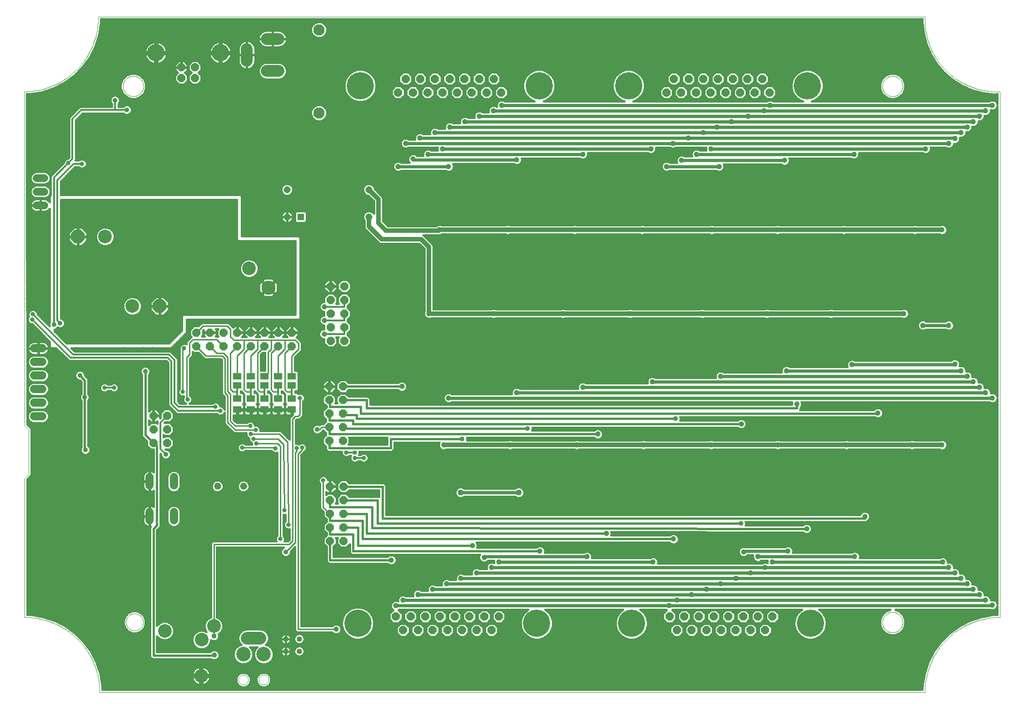
<source format=gbl>
G75*
%MOIN*%
%OFA0B0*%
%FSLAX24Y24*%
%IPPOS*%
%LPD*%
%AMOC8*
5,1,8,0,0,1.08239X$1,22.5*
%
%ADD10C,0.0000*%
%ADD11OC8,0.0600*%
%ADD12C,0.0600*%
%ADD13C,0.0520*%
%ADD14OC8,0.0574*%
%ADD15C,0.1266*%
%ADD16C,0.2000*%
%ADD17C,0.0860*%
%ADD18C,0.1063*%
%ADD19C,0.0945*%
%ADD20C,0.1000*%
%ADD21C,0.0200*%
%ADD22C,0.0400*%
%ADD23C,0.0827*%
%ADD24C,0.0560*%
%ADD25OC8,0.1000*%
%ADD26R,0.0515X0.0515*%
%ADD27C,0.0515*%
%ADD28R,0.0591X0.0512*%
%ADD29R,0.0630X0.0512*%
%ADD30C,0.0160*%
%ADD31C,0.0380*%
%ADD32C,0.0320*%
%ADD33C,0.0140*%
%ADD34C,0.0360*%
%ADD35C,0.0100*%
%ADD36C,0.0120*%
%ADD37C,0.0390*%
%ADD38C,0.0436*%
%ADD39C,0.0320*%
%ADD40C,0.0240*%
D10*
X007949Y012893D02*
X007947Y013039D01*
X007941Y013186D01*
X007931Y013332D01*
X007918Y013478D01*
X007900Y013623D01*
X007879Y013768D01*
X007854Y013912D01*
X007825Y014056D01*
X007792Y014198D01*
X007755Y014340D01*
X007715Y014481D01*
X007671Y014620D01*
X007623Y014759D01*
X007571Y014896D01*
X007516Y015032D01*
X007457Y015166D01*
X007395Y015298D01*
X007329Y015429D01*
X007260Y015558D01*
X007188Y015685D01*
X007112Y015810D01*
X007032Y015933D01*
X006950Y016054D01*
X006864Y016173D01*
X006775Y016289D01*
X006683Y016403D01*
X006588Y016515D01*
X006490Y016624D01*
X006390Y016730D01*
X006286Y016834D01*
X006180Y016934D01*
X006071Y017032D01*
X005959Y017127D01*
X005845Y017219D01*
X005729Y017308D01*
X005610Y017394D01*
X005489Y017476D01*
X005366Y017556D01*
X005241Y017632D01*
X005114Y017704D01*
X004985Y017773D01*
X004854Y017839D01*
X004722Y017901D01*
X004588Y017960D01*
X004452Y018015D01*
X004315Y018067D01*
X004176Y018115D01*
X004037Y018159D01*
X003896Y018199D01*
X003754Y018236D01*
X003612Y018269D01*
X003468Y018298D01*
X003324Y018323D01*
X003179Y018344D01*
X003034Y018362D01*
X002888Y018375D01*
X002742Y018385D01*
X002595Y018391D01*
X002449Y018393D01*
X002449Y028593D01*
X002749Y028893D01*
X002749Y032193D01*
X002449Y032493D01*
X002428Y056993D01*
X002428Y056994D02*
X002573Y056997D01*
X002718Y057004D01*
X002863Y057015D01*
X003008Y057029D01*
X003152Y057048D01*
X003296Y057070D01*
X003439Y057096D01*
X003581Y057126D01*
X003722Y057160D01*
X003863Y057197D01*
X004002Y057238D01*
X004141Y057283D01*
X004278Y057331D01*
X004413Y057384D01*
X004548Y057439D01*
X004680Y057498D01*
X004811Y057561D01*
X004941Y057628D01*
X005068Y057697D01*
X005194Y057770D01*
X005318Y057847D01*
X005439Y057926D01*
X005559Y058009D01*
X005676Y058095D01*
X005791Y058184D01*
X005903Y058276D01*
X006013Y058371D01*
X006121Y058469D01*
X006225Y058570D01*
X006327Y058674D01*
X006427Y058780D01*
X006523Y058889D01*
X006617Y059000D01*
X006707Y059114D01*
X006794Y059230D01*
X006879Y059348D01*
X006960Y059469D01*
X007038Y059592D01*
X007112Y059716D01*
X007183Y059843D01*
X007251Y059972D01*
X007316Y060102D01*
X007376Y060234D01*
X007434Y060368D01*
X007487Y060503D01*
X007538Y060639D01*
X007584Y060777D01*
X007627Y060916D01*
X007666Y061056D01*
X007701Y061197D01*
X007733Y061339D01*
X007761Y061481D01*
X007785Y061625D01*
X007805Y061769D01*
X007821Y061913D01*
X007834Y062058D01*
X007842Y062203D01*
X007847Y062348D01*
X007848Y062494D01*
X007849Y062493D02*
X068499Y062493D01*
X068499Y062494D02*
X068495Y062350D01*
X068494Y062207D01*
X068498Y062064D01*
X068506Y061921D01*
X068517Y061778D01*
X068533Y061635D01*
X068552Y061493D01*
X068575Y061352D01*
X068602Y061211D01*
X068633Y061071D01*
X068667Y060932D01*
X068705Y060794D01*
X068747Y060657D01*
X068793Y060521D01*
X068842Y060387D01*
X068895Y060254D01*
X068952Y060122D01*
X069012Y059992D01*
X069076Y059864D01*
X069143Y059737D01*
X069213Y059612D01*
X069287Y059489D01*
X069364Y059369D01*
X069445Y059250D01*
X069528Y059134D01*
X069615Y059020D01*
X069705Y058908D01*
X069797Y058799D01*
X069893Y058692D01*
X069992Y058588D01*
X070093Y058487D01*
X070197Y058388D01*
X070304Y058292D01*
X070413Y058200D01*
X070525Y058110D01*
X070639Y058023D01*
X070755Y057940D01*
X070874Y057859D01*
X070994Y057782D01*
X071117Y057708D01*
X071242Y057638D01*
X071369Y057571D01*
X071497Y057507D01*
X071627Y057447D01*
X071759Y057390D01*
X071892Y057337D01*
X072026Y057288D01*
X072162Y057242D01*
X072299Y057200D01*
X072437Y057162D01*
X072576Y057128D01*
X072716Y057097D01*
X072857Y057070D01*
X072998Y057047D01*
X073140Y057028D01*
X073283Y057012D01*
X073426Y057001D01*
X073569Y056993D01*
X073712Y056989D01*
X073855Y056990D01*
X073999Y056994D01*
X073999Y056993D02*
X073999Y018393D01*
X073853Y018391D01*
X073706Y018385D01*
X073560Y018375D01*
X073414Y018362D01*
X073269Y018344D01*
X073124Y018323D01*
X072980Y018298D01*
X072836Y018269D01*
X072694Y018236D01*
X072552Y018199D01*
X072411Y018159D01*
X072272Y018115D01*
X072133Y018067D01*
X071996Y018015D01*
X071860Y017960D01*
X071726Y017901D01*
X071594Y017839D01*
X071463Y017773D01*
X071334Y017704D01*
X071207Y017632D01*
X071082Y017556D01*
X070959Y017476D01*
X070838Y017394D01*
X070719Y017308D01*
X070603Y017219D01*
X070489Y017127D01*
X070377Y017032D01*
X070268Y016934D01*
X070162Y016834D01*
X070058Y016730D01*
X069958Y016624D01*
X069860Y016515D01*
X069765Y016403D01*
X069673Y016289D01*
X069584Y016173D01*
X069498Y016054D01*
X069416Y015933D01*
X069336Y015810D01*
X069260Y015685D01*
X069188Y015558D01*
X069119Y015429D01*
X069053Y015298D01*
X068991Y015166D01*
X068932Y015032D01*
X068877Y014896D01*
X068825Y014759D01*
X068777Y014620D01*
X068733Y014481D01*
X068693Y014340D01*
X068656Y014198D01*
X068623Y014056D01*
X068594Y013912D01*
X068569Y013768D01*
X068548Y013623D01*
X068530Y013478D01*
X068517Y013332D01*
X068507Y013186D01*
X068501Y013039D01*
X068499Y012893D01*
X007949Y012893D01*
X009881Y018037D02*
X009883Y018087D01*
X009889Y018137D01*
X009899Y018186D01*
X009913Y018234D01*
X009930Y018281D01*
X009951Y018326D01*
X009976Y018370D01*
X010004Y018411D01*
X010036Y018450D01*
X010070Y018487D01*
X010107Y018521D01*
X010147Y018551D01*
X010189Y018578D01*
X010233Y018602D01*
X010279Y018623D01*
X010326Y018639D01*
X010374Y018652D01*
X010424Y018661D01*
X010473Y018666D01*
X010524Y018667D01*
X010574Y018664D01*
X010623Y018657D01*
X010672Y018646D01*
X010720Y018631D01*
X010766Y018613D01*
X010811Y018591D01*
X010854Y018565D01*
X010895Y018536D01*
X010934Y018504D01*
X010970Y018469D01*
X011002Y018431D01*
X011032Y018391D01*
X011059Y018348D01*
X011082Y018304D01*
X011101Y018258D01*
X011117Y018210D01*
X011129Y018161D01*
X011137Y018112D01*
X011141Y018062D01*
X011141Y018012D01*
X011137Y017962D01*
X011129Y017913D01*
X011117Y017864D01*
X011101Y017816D01*
X011082Y017770D01*
X011059Y017726D01*
X011032Y017683D01*
X011002Y017643D01*
X010970Y017605D01*
X010934Y017570D01*
X010895Y017538D01*
X010854Y017509D01*
X010811Y017483D01*
X010766Y017461D01*
X010720Y017443D01*
X010672Y017428D01*
X010623Y017417D01*
X010574Y017410D01*
X010524Y017407D01*
X010473Y017408D01*
X010424Y017413D01*
X010374Y017422D01*
X010326Y017435D01*
X010279Y017451D01*
X010233Y017472D01*
X010189Y017496D01*
X010147Y017523D01*
X010107Y017553D01*
X010070Y017587D01*
X010036Y017624D01*
X010004Y017663D01*
X009976Y017704D01*
X009951Y017748D01*
X009930Y017793D01*
X009913Y017840D01*
X009899Y017888D01*
X009889Y017937D01*
X009883Y017987D01*
X009881Y018037D01*
X018137Y013802D02*
X018139Y013839D01*
X018145Y013876D01*
X018154Y013911D01*
X018168Y013946D01*
X018184Y013979D01*
X018205Y014010D01*
X018228Y014039D01*
X018254Y014065D01*
X018283Y014088D01*
X018314Y014109D01*
X018347Y014125D01*
X018382Y014139D01*
X018417Y014148D01*
X018454Y014154D01*
X018491Y014156D01*
X018528Y014154D01*
X018565Y014148D01*
X018600Y014139D01*
X018635Y014125D01*
X018668Y014109D01*
X018699Y014088D01*
X018728Y014065D01*
X018754Y014039D01*
X018777Y014010D01*
X018798Y013979D01*
X018814Y013946D01*
X018828Y013911D01*
X018837Y013876D01*
X018843Y013839D01*
X018845Y013802D01*
X018843Y013765D01*
X018837Y013728D01*
X018828Y013693D01*
X018814Y013658D01*
X018798Y013625D01*
X018777Y013594D01*
X018754Y013565D01*
X018728Y013539D01*
X018699Y013516D01*
X018668Y013495D01*
X018635Y013479D01*
X018600Y013465D01*
X018565Y013456D01*
X018528Y013450D01*
X018491Y013448D01*
X018454Y013450D01*
X018417Y013456D01*
X018382Y013465D01*
X018347Y013479D01*
X018314Y013495D01*
X018283Y013516D01*
X018254Y013539D01*
X018228Y013565D01*
X018205Y013594D01*
X018184Y013625D01*
X018168Y013658D01*
X018154Y013693D01*
X018145Y013728D01*
X018139Y013765D01*
X018137Y013802D01*
X019633Y013802D02*
X019635Y013839D01*
X019641Y013876D01*
X019650Y013911D01*
X019664Y013946D01*
X019680Y013979D01*
X019701Y014010D01*
X019724Y014039D01*
X019750Y014065D01*
X019779Y014088D01*
X019810Y014109D01*
X019843Y014125D01*
X019878Y014139D01*
X019913Y014148D01*
X019950Y014154D01*
X019987Y014156D01*
X020024Y014154D01*
X020061Y014148D01*
X020096Y014139D01*
X020131Y014125D01*
X020164Y014109D01*
X020195Y014088D01*
X020224Y014065D01*
X020250Y014039D01*
X020273Y014010D01*
X020294Y013979D01*
X020310Y013946D01*
X020324Y013911D01*
X020333Y013876D01*
X020339Y013839D01*
X020341Y013802D01*
X020339Y013765D01*
X020333Y013728D01*
X020324Y013693D01*
X020310Y013658D01*
X020294Y013625D01*
X020273Y013594D01*
X020250Y013565D01*
X020224Y013539D01*
X020195Y013516D01*
X020164Y013495D01*
X020131Y013479D01*
X020096Y013465D01*
X020061Y013456D01*
X020024Y013450D01*
X019987Y013448D01*
X019950Y013450D01*
X019913Y013456D01*
X019878Y013465D01*
X019843Y013479D01*
X019810Y013495D01*
X019779Y013516D01*
X019750Y013539D01*
X019724Y013565D01*
X019701Y013594D01*
X019680Y013625D01*
X019664Y013658D01*
X019650Y013693D01*
X019641Y013728D01*
X019635Y013765D01*
X019633Y013802D01*
X065377Y018021D02*
X065379Y018076D01*
X065385Y018130D01*
X065395Y018184D01*
X065409Y018236D01*
X065426Y018288D01*
X065448Y018338D01*
X065473Y018387D01*
X065501Y018434D01*
X065533Y018478D01*
X065568Y018520D01*
X065606Y018559D01*
X065647Y018596D01*
X065690Y018629D01*
X065735Y018659D01*
X065783Y018686D01*
X065832Y018709D01*
X065883Y018729D01*
X065936Y018745D01*
X065989Y018757D01*
X066043Y018765D01*
X066098Y018769D01*
X066152Y018769D01*
X066207Y018765D01*
X066261Y018757D01*
X066314Y018745D01*
X066367Y018729D01*
X066418Y018709D01*
X066467Y018686D01*
X066515Y018659D01*
X066560Y018629D01*
X066603Y018596D01*
X066644Y018559D01*
X066682Y018520D01*
X066717Y018478D01*
X066749Y018434D01*
X066777Y018387D01*
X066802Y018338D01*
X066824Y018288D01*
X066841Y018236D01*
X066855Y018184D01*
X066865Y018130D01*
X066871Y018076D01*
X066873Y018021D01*
X066871Y017966D01*
X066865Y017912D01*
X066855Y017858D01*
X066841Y017806D01*
X066824Y017754D01*
X066802Y017704D01*
X066777Y017655D01*
X066749Y017608D01*
X066717Y017564D01*
X066682Y017522D01*
X066644Y017483D01*
X066603Y017446D01*
X066560Y017413D01*
X066515Y017383D01*
X066467Y017356D01*
X066418Y017333D01*
X066367Y017313D01*
X066314Y017297D01*
X066261Y017285D01*
X066207Y017277D01*
X066152Y017273D01*
X066098Y017273D01*
X066043Y017277D01*
X065989Y017285D01*
X065936Y017297D01*
X065883Y017313D01*
X065832Y017333D01*
X065783Y017356D01*
X065735Y017383D01*
X065690Y017413D01*
X065647Y017446D01*
X065606Y017483D01*
X065568Y017522D01*
X065533Y017564D01*
X065501Y017608D01*
X065473Y017655D01*
X065448Y017704D01*
X065426Y017754D01*
X065409Y017806D01*
X065395Y017858D01*
X065385Y017912D01*
X065379Y017966D01*
X065377Y018021D01*
X065377Y057391D02*
X065379Y057446D01*
X065385Y057500D01*
X065395Y057554D01*
X065409Y057606D01*
X065426Y057658D01*
X065448Y057708D01*
X065473Y057757D01*
X065501Y057804D01*
X065533Y057848D01*
X065568Y057890D01*
X065606Y057929D01*
X065647Y057966D01*
X065690Y057999D01*
X065735Y058029D01*
X065783Y058056D01*
X065832Y058079D01*
X065883Y058099D01*
X065936Y058115D01*
X065989Y058127D01*
X066043Y058135D01*
X066098Y058139D01*
X066152Y058139D01*
X066207Y058135D01*
X066261Y058127D01*
X066314Y058115D01*
X066367Y058099D01*
X066418Y058079D01*
X066467Y058056D01*
X066515Y058029D01*
X066560Y057999D01*
X066603Y057966D01*
X066644Y057929D01*
X066682Y057890D01*
X066717Y057848D01*
X066749Y057804D01*
X066777Y057757D01*
X066802Y057708D01*
X066824Y057658D01*
X066841Y057606D01*
X066855Y057554D01*
X066865Y057500D01*
X066871Y057446D01*
X066873Y057391D01*
X066871Y057336D01*
X066865Y057282D01*
X066855Y057228D01*
X066841Y057176D01*
X066824Y057124D01*
X066802Y057074D01*
X066777Y057025D01*
X066749Y056978D01*
X066717Y056934D01*
X066682Y056892D01*
X066644Y056853D01*
X066603Y056816D01*
X066560Y056783D01*
X066515Y056753D01*
X066467Y056726D01*
X066418Y056703D01*
X066367Y056683D01*
X066314Y056667D01*
X066261Y056655D01*
X066207Y056647D01*
X066152Y056643D01*
X066098Y056643D01*
X066043Y056647D01*
X065989Y056655D01*
X065936Y056667D01*
X065883Y056683D01*
X065832Y056703D01*
X065783Y056726D01*
X065735Y056753D01*
X065690Y056783D01*
X065647Y056816D01*
X065606Y056853D01*
X065568Y056892D01*
X065533Y056934D01*
X065501Y056978D01*
X065473Y057025D01*
X065448Y057074D01*
X065426Y057124D01*
X065409Y057176D01*
X065395Y057228D01*
X065385Y057282D01*
X065379Y057336D01*
X065377Y057391D01*
X009668Y057391D02*
X009670Y057446D01*
X009676Y057500D01*
X009686Y057554D01*
X009700Y057606D01*
X009717Y057658D01*
X009739Y057708D01*
X009764Y057757D01*
X009792Y057804D01*
X009824Y057848D01*
X009859Y057890D01*
X009897Y057929D01*
X009938Y057966D01*
X009981Y057999D01*
X010026Y058029D01*
X010074Y058056D01*
X010123Y058079D01*
X010174Y058099D01*
X010227Y058115D01*
X010280Y058127D01*
X010334Y058135D01*
X010389Y058139D01*
X010443Y058139D01*
X010498Y058135D01*
X010552Y058127D01*
X010605Y058115D01*
X010658Y058099D01*
X010709Y058079D01*
X010758Y058056D01*
X010806Y058029D01*
X010851Y057999D01*
X010894Y057966D01*
X010935Y057929D01*
X010973Y057890D01*
X011008Y057848D01*
X011040Y057804D01*
X011068Y057757D01*
X011093Y057708D01*
X011115Y057658D01*
X011132Y057606D01*
X011146Y057554D01*
X011156Y057500D01*
X011162Y057446D01*
X011164Y057391D01*
X011162Y057336D01*
X011156Y057282D01*
X011146Y057228D01*
X011132Y057176D01*
X011115Y057124D01*
X011093Y057074D01*
X011068Y057025D01*
X011040Y056978D01*
X011008Y056934D01*
X010973Y056892D01*
X010935Y056853D01*
X010894Y056816D01*
X010851Y056783D01*
X010806Y056753D01*
X010758Y056726D01*
X010709Y056703D01*
X010658Y056683D01*
X010605Y056667D01*
X010552Y056655D01*
X010498Y056647D01*
X010443Y056643D01*
X010389Y056643D01*
X010334Y056647D01*
X010280Y056655D01*
X010227Y056667D01*
X010174Y056683D01*
X010123Y056703D01*
X010074Y056726D01*
X010026Y056753D01*
X009981Y056783D01*
X009938Y056816D01*
X009897Y056853D01*
X009859Y056892D01*
X009824Y056934D01*
X009792Y056978D01*
X009764Y057025D01*
X009739Y057074D01*
X009717Y057124D01*
X009700Y057176D01*
X009686Y057228D01*
X009676Y057282D01*
X009670Y057336D01*
X009668Y057391D01*
D11*
X029853Y056924D03*
X030933Y056924D03*
X032013Y056924D03*
X033093Y056924D03*
X034173Y056924D03*
X035253Y056924D03*
X036333Y056924D03*
X037413Y056924D03*
X036873Y057924D03*
X035793Y057924D03*
X034713Y057924D03*
X033633Y057924D03*
X032553Y057924D03*
X031473Y057924D03*
X030393Y057924D03*
X049540Y056924D03*
X050620Y056924D03*
X051700Y056924D03*
X052780Y056924D03*
X053860Y056924D03*
X054940Y056924D03*
X056020Y056924D03*
X057100Y056924D03*
X056560Y057924D03*
X055480Y057924D03*
X054400Y057924D03*
X053320Y057924D03*
X052240Y057924D03*
X051160Y057924D03*
X050080Y057924D03*
X025899Y042693D03*
X025899Y041693D03*
X024899Y041693D03*
X024899Y042693D03*
X024899Y040693D03*
X025899Y040693D03*
X025899Y039693D03*
X024899Y039693D03*
X024899Y038693D03*
X025899Y038693D03*
X022049Y038293D03*
X022049Y039293D03*
X021049Y039293D03*
X020049Y039293D03*
X019049Y039293D03*
X018049Y039293D03*
X017049Y039293D03*
X016049Y039293D03*
X015049Y039293D03*
X015049Y038293D03*
X016049Y038293D03*
X017049Y038293D03*
X018049Y038293D03*
X019049Y038293D03*
X020049Y038293D03*
X021049Y038293D03*
X024799Y035343D03*
X025799Y035343D03*
X025799Y034343D03*
X024799Y034343D03*
X024799Y033343D03*
X025799Y033343D03*
X025799Y032343D03*
X024799Y032343D03*
X024799Y031343D03*
X025799Y031343D03*
X025849Y027993D03*
X025849Y026993D03*
X024849Y026993D03*
X024849Y027993D03*
X024849Y025993D03*
X025849Y025993D03*
X025849Y024993D03*
X024849Y024993D03*
X024849Y023993D03*
X025849Y023993D03*
X029678Y018448D03*
X030758Y018448D03*
X031838Y018448D03*
X032918Y018448D03*
X033998Y018448D03*
X035078Y018448D03*
X036158Y018448D03*
X037238Y018448D03*
X036698Y017448D03*
X035618Y017448D03*
X034538Y017448D03*
X033458Y017448D03*
X032378Y017448D03*
X031298Y017448D03*
X030218Y017448D03*
X012899Y031193D03*
X012899Y032193D03*
X011899Y032193D03*
X011899Y031193D03*
X011899Y033193D03*
X012899Y033193D03*
X049758Y018448D03*
X050838Y018448D03*
X051918Y018448D03*
X052998Y018448D03*
X054078Y018448D03*
X055158Y018448D03*
X056238Y018448D03*
X057318Y018448D03*
X056778Y017448D03*
X055698Y017448D03*
X054618Y017448D03*
X053538Y017448D03*
X052458Y017448D03*
X051378Y017448D03*
X050298Y017448D03*
D12*
X013389Y025513D02*
X013389Y026113D01*
X011609Y026113D02*
X011609Y025513D01*
X011609Y028073D02*
X011609Y028673D01*
X013389Y028673D02*
X013389Y028073D01*
X003749Y033143D02*
X003149Y033143D01*
X003149Y034143D02*
X003749Y034143D01*
X003749Y035143D02*
X003149Y035143D01*
X003149Y036143D02*
X003749Y036143D01*
X003749Y037143D02*
X003149Y037143D01*
X003149Y038143D02*
X003749Y038143D01*
D13*
X016602Y028007D03*
X018502Y028007D03*
D14*
X014937Y057986D03*
X014937Y058774D03*
X013953Y058774D03*
X013953Y057986D03*
D15*
X012083Y059841D03*
X016807Y059841D03*
D16*
X027073Y057424D03*
X040193Y057424D03*
X046760Y057424D03*
X059880Y057424D03*
X060098Y017948D03*
X046978Y017948D03*
X040018Y017948D03*
X026898Y017948D03*
D17*
X021068Y058505D02*
X020208Y058505D01*
X018748Y059256D02*
X018748Y060116D01*
X020208Y060867D02*
X021068Y060867D01*
D18*
X019987Y015672D03*
X018491Y015672D03*
D19*
X018767Y016853D02*
X019711Y016853D01*
D20*
X016322Y017740D03*
X015422Y016740D03*
X012722Y017390D03*
X015397Y014090D03*
X010349Y041243D03*
X008349Y046343D03*
X018915Y044013D03*
D21*
X020395Y042299D02*
X020495Y042199D01*
X020163Y042199D01*
X019930Y042432D01*
X019930Y042764D01*
X020163Y042997D01*
X020495Y042997D01*
X020728Y042764D01*
X020728Y042432D01*
X020495Y042199D01*
X020432Y042349D01*
X020226Y042349D01*
X020080Y042495D01*
X020080Y042701D01*
X020226Y042847D01*
X020432Y042847D01*
X020578Y042701D01*
X020578Y042495D01*
X020432Y042349D01*
X020370Y042499D01*
X020288Y042499D01*
X020230Y042557D01*
X020230Y042639D01*
X020288Y042697D01*
X020370Y042697D01*
X020428Y042639D01*
X020428Y042557D01*
X020370Y042499D01*
D22*
X021599Y016793D03*
X021599Y015893D03*
X022599Y015893D03*
X022599Y016793D03*
D23*
X024043Y055429D03*
X024043Y061531D03*
D24*
X003879Y050643D02*
X003319Y050643D01*
X003319Y049643D02*
X003879Y049643D01*
X003879Y048643D02*
X003319Y048643D01*
D25*
X006349Y046343D03*
X012349Y041243D03*
D26*
X022699Y047793D03*
D27*
X021699Y047793D03*
X021699Y049793D03*
X027699Y049793D03*
X027699Y047793D03*
D28*
X022049Y036078D03*
X022049Y035409D03*
X021049Y035409D03*
X021049Y036078D03*
X020049Y036078D03*
X020049Y035409D03*
X019049Y035409D03*
X019049Y036078D03*
X018049Y036078D03*
X018049Y035409D03*
D29*
X018049Y034437D03*
X018049Y033650D03*
X019049Y033650D03*
X019049Y034437D03*
X020049Y034437D03*
X020049Y033650D03*
X021049Y033650D03*
X021049Y034437D03*
X022049Y034437D03*
X022049Y033650D03*
D30*
X022001Y033657D02*
X021096Y033657D01*
X021096Y033698D02*
X021543Y033698D01*
X021543Y033929D01*
X021531Y033975D01*
X021508Y034016D01*
X021480Y034043D01*
X021543Y034107D01*
X021543Y034767D01*
X021438Y034873D01*
X021289Y034873D01*
X021289Y034973D01*
X021344Y034973D01*
X021453Y034863D01*
X021554Y034763D01*
X021554Y034107D01*
X021617Y034043D01*
X021590Y034016D01*
X021566Y033975D01*
X021554Y033929D01*
X021554Y033698D01*
X022001Y033698D01*
X022001Y033602D01*
X022096Y033602D01*
X022096Y033267D01*
X021869Y033039D01*
X021869Y031449D01*
X021244Y032073D01*
X019738Y032073D01*
X019739Y032076D01*
X019739Y032211D01*
X019687Y032336D01*
X019591Y032432D01*
X019466Y032483D01*
X019339Y032483D01*
X019339Y032511D01*
X019287Y032636D01*
X019191Y032732D01*
X019066Y032783D01*
X018931Y032783D01*
X018806Y032732D01*
X018748Y032673D01*
X017994Y032673D01*
X017779Y032889D01*
X017779Y033214D01*
X018001Y033214D01*
X018001Y033602D01*
X018096Y033602D01*
X018096Y033214D01*
X018387Y033214D01*
X018433Y033226D01*
X018474Y033250D01*
X018508Y033283D01*
X018531Y033324D01*
X018543Y033370D01*
X018543Y033602D01*
X018096Y033602D01*
X018096Y033698D01*
X018543Y033698D01*
X018543Y033929D01*
X018531Y033975D01*
X018508Y034016D01*
X018480Y034043D01*
X018543Y034107D01*
X018543Y034767D01*
X018438Y034873D01*
X018289Y034873D01*
X018289Y034973D01*
X018344Y034973D01*
X018453Y034863D01*
X018554Y034763D01*
X018554Y034107D01*
X018617Y034043D01*
X018590Y034016D01*
X018566Y033975D01*
X018554Y033929D01*
X018554Y033698D01*
X019001Y033698D01*
X019001Y033602D01*
X019096Y033602D01*
X019096Y033214D01*
X019387Y033214D01*
X019433Y033226D01*
X019474Y033250D01*
X019508Y033283D01*
X019531Y033324D01*
X019543Y033370D01*
X019543Y033602D01*
X019096Y033602D01*
X019096Y033698D01*
X019543Y033698D01*
X019543Y033929D01*
X019531Y033975D01*
X019508Y034016D01*
X019480Y034043D01*
X019543Y034107D01*
X019543Y034767D01*
X019438Y034873D01*
X019289Y034873D01*
X019289Y034973D01*
X019344Y034973D01*
X019453Y034863D01*
X019554Y034763D01*
X019554Y034107D01*
X019617Y034043D01*
X019590Y034016D01*
X019566Y033975D01*
X019554Y033929D01*
X019554Y033698D01*
X020001Y033698D01*
X020001Y033602D01*
X020096Y033602D01*
X020096Y033214D01*
X020387Y033214D01*
X020433Y033226D01*
X020474Y033250D01*
X020508Y033283D01*
X020531Y033324D01*
X020543Y033370D01*
X020543Y033602D01*
X020096Y033602D01*
X020096Y033698D01*
X020543Y033698D01*
X020543Y033929D01*
X020531Y033975D01*
X020508Y034016D01*
X020480Y034043D01*
X020543Y034107D01*
X020543Y034767D01*
X020438Y034873D01*
X020289Y034873D01*
X020289Y034973D01*
X020344Y034973D01*
X020453Y034863D01*
X020554Y034763D01*
X020554Y034107D01*
X020617Y034043D01*
X020590Y034016D01*
X020566Y033975D01*
X020554Y033929D01*
X020554Y033698D01*
X021001Y033698D01*
X021001Y033602D01*
X021096Y033602D01*
X021096Y033214D01*
X021387Y033214D01*
X021433Y033226D01*
X021474Y033250D01*
X021508Y033283D01*
X021531Y033324D01*
X021543Y033370D01*
X021543Y033602D01*
X021096Y033602D01*
X021096Y033698D01*
X021001Y033657D02*
X020096Y033657D01*
X020001Y033657D02*
X019096Y033657D01*
X019001Y033657D02*
X018096Y033657D01*
X018096Y033498D02*
X018001Y033498D01*
X018001Y033340D02*
X018096Y033340D01*
X017779Y033181D02*
X022011Y033181D01*
X022001Y033214D02*
X022001Y033602D01*
X021554Y033602D01*
X021554Y033370D01*
X021566Y033324D01*
X021590Y033283D01*
X021623Y033250D01*
X021664Y033226D01*
X021710Y033214D01*
X022001Y033214D01*
X022001Y033340D02*
X022096Y033340D01*
X022096Y033498D02*
X022001Y033498D01*
X021554Y033498D02*
X021543Y033498D01*
X021535Y033340D02*
X021562Y033340D01*
X021869Y033023D02*
X017779Y033023D01*
X017803Y032864D02*
X021869Y032864D01*
X021869Y032706D02*
X019217Y032706D01*
X019323Y032547D02*
X021869Y032547D01*
X021869Y032389D02*
X019634Y032389D01*
X019730Y032230D02*
X021869Y032230D01*
X021869Y032072D02*
X021245Y032072D01*
X021404Y031913D02*
X021869Y031913D01*
X021869Y031755D02*
X021562Y031755D01*
X021721Y031596D02*
X021869Y031596D01*
X022329Y031596D02*
X024373Y031596D01*
X024319Y031542D02*
X024547Y031771D01*
X024539Y031792D01*
X024539Y031924D01*
X024350Y032113D01*
X024344Y032113D01*
X024194Y031963D01*
X024178Y031963D01*
X024102Y031888D01*
X023970Y031833D01*
X023827Y031833D01*
X023695Y031888D01*
X023593Y031989D01*
X023539Y032122D01*
X023539Y032265D01*
X023593Y032397D01*
X023695Y032498D01*
X023827Y032553D01*
X023970Y032553D01*
X024085Y032506D01*
X024153Y032573D01*
X024350Y032573D01*
X024547Y032771D01*
X024539Y032792D01*
X024539Y032924D01*
X024319Y033144D01*
X024319Y033542D01*
X024589Y033812D01*
X024589Y033874D01*
X024319Y034144D01*
X024319Y034542D01*
X024600Y034823D01*
X024997Y034823D01*
X025279Y034542D01*
X025279Y034144D01*
X025237Y034103D01*
X025360Y034103D01*
X025319Y034144D01*
X025319Y034542D01*
X025600Y034823D01*
X025997Y034823D01*
X026217Y034603D01*
X027600Y034603D01*
X027696Y034564D01*
X027769Y034491D01*
X027809Y034395D01*
X027809Y034003D01*
X058724Y034003D01*
X058724Y034118D01*
X058755Y034193D01*
X033779Y034193D01*
X033761Y034175D01*
X033623Y034118D01*
X033474Y034118D01*
X033336Y034175D01*
X033231Y034281D01*
X033174Y034419D01*
X033174Y034568D01*
X033231Y034706D01*
X033336Y034811D01*
X033474Y034868D01*
X033623Y034868D01*
X033761Y034811D01*
X033779Y034793D01*
X038184Y034793D01*
X038174Y034819D01*
X038174Y034968D01*
X038231Y035106D01*
X038336Y035211D01*
X038474Y035268D01*
X038623Y035268D01*
X038761Y035211D01*
X038779Y035193D01*
X043034Y035193D01*
X043024Y035219D01*
X043024Y035368D01*
X043081Y035506D01*
X043186Y035611D01*
X043324Y035668D01*
X043473Y035668D01*
X043611Y035611D01*
X043629Y035593D01*
X048134Y035593D01*
X048124Y035619D01*
X048124Y035768D01*
X048181Y035906D01*
X048286Y036011D01*
X048424Y036068D01*
X048573Y036068D01*
X048711Y036011D01*
X048729Y035993D01*
X053134Y035993D01*
X053124Y036019D01*
X053124Y036168D01*
X053181Y036306D01*
X053286Y036411D01*
X053424Y036468D01*
X053573Y036468D01*
X053711Y036411D01*
X053729Y036393D01*
X057984Y036393D01*
X057974Y036419D01*
X057974Y036568D01*
X058031Y036706D01*
X058136Y036811D01*
X058274Y036868D01*
X058423Y036868D01*
X058561Y036811D01*
X058579Y036793D01*
X062805Y036793D01*
X062774Y036869D01*
X062774Y037018D01*
X062831Y037156D01*
X062936Y037261D01*
X063074Y037318D01*
X063223Y037318D01*
X063361Y037261D01*
X063379Y037243D01*
X070418Y037243D01*
X070486Y037311D01*
X070624Y037368D01*
X070773Y037368D01*
X070911Y037311D01*
X071016Y037206D01*
X071074Y037068D01*
X071074Y036919D01*
X071048Y036858D01*
X071074Y036868D01*
X071223Y036868D01*
X071361Y036811D01*
X071466Y036706D01*
X071524Y036568D01*
X071524Y036468D01*
X071524Y036468D01*
X071673Y036468D01*
X071811Y036411D01*
X071916Y036306D01*
X071974Y036168D01*
X071974Y036068D01*
X071974Y036068D01*
X072123Y036068D01*
X072261Y036011D01*
X072366Y035906D01*
X072424Y035768D01*
X072424Y035668D01*
X072424Y035668D01*
X072573Y035668D01*
X072711Y035611D01*
X072816Y035506D01*
X072874Y035368D01*
X072874Y035268D01*
X072874Y035268D01*
X073023Y035268D01*
X073161Y035211D01*
X073266Y035106D01*
X073324Y034968D01*
X073324Y034847D01*
X073374Y034868D01*
X073523Y034868D01*
X073661Y034811D01*
X073766Y034706D01*
X073819Y034580D01*
X073819Y055907D01*
X073766Y055781D01*
X073661Y055675D01*
X073523Y055618D01*
X073374Y055618D01*
X073324Y055639D01*
X073324Y055519D01*
X073266Y055381D01*
X073161Y055275D01*
X073023Y055218D01*
X072874Y055218D01*
X072874Y055218D01*
X072874Y055119D01*
X072816Y054981D01*
X072711Y054875D01*
X072573Y054818D01*
X072424Y054818D01*
X072424Y054818D01*
X072424Y054719D01*
X072366Y054581D01*
X072261Y054475D01*
X072123Y054418D01*
X071974Y054418D01*
X071974Y054418D01*
X071974Y054319D01*
X071916Y054181D01*
X071811Y054075D01*
X071673Y054018D01*
X071524Y054018D01*
X071524Y054018D01*
X071524Y053919D01*
X071466Y053781D01*
X071361Y053675D01*
X071223Y053618D01*
X071074Y053618D01*
X071073Y053619D01*
X071074Y053618D01*
X071074Y053469D01*
X071016Y053331D01*
X070911Y053225D01*
X070773Y053168D01*
X070624Y053168D01*
X070624Y053168D01*
X070624Y053119D01*
X070566Y052981D01*
X070461Y052875D01*
X070323Y052818D01*
X070174Y052818D01*
X070036Y052875D01*
X070018Y052893D01*
X068913Y052893D01*
X068924Y052868D01*
X068924Y052719D01*
X068866Y052581D01*
X068761Y052475D01*
X068623Y052418D01*
X068474Y052418D01*
X068336Y052475D01*
X068318Y052493D01*
X063663Y052493D01*
X063674Y052468D01*
X063674Y052319D01*
X063616Y052181D01*
X063511Y052075D01*
X063373Y052018D01*
X063224Y052018D01*
X063086Y052075D01*
X063068Y052093D01*
X058542Y052093D01*
X058574Y052018D01*
X058574Y051869D01*
X058516Y051731D01*
X058411Y051625D01*
X058273Y051568D01*
X058124Y051568D01*
X057986Y051625D01*
X057968Y051643D01*
X053742Y051643D01*
X053774Y051568D01*
X053774Y051419D01*
X053716Y051281D01*
X053611Y051175D01*
X053473Y051118D01*
X053324Y051118D01*
X053186Y051175D01*
X053168Y051193D01*
X049779Y051193D01*
X049761Y051175D01*
X049623Y051118D01*
X049474Y051118D01*
X049336Y051175D01*
X049231Y051281D01*
X049174Y051419D01*
X049174Y051568D01*
X049231Y051706D01*
X049336Y051811D01*
X049474Y051868D01*
X049623Y051868D01*
X049761Y051811D01*
X049779Y051793D01*
X050305Y051793D01*
X050274Y051869D01*
X050274Y052018D01*
X050331Y052156D01*
X050436Y052261D01*
X050574Y052318D01*
X050723Y052318D01*
X050861Y052261D01*
X050879Y052243D01*
X051405Y052243D01*
X051374Y052319D01*
X051374Y052468D01*
X051431Y052606D01*
X051536Y052711D01*
X051674Y052768D01*
X051823Y052768D01*
X051961Y052711D01*
X051979Y052693D01*
X052434Y052693D01*
X052424Y052719D01*
X052424Y052868D01*
X052434Y052893D01*
X050229Y052893D01*
X050211Y052875D01*
X050073Y052818D01*
X049924Y052818D01*
X049786Y052875D01*
X049768Y052893D01*
X048763Y052893D01*
X048774Y052868D01*
X048774Y052719D01*
X048716Y052581D01*
X048611Y052475D01*
X048473Y052418D01*
X048324Y052418D01*
X048186Y052475D01*
X048168Y052493D01*
X043763Y052493D01*
X043774Y052468D01*
X043774Y052319D01*
X043716Y052181D01*
X043611Y052075D01*
X043473Y052018D01*
X043324Y052018D01*
X043186Y052075D01*
X043168Y052093D01*
X038913Y052093D01*
X038924Y052068D01*
X038924Y051919D01*
X038866Y051781D01*
X038761Y051675D01*
X038623Y051618D01*
X038474Y051618D01*
X038336Y051675D01*
X038318Y051693D01*
X033872Y051693D01*
X033924Y051568D01*
X033924Y051419D01*
X033866Y051281D01*
X033761Y051175D01*
X033623Y051118D01*
X033474Y051118D01*
X033336Y051175D01*
X033318Y051193D01*
X030079Y051193D01*
X030061Y051175D01*
X029923Y051118D01*
X029774Y051118D01*
X029636Y051175D01*
X029531Y051281D01*
X029474Y051419D01*
X029474Y051568D01*
X029531Y051706D01*
X029636Y051811D01*
X029774Y051868D01*
X029923Y051868D01*
X030061Y051811D01*
X030079Y051793D01*
X030668Y051793D01*
X030631Y051831D01*
X030574Y051969D01*
X030574Y052118D01*
X030631Y052256D01*
X030736Y052361D01*
X030874Y052418D01*
X031023Y052418D01*
X031161Y052361D01*
X031229Y052293D01*
X031684Y052293D01*
X031674Y052319D01*
X031674Y052468D01*
X031731Y052606D01*
X031836Y052711D01*
X031974Y052768D01*
X032123Y052768D01*
X032261Y052711D01*
X032279Y052693D01*
X032734Y052693D01*
X032724Y052719D01*
X032724Y052868D01*
X032734Y052893D01*
X030629Y052893D01*
X030611Y052875D01*
X030473Y052818D01*
X030324Y052818D01*
X030186Y052875D01*
X030081Y052981D01*
X030024Y053119D01*
X030024Y053268D01*
X030081Y053406D01*
X030186Y053511D01*
X030324Y053568D01*
X030473Y053568D01*
X030611Y053511D01*
X030629Y053493D01*
X031084Y053493D01*
X031074Y053519D01*
X031074Y053668D01*
X031131Y053806D01*
X031236Y053911D01*
X031374Y053968D01*
X031523Y053968D01*
X031661Y053911D01*
X031679Y053893D01*
X032184Y053893D01*
X032174Y053919D01*
X032174Y054068D01*
X032231Y054206D01*
X032336Y054311D01*
X032474Y054368D01*
X032623Y054368D01*
X032761Y054311D01*
X032779Y054293D01*
X033284Y054293D01*
X033274Y054319D01*
X033274Y054468D01*
X033331Y054606D01*
X033436Y054711D01*
X033574Y054768D01*
X033723Y054768D01*
X033861Y054711D01*
X033879Y054693D01*
X034384Y054693D01*
X034374Y054719D01*
X034374Y054868D01*
X034431Y055006D01*
X034536Y055111D01*
X034674Y055168D01*
X034823Y055168D01*
X034961Y055111D01*
X034979Y055093D01*
X035434Y055093D01*
X035424Y055119D01*
X035424Y055268D01*
X035481Y055406D01*
X035586Y055511D01*
X035724Y055568D01*
X035873Y055568D01*
X036011Y055511D01*
X036029Y055493D01*
X036484Y055493D01*
X036474Y055519D01*
X036474Y055668D01*
X036531Y055806D01*
X036636Y055911D01*
X036774Y055968D01*
X036923Y055968D01*
X037061Y055911D01*
X037079Y055893D01*
X037084Y055893D01*
X037074Y055919D01*
X037074Y056068D01*
X037131Y056206D01*
X037236Y056311D01*
X037374Y056368D01*
X037523Y056368D01*
X037661Y056311D01*
X037679Y056293D01*
X039855Y056293D01*
X039737Y056325D01*
X039468Y056480D01*
X039249Y056700D01*
X039093Y056969D01*
X039013Y057269D01*
X039013Y057580D01*
X039093Y057880D01*
X039249Y058149D01*
X039468Y058369D01*
X039737Y058524D01*
X040037Y058604D01*
X040348Y058604D01*
X040648Y058524D01*
X040917Y058369D01*
X041137Y058149D01*
X041292Y057880D01*
X041373Y057580D01*
X041373Y057269D01*
X041292Y056969D01*
X041137Y056700D01*
X040917Y056480D01*
X040648Y056325D01*
X040531Y056293D01*
X046422Y056293D01*
X046304Y056325D01*
X046035Y056480D01*
X045816Y056700D01*
X045660Y056969D01*
X045580Y057269D01*
X045580Y057580D01*
X045660Y057880D01*
X045816Y058149D01*
X046035Y058369D01*
X046304Y058524D01*
X046604Y058604D01*
X046915Y058604D01*
X047215Y058524D01*
X047484Y058369D01*
X047704Y058149D01*
X047859Y057880D01*
X047940Y057580D01*
X047940Y057269D01*
X047859Y056969D01*
X047704Y056700D01*
X047484Y056480D01*
X047215Y056325D01*
X047098Y056293D01*
X056918Y056293D01*
X056936Y056311D01*
X057074Y056368D01*
X057223Y056368D01*
X057361Y056311D01*
X057379Y056293D01*
X059542Y056293D01*
X059424Y056325D01*
X059155Y056480D01*
X058936Y056700D01*
X058780Y056969D01*
X058700Y057269D01*
X058700Y057580D01*
X058780Y057880D01*
X058936Y058149D01*
X059155Y058369D01*
X059424Y058524D01*
X059724Y058604D01*
X060035Y058604D01*
X060335Y058524D01*
X060604Y058369D01*
X060824Y058149D01*
X060979Y057880D01*
X061060Y057580D01*
X061060Y057269D01*
X060979Y056969D01*
X060824Y056700D01*
X060604Y056480D01*
X060335Y056325D01*
X060218Y056293D01*
X073218Y056293D01*
X073236Y056311D01*
X073374Y056368D01*
X073523Y056368D01*
X073661Y056311D01*
X073766Y056206D01*
X073819Y056080D01*
X073819Y056806D01*
X073595Y056796D01*
X073595Y056796D01*
X072776Y056886D01*
X072776Y056886D01*
X071981Y057097D01*
X071981Y057097D01*
X071225Y057424D01*
X071225Y057424D01*
X070528Y057862D01*
X070528Y057862D01*
X069904Y058398D01*
X069904Y058398D01*
X069904Y058398D01*
X069367Y059023D01*
X069367Y059023D01*
X068930Y059720D01*
X068930Y059720D01*
X068602Y060475D01*
X068602Y060475D01*
X068391Y061271D01*
X068391Y061271D01*
X068302Y062090D01*
X068302Y062090D01*
X068311Y062313D01*
X008030Y062313D01*
X008032Y062051D01*
X008032Y062051D01*
X007899Y061173D01*
X007899Y061173D01*
X007631Y060327D01*
X007631Y060327D01*
X007234Y059533D01*
X007234Y059533D01*
X006717Y058811D01*
X006717Y058811D01*
X006094Y058178D01*
X006094Y058178D01*
X005380Y057651D01*
X005380Y057651D01*
X004591Y057242D01*
X004591Y057242D01*
X003749Y056962D01*
X003749Y056962D01*
X002873Y056817D01*
X002873Y056817D01*
X002608Y056815D01*
X002628Y032568D01*
X002929Y032268D01*
X002929Y028819D01*
X002823Y028713D01*
X002629Y028519D01*
X002629Y018573D01*
X002896Y018573D01*
X003779Y018433D01*
X003779Y018433D01*
X004629Y018157D01*
X004629Y018157D01*
X005425Y017751D01*
X005425Y017751D01*
X006149Y017226D01*
X006781Y016594D01*
X006781Y016594D01*
X007306Y015870D01*
X007306Y015870D01*
X007712Y015074D01*
X007712Y015074D01*
X007989Y014223D01*
X007989Y014223D01*
X008129Y013340D01*
X008129Y013073D01*
X068319Y013073D01*
X068319Y013340D01*
X068458Y014223D01*
X068458Y014223D01*
X068735Y015074D01*
X068735Y015074D01*
X069141Y015870D01*
X069666Y016594D01*
X069666Y016594D01*
X070298Y017226D01*
X071022Y017751D01*
X071818Y018157D01*
X072668Y018433D01*
X073551Y018573D01*
X073551Y018573D01*
X073819Y018573D01*
X073819Y019207D01*
X073766Y019081D01*
X073661Y018975D01*
X073523Y018918D01*
X073374Y018918D01*
X073320Y018941D01*
X073310Y018940D01*
X073300Y018943D01*
X066323Y018943D01*
X066651Y018808D01*
X066912Y018547D01*
X067053Y018205D01*
X067053Y017836D01*
X066912Y017495D01*
X066651Y017234D01*
X066309Y017093D01*
X065940Y017093D01*
X065599Y017234D01*
X065338Y017495D01*
X065197Y017836D01*
X065197Y018205D01*
X065338Y018547D01*
X065599Y018808D01*
X065927Y018943D01*
X060734Y018943D01*
X060823Y018892D01*
X061043Y018673D01*
X061198Y018403D01*
X061278Y018103D01*
X061278Y017793D01*
X061198Y017493D01*
X061043Y017223D01*
X060823Y017004D01*
X060554Y016848D01*
X060254Y016768D01*
X059943Y016768D01*
X059643Y016848D01*
X059374Y017004D01*
X059154Y017223D01*
X058999Y017493D01*
X058918Y017793D01*
X058918Y018103D01*
X058999Y018403D01*
X059154Y018673D01*
X059374Y018892D01*
X059462Y018943D01*
X049979Y018943D01*
X049961Y018925D01*
X049960Y018925D01*
X050238Y018647D01*
X050238Y018249D01*
X049957Y017968D01*
X049559Y017968D01*
X049278Y018249D01*
X049278Y018647D01*
X049551Y018919D01*
X049536Y018925D01*
X049518Y018943D01*
X047614Y018943D01*
X047703Y018892D01*
X047923Y018673D01*
X048078Y018403D01*
X048158Y018103D01*
X048158Y017793D01*
X048078Y017493D01*
X047923Y017223D01*
X047703Y017004D01*
X047434Y016848D01*
X047134Y016768D01*
X046823Y016768D01*
X046523Y016848D01*
X046254Y017004D01*
X046034Y017223D01*
X045879Y017493D01*
X045798Y017793D01*
X045798Y018103D01*
X045879Y018403D01*
X046034Y018673D01*
X046254Y018892D01*
X046342Y018943D01*
X040654Y018943D01*
X040742Y018892D01*
X040962Y018673D01*
X041117Y018403D01*
X041198Y018103D01*
X041198Y017793D01*
X041117Y017493D01*
X040962Y017223D01*
X040742Y017004D01*
X040473Y016848D01*
X040173Y016768D01*
X039862Y016768D01*
X039562Y016848D01*
X039293Y017004D01*
X039073Y017223D01*
X038918Y017493D01*
X038838Y017793D01*
X038838Y018103D01*
X038918Y018403D01*
X039073Y018673D01*
X039293Y018892D01*
X039381Y018943D01*
X029904Y018943D01*
X029886Y018925D01*
X029881Y018923D01*
X030158Y018647D01*
X030158Y018249D01*
X029876Y017968D01*
X029479Y017968D01*
X029198Y018249D01*
X029198Y018647D01*
X029472Y018921D01*
X029461Y018925D01*
X029356Y019031D01*
X029299Y019169D01*
X029299Y019318D01*
X029356Y019456D01*
X029461Y019561D01*
X029599Y019618D01*
X029748Y019618D01*
X029824Y019587D01*
X029824Y019718D01*
X029881Y019856D01*
X029986Y019961D01*
X030124Y020018D01*
X030273Y020018D01*
X030411Y019961D01*
X030429Y019943D01*
X030944Y019943D01*
X030924Y019994D01*
X030924Y020143D01*
X030981Y020281D01*
X031086Y020386D01*
X031224Y020443D01*
X031373Y020443D01*
X031511Y020386D01*
X031554Y020343D01*
X032009Y020343D01*
X031999Y020369D01*
X031999Y020518D01*
X032056Y020656D01*
X032161Y020761D01*
X032299Y020818D01*
X032448Y020818D01*
X032586Y020761D01*
X032604Y020743D01*
X033034Y020743D01*
X033024Y020769D01*
X033024Y020918D01*
X033081Y021056D01*
X033186Y021161D01*
X033324Y021218D01*
X033473Y021218D01*
X033611Y021161D01*
X033629Y021143D01*
X034084Y021143D01*
X034074Y021169D01*
X034074Y021318D01*
X034131Y021456D01*
X034236Y021561D01*
X034374Y021618D01*
X034523Y021618D01*
X034661Y021561D01*
X034679Y021543D01*
X035234Y021543D01*
X035224Y021569D01*
X035224Y021718D01*
X035281Y021856D01*
X035386Y021961D01*
X035524Y022018D01*
X035673Y022018D01*
X035811Y021961D01*
X035829Y021943D01*
X036334Y021943D01*
X036324Y021969D01*
X036324Y022118D01*
X036381Y022256D01*
X036486Y022361D01*
X036624Y022418D01*
X036773Y022418D01*
X036874Y022377D01*
X036874Y022518D01*
X036884Y022543D01*
X036438Y022543D01*
X036370Y022475D01*
X036232Y022418D01*
X036083Y022418D01*
X035945Y022475D01*
X035840Y022581D01*
X035783Y022719D01*
X035783Y022868D01*
X035830Y022983D01*
X026497Y022983D01*
X026401Y023023D01*
X026328Y023096D01*
X026289Y023192D01*
X026289Y023754D01*
X026047Y023513D01*
X025650Y023513D01*
X025369Y023794D01*
X025369Y024192D01*
X025410Y024233D01*
X025287Y024233D01*
X025329Y024192D01*
X025329Y023794D01*
X025109Y023574D01*
X025109Y022853D01*
X029078Y022853D01*
X029136Y022911D01*
X029274Y022968D01*
X029423Y022968D01*
X029561Y022911D01*
X029666Y022806D01*
X029724Y022668D01*
X029724Y022519D01*
X029666Y022381D01*
X029561Y022275D01*
X029423Y022218D01*
X029274Y022218D01*
X029136Y022275D01*
X029078Y022333D01*
X024797Y022333D01*
X024701Y022373D01*
X024628Y022446D01*
X024589Y022542D01*
X024589Y023574D01*
X024369Y023794D01*
X024369Y024192D01*
X024597Y024421D01*
X024589Y024442D01*
X024589Y024574D01*
X024369Y024794D01*
X024369Y025192D01*
X024597Y025421D01*
X024589Y025442D01*
X024589Y025574D01*
X024369Y025794D01*
X024369Y026116D01*
X024260Y026213D01*
X024253Y026213D01*
X024190Y026276D01*
X024124Y026336D01*
X024123Y026343D01*
X024119Y026348D01*
X024119Y026437D01*
X024114Y026526D01*
X024119Y026532D01*
X024119Y028192D01*
X024060Y028251D01*
X024009Y028376D01*
X024009Y028511D01*
X024060Y028636D01*
X024156Y028732D01*
X024281Y028783D01*
X024416Y028783D01*
X024541Y028732D01*
X024637Y028636D01*
X024689Y028511D01*
X024689Y028473D01*
X024829Y028473D01*
X024829Y028013D01*
X024869Y028013D01*
X025329Y028013D01*
X025329Y028192D01*
X025047Y028473D01*
X024869Y028473D01*
X024869Y028013D01*
X024869Y027973D01*
X025329Y027973D01*
X025329Y027794D01*
X025047Y027513D01*
X024869Y027513D01*
X024869Y027973D01*
X024829Y027973D01*
X024829Y027513D01*
X024650Y027513D01*
X024579Y027584D01*
X024579Y027402D01*
X024650Y027473D01*
X025047Y027473D01*
X025329Y027192D01*
X025329Y026794D01*
X025287Y026753D01*
X025410Y026753D01*
X025369Y026794D01*
X025369Y027192D01*
X025650Y027473D01*
X026047Y027473D01*
X026267Y027253D01*
X028400Y027253D01*
X028439Y027237D01*
X028439Y027733D01*
X026267Y027733D01*
X026047Y027513D01*
X025650Y027513D01*
X025369Y027794D01*
X025369Y028192D01*
X025650Y028473D01*
X026047Y028473D01*
X026267Y028253D01*
X028750Y028253D01*
X028846Y028214D01*
X028919Y028141D01*
X028959Y028045D01*
X028959Y025903D01*
X063738Y025903D01*
X063781Y026006D01*
X063886Y026111D01*
X064024Y026168D01*
X064173Y026168D01*
X064311Y026111D01*
X064416Y026006D01*
X064474Y025868D01*
X064474Y025719D01*
X064416Y025581D01*
X064311Y025475D01*
X064289Y025466D01*
X064246Y025423D01*
X064150Y025383D01*
X055351Y025383D01*
X055359Y025365D01*
X055359Y025222D01*
X055333Y025160D01*
X059554Y025154D01*
X059611Y025211D01*
X059749Y025268D01*
X059898Y025268D01*
X060036Y025211D01*
X060141Y025106D01*
X060199Y024968D01*
X060199Y024819D01*
X060141Y024681D01*
X060036Y024575D01*
X059898Y024518D01*
X059749Y024518D01*
X059611Y024575D01*
X059553Y024634D01*
X045483Y024656D01*
X045499Y024618D01*
X045499Y024469D01*
X045471Y024403D01*
X049778Y024403D01*
X049836Y024461D01*
X049974Y024518D01*
X050123Y024518D01*
X050261Y024461D01*
X050366Y024356D01*
X050424Y024218D01*
X050424Y024069D01*
X050366Y023931D01*
X050261Y023825D01*
X050123Y023768D01*
X049974Y023768D01*
X049836Y023825D01*
X049778Y023883D01*
X035589Y023883D01*
X035616Y023856D01*
X035674Y023718D01*
X035674Y023569D01*
X035646Y023503D01*
X039978Y023503D01*
X040036Y023561D01*
X040174Y023618D01*
X040323Y023618D01*
X040461Y023561D01*
X040566Y023456D01*
X040624Y023318D01*
X040624Y023169D01*
X040613Y023143D01*
X043468Y023143D01*
X043486Y023161D01*
X043624Y023218D01*
X043773Y023218D01*
X043911Y023161D01*
X044016Y023056D01*
X044074Y022918D01*
X044074Y022769D01*
X044063Y022743D01*
X048318Y022743D01*
X048336Y022761D01*
X048474Y022818D01*
X048623Y022818D01*
X048761Y022761D01*
X048866Y022656D01*
X048924Y022518D01*
X048924Y022369D01*
X048913Y022343D01*
X056543Y022343D01*
X056561Y022361D01*
X056699Y022418D01*
X056848Y022418D01*
X056924Y022387D01*
X056924Y022518D01*
X056934Y022543D01*
X056479Y022543D01*
X056461Y022525D01*
X056323Y022468D01*
X056174Y022468D01*
X056036Y022525D01*
X055931Y022631D01*
X055874Y022769D01*
X055874Y022918D01*
X055884Y022943D01*
X055479Y022943D01*
X055411Y022875D01*
X055273Y022818D01*
X055124Y022818D01*
X054986Y022875D01*
X054881Y022981D01*
X054824Y023119D01*
X054824Y023268D01*
X054881Y023406D01*
X054986Y023511D01*
X055124Y023568D01*
X055273Y023568D01*
X055333Y023543D01*
X058218Y023543D01*
X058236Y023561D01*
X058374Y023618D01*
X058523Y023618D01*
X058661Y023561D01*
X058766Y023456D01*
X058824Y023318D01*
X058824Y023169D01*
X058813Y023143D01*
X063118Y023143D01*
X063136Y023161D01*
X063274Y023218D01*
X063423Y023218D01*
X063561Y023161D01*
X063666Y023056D01*
X063724Y022918D01*
X063724Y022769D01*
X063713Y022743D01*
X069568Y022743D01*
X069586Y022761D01*
X069724Y022818D01*
X069873Y022818D01*
X070011Y022761D01*
X070116Y022656D01*
X070174Y022518D01*
X070174Y022418D01*
X070174Y022418D01*
X070323Y022418D01*
X070461Y022361D01*
X070566Y022256D01*
X070624Y022118D01*
X070624Y022018D01*
X070624Y022018D01*
X070773Y022018D01*
X070911Y021961D01*
X071016Y021856D01*
X071074Y021718D01*
X071074Y021618D01*
X071074Y021618D01*
X071223Y021618D01*
X071361Y021561D01*
X071466Y021456D01*
X071524Y021318D01*
X071524Y021218D01*
X071524Y021218D01*
X071673Y021218D01*
X071811Y021161D01*
X071916Y021056D01*
X071974Y020918D01*
X071974Y020818D01*
X071974Y020818D01*
X072123Y020818D01*
X072261Y020761D01*
X072366Y020656D01*
X072424Y020518D01*
X072424Y020418D01*
X072424Y020418D01*
X072573Y020418D01*
X072711Y020361D01*
X072816Y020256D01*
X072874Y020118D01*
X072874Y020018D01*
X072874Y020018D01*
X073023Y020018D01*
X073161Y019961D01*
X073266Y019856D01*
X073324Y019718D01*
X073324Y019647D01*
X073374Y019668D01*
X073523Y019668D01*
X073661Y019611D01*
X073766Y019506D01*
X073819Y019380D01*
X073819Y034407D01*
X073766Y034281D01*
X073661Y034175D01*
X073523Y034118D01*
X073374Y034118D01*
X073236Y034175D01*
X073218Y034193D01*
X059442Y034193D01*
X059474Y034118D01*
X059474Y033969D01*
X059416Y033831D01*
X059359Y033773D01*
X059359Y033692D01*
X059322Y033603D01*
X064730Y033603D01*
X064731Y033606D01*
X064836Y033711D01*
X064974Y033768D01*
X065123Y033768D01*
X065261Y033711D01*
X065366Y033606D01*
X065424Y033468D01*
X065424Y033319D01*
X065366Y033181D01*
X065261Y033075D01*
X065123Y033018D01*
X064974Y033018D01*
X064836Y033075D01*
X064828Y033083D01*
X050551Y033083D01*
X050559Y033065D01*
X050559Y032922D01*
X050530Y032853D01*
X054753Y032853D01*
X054811Y032911D01*
X054949Y032968D01*
X055098Y032968D01*
X055236Y032911D01*
X055341Y032806D01*
X055399Y032668D01*
X055399Y032519D01*
X055341Y032381D01*
X055236Y032275D01*
X055098Y032218D01*
X054949Y032218D01*
X054811Y032275D01*
X054753Y032333D01*
X039701Y032333D01*
X039709Y032315D01*
X039709Y032172D01*
X039680Y032103D01*
X044228Y032103D01*
X044286Y032161D01*
X044424Y032218D01*
X044573Y032218D01*
X044711Y032161D01*
X044816Y032056D01*
X044874Y031918D01*
X044874Y031769D01*
X044816Y031631D01*
X044711Y031525D01*
X044573Y031468D01*
X044424Y031468D01*
X044286Y031525D01*
X044228Y031583D01*
X034901Y031583D01*
X034909Y031565D01*
X034909Y031422D01*
X034893Y031383D01*
X037889Y031383D01*
X037974Y031418D01*
X038123Y031418D01*
X038208Y031383D01*
X042789Y031383D01*
X042874Y031418D01*
X043023Y031418D01*
X043108Y031383D01*
X047689Y031383D01*
X047774Y031418D01*
X047923Y031418D01*
X048008Y031383D01*
X052639Y031383D01*
X052724Y031418D01*
X052873Y031418D01*
X052958Y031383D01*
X057539Y031383D01*
X057624Y031418D01*
X057773Y031418D01*
X057858Y031383D01*
X062589Y031383D01*
X062674Y031418D01*
X062823Y031418D01*
X062908Y031383D01*
X067389Y031383D01*
X067474Y031418D01*
X067623Y031418D01*
X067708Y031383D01*
X069589Y031383D01*
X069674Y031418D01*
X069823Y031418D01*
X069961Y031361D01*
X070066Y031256D01*
X070124Y031118D01*
X070124Y030969D01*
X070066Y030831D01*
X069961Y030725D01*
X069823Y030668D01*
X069674Y030668D01*
X069589Y030703D01*
X067708Y030703D01*
X067623Y030668D01*
X067474Y030668D01*
X067389Y030703D01*
X062908Y030703D01*
X062823Y030668D01*
X062674Y030668D01*
X062589Y030703D01*
X057858Y030703D01*
X057773Y030668D01*
X057624Y030668D01*
X057539Y030703D01*
X052958Y030703D01*
X052873Y030668D01*
X052724Y030668D01*
X052639Y030703D01*
X048008Y030703D01*
X047923Y030668D01*
X047774Y030668D01*
X047689Y030703D01*
X043108Y030703D01*
X043023Y030668D01*
X042874Y030668D01*
X042789Y030703D01*
X038208Y030703D01*
X038123Y030668D01*
X037974Y030668D01*
X037889Y030703D01*
X033358Y030703D01*
X033273Y030668D01*
X033124Y030668D01*
X032986Y030725D01*
X032881Y030831D01*
X032824Y030969D01*
X032824Y031118D01*
X032871Y031233D01*
X029559Y031233D01*
X029559Y030767D01*
X029519Y030671D01*
X029446Y030598D01*
X029350Y030558D01*
X027014Y030558D01*
X027014Y030426D01*
X026975Y030333D01*
X027083Y030333D01*
X027131Y030382D01*
X027256Y030433D01*
X027391Y030433D01*
X027516Y030382D01*
X027612Y030286D01*
X027664Y030161D01*
X027664Y030026D01*
X027612Y029901D01*
X027516Y029805D01*
X027391Y029753D01*
X027256Y029753D01*
X027131Y029805D01*
X027083Y029853D01*
X026914Y029853D01*
X027083Y029853D01*
X026914Y029853D02*
X026866Y029805D01*
X026741Y029753D01*
X026606Y029753D01*
X026481Y029805D01*
X026385Y029901D01*
X026334Y030026D01*
X026334Y030161D01*
X026372Y030253D01*
X026289Y030253D01*
X026241Y030205D01*
X026116Y030153D01*
X025981Y030153D01*
X025856Y030205D01*
X025760Y030301D01*
X025709Y030426D01*
X025709Y030558D01*
X024747Y030558D01*
X024651Y030598D01*
X024578Y030671D01*
X024539Y030767D01*
X024539Y030924D01*
X024319Y031144D01*
X024319Y031542D01*
X024319Y031438D02*
X022329Y031438D01*
X022329Y031279D02*
X024319Y031279D01*
X024342Y031121D02*
X023002Y031121D01*
X022991Y031132D02*
X022866Y031183D01*
X022731Y031183D01*
X022606Y031132D01*
X022573Y031099D01*
X022466Y031143D01*
X022331Y031143D01*
X022329Y031142D01*
X022329Y032848D01*
X022394Y032913D01*
X022594Y032913D01*
X022729Y033048D01*
X022879Y033198D01*
X022879Y034242D01*
X022937Y034301D01*
X022989Y034426D01*
X022989Y034561D01*
X022937Y034686D01*
X022841Y034782D01*
X022716Y034833D01*
X022581Y034833D01*
X022508Y034803D01*
X022438Y034873D01*
X022289Y034873D01*
X022289Y034973D01*
X022418Y034973D01*
X022524Y035078D01*
X022524Y035739D01*
X022520Y035743D01*
X022524Y035747D01*
X022524Y036408D01*
X022418Y036514D01*
X022279Y036514D01*
X022279Y037498D01*
X022644Y037863D01*
X022779Y037998D01*
X022779Y038589D01*
X022529Y038839D01*
X022401Y038967D01*
X022529Y039094D01*
X022529Y039273D01*
X022069Y039273D01*
X022069Y039313D01*
X022529Y039313D01*
X022529Y039492D01*
X022247Y039773D01*
X022069Y039773D01*
X022069Y039313D01*
X022029Y039313D01*
X022029Y039773D01*
X021850Y039773D01*
X021569Y039492D01*
X021569Y039313D01*
X022028Y039313D01*
X022028Y039273D01*
X021569Y039273D01*
X021569Y039094D01*
X021690Y038973D01*
X021407Y038973D01*
X021529Y039094D01*
X021529Y039273D01*
X021069Y039273D01*
X021069Y039313D01*
X021529Y039313D01*
X021529Y039492D01*
X021247Y039773D01*
X021069Y039773D01*
X021069Y039313D01*
X021029Y039313D01*
X021029Y039773D01*
X020850Y039773D01*
X020569Y039492D01*
X020569Y039313D01*
X021028Y039313D01*
X021028Y039273D01*
X020569Y039273D01*
X020569Y039094D01*
X020690Y038973D01*
X020407Y038973D01*
X020529Y039094D01*
X020529Y039273D01*
X020069Y039273D01*
X020069Y039313D01*
X020529Y039313D01*
X020529Y039492D01*
X020247Y039773D01*
X020069Y039773D01*
X020069Y039313D01*
X020029Y039313D01*
X020029Y039773D01*
X019850Y039773D01*
X019569Y039492D01*
X019569Y039313D01*
X020028Y039313D01*
X020028Y039273D01*
X019569Y039273D01*
X019569Y039094D01*
X019690Y038973D01*
X019407Y038973D01*
X019529Y039094D01*
X019529Y039273D01*
X019069Y039273D01*
X019069Y039313D01*
X019529Y039313D01*
X019529Y039492D01*
X019247Y039773D01*
X019069Y039773D01*
X019069Y039313D01*
X019029Y039313D01*
X019029Y039773D01*
X018850Y039773D01*
X018569Y039492D01*
X018569Y039313D01*
X019028Y039313D01*
X019028Y039273D01*
X018569Y039273D01*
X018569Y039094D01*
X018690Y038973D01*
X018407Y038973D01*
X018529Y039094D01*
X018529Y039273D01*
X018069Y039273D01*
X018069Y039313D01*
X018529Y039313D01*
X018529Y039492D01*
X018247Y039773D01*
X018069Y039773D01*
X018069Y039313D01*
X018029Y039313D01*
X018029Y039773D01*
X017850Y039773D01*
X017747Y039670D01*
X017529Y039889D01*
X017394Y040023D01*
X015453Y040023D01*
X015203Y039773D01*
X014850Y039773D01*
X014569Y039492D01*
X014569Y039094D01*
X014671Y038992D01*
X014569Y038889D01*
X014319Y038639D01*
X014319Y038441D01*
X014216Y038483D01*
X014081Y038483D01*
X013956Y038432D01*
X013860Y038336D01*
X013809Y038211D01*
X013809Y038076D01*
X013819Y038052D01*
X013819Y035194D01*
X013760Y035136D01*
X013709Y035011D01*
X013709Y034876D01*
X013760Y034751D01*
X013856Y034655D01*
X013981Y034603D01*
X014116Y034603D01*
X014119Y034604D01*
X014119Y034594D01*
X014110Y034586D01*
X014059Y034461D01*
X014059Y034326D01*
X014110Y034201D01*
X014206Y034105D01*
X014258Y034083D01*
X013848Y034083D01*
X013689Y034243D01*
X013689Y037341D01*
X013652Y037429D01*
X013252Y037829D01*
X013184Y037897D01*
X013096Y037933D01*
X006098Y037933D01*
X005868Y038163D01*
X013048Y038163D01*
X013197Y038163D01*
X014329Y039295D01*
X014329Y040263D01*
X022573Y040263D01*
X022679Y040369D01*
X022679Y046268D01*
X022573Y046373D01*
X018379Y046373D01*
X018379Y049318D01*
X018273Y049423D01*
X005099Y049423D01*
X005099Y050390D01*
X006152Y051443D01*
X006418Y051443D01*
X006456Y051405D01*
X006581Y051353D01*
X006716Y051353D01*
X006841Y051405D01*
X006937Y051501D01*
X006989Y051626D01*
X006989Y051761D01*
X006937Y051886D01*
X006841Y051982D01*
X006716Y052033D01*
X006581Y052033D01*
X006456Y051982D01*
X006418Y051943D01*
X006178Y051943D01*
X006199Y051994D01*
X006199Y054890D01*
X006702Y055393D01*
X009689Y055393D01*
X009745Y055338D01*
X009877Y055283D01*
X010020Y055283D01*
X010152Y055338D01*
X010254Y055439D01*
X010309Y055572D01*
X010309Y055715D01*
X010254Y055847D01*
X023622Y055847D01*
X023540Y055765D02*
X023707Y055932D01*
X023925Y056022D01*
X024161Y056022D01*
X024379Y055932D01*
X024546Y055765D01*
X024636Y055547D01*
X024636Y055311D01*
X024546Y055093D01*
X024379Y054926D01*
X024161Y054836D01*
X023925Y054836D01*
X023707Y054926D01*
X023540Y055093D01*
X023449Y055311D01*
X023449Y055547D01*
X023540Y055765D01*
X023508Y055688D02*
X010309Y055688D01*
X010291Y055530D02*
X023449Y055530D01*
X023449Y055371D02*
X010186Y055371D01*
X009711Y055371D02*
X006680Y055371D01*
X006522Y055213D02*
X023490Y055213D01*
X023578Y055054D02*
X006363Y055054D01*
X006205Y054896D02*
X023779Y054896D01*
X024307Y054896D02*
X034385Y054896D01*
X034374Y054737D02*
X033798Y054737D01*
X033499Y054737D02*
X006199Y054737D01*
X006199Y054579D02*
X033319Y054579D01*
X033274Y054420D02*
X006199Y054420D01*
X006199Y054262D02*
X032287Y054262D01*
X032188Y054103D02*
X006199Y054103D01*
X006199Y053945D02*
X031317Y053945D01*
X031123Y053786D02*
X006199Y053786D01*
X006199Y053628D02*
X031074Y053628D01*
X031580Y053945D02*
X032174Y053945D01*
X032724Y052835D02*
X030514Y052835D01*
X030283Y052835D02*
X006199Y052835D01*
X006199Y052677D02*
X031802Y052677D01*
X031694Y052518D02*
X006199Y052518D01*
X006199Y052360D02*
X030735Y052360D01*
X030608Y052201D02*
X006199Y052201D01*
X006199Y052043D02*
X030574Y052043D01*
X030608Y051884D02*
X006937Y051884D01*
X006989Y051726D02*
X029551Y051726D01*
X029474Y051567D02*
X006964Y051567D01*
X006845Y051409D02*
X029478Y051409D01*
X029561Y051250D02*
X005959Y051250D01*
X005801Y051092D02*
X073819Y051092D01*
X073819Y051250D02*
X053686Y051250D01*
X053769Y051409D02*
X073819Y051409D01*
X073819Y051567D02*
X053774Y051567D01*
X052424Y052835D02*
X050114Y052835D01*
X049883Y052835D02*
X048774Y052835D01*
X048756Y052677D02*
X051502Y052677D01*
X051394Y052518D02*
X048654Y052518D01*
X049251Y051726D02*
X038811Y051726D01*
X038909Y051884D02*
X050274Y051884D01*
X050284Y052043D02*
X043532Y052043D01*
X043725Y052201D02*
X050376Y052201D01*
X051374Y052360D02*
X043774Y052360D01*
X043265Y052043D02*
X038924Y052043D01*
X036474Y055530D02*
X035966Y055530D01*
X035631Y055530D02*
X024636Y055530D01*
X024636Y055371D02*
X035466Y055371D01*
X035424Y055213D02*
X024596Y055213D01*
X024507Y055054D02*
X034479Y055054D01*
X034372Y056444D02*
X033974Y056444D01*
X033693Y056726D01*
X033693Y057123D01*
X033974Y057404D01*
X034372Y057404D01*
X034653Y057123D01*
X034653Y056726D01*
X034372Y056444D01*
X034408Y056481D02*
X035017Y056481D01*
X035054Y056444D02*
X034773Y056726D01*
X034773Y057123D01*
X035054Y057404D01*
X035452Y057404D01*
X035733Y057123D01*
X035733Y056726D01*
X035452Y056444D01*
X035054Y056444D01*
X034859Y056639D02*
X034567Y056639D01*
X034653Y056798D02*
X034773Y056798D01*
X034773Y056956D02*
X034653Y056956D01*
X034653Y057115D02*
X034773Y057115D01*
X034923Y057273D02*
X034503Y057273D01*
X034514Y057444D02*
X034912Y057444D01*
X035193Y057726D01*
X035193Y058123D01*
X034912Y058404D01*
X034514Y058404D01*
X034233Y058123D01*
X034233Y057726D01*
X034514Y057444D01*
X034368Y057590D02*
X033978Y057590D01*
X034113Y057726D02*
X033832Y057444D01*
X033434Y057444D01*
X033153Y057726D01*
X033153Y058123D01*
X033434Y058404D01*
X033832Y058404D01*
X034113Y058123D01*
X034113Y057726D01*
X034113Y057749D02*
X034233Y057749D01*
X034233Y057907D02*
X034113Y057907D01*
X034113Y058066D02*
X034233Y058066D01*
X034334Y058224D02*
X034012Y058224D01*
X033853Y058383D02*
X034492Y058383D01*
X034933Y058383D02*
X035572Y058383D01*
X035594Y058404D02*
X035313Y058123D01*
X035313Y057726D01*
X035594Y057444D01*
X035992Y057444D01*
X036273Y057726D01*
X036273Y058123D01*
X035992Y058404D01*
X035594Y058404D01*
X035414Y058224D02*
X035092Y058224D01*
X035193Y058066D02*
X035313Y058066D01*
X035313Y057907D02*
X035193Y057907D01*
X035193Y057749D02*
X035313Y057749D01*
X035448Y057590D02*
X035058Y057590D01*
X035583Y057273D02*
X036003Y057273D01*
X036134Y057404D02*
X035853Y057123D01*
X035853Y056726D01*
X036134Y056444D01*
X036532Y056444D01*
X036813Y056726D01*
X036813Y057123D01*
X036532Y057404D01*
X036134Y057404D01*
X036138Y057590D02*
X036528Y057590D01*
X036393Y057726D02*
X036674Y057444D01*
X037072Y057444D01*
X037353Y057726D01*
X037353Y058123D01*
X037072Y058404D01*
X036674Y058404D01*
X036393Y058123D01*
X036393Y057726D01*
X036393Y057749D02*
X036273Y057749D01*
X036273Y057907D02*
X036393Y057907D01*
X036393Y058066D02*
X036273Y058066D01*
X036172Y058224D02*
X036494Y058224D01*
X036652Y058383D02*
X036013Y058383D01*
X036663Y057273D02*
X037083Y057273D01*
X037214Y057404D02*
X036933Y057123D01*
X036933Y056726D01*
X037214Y056444D01*
X037612Y056444D01*
X037893Y056726D01*
X037893Y057123D01*
X037612Y057404D01*
X037214Y057404D01*
X037218Y057590D02*
X039016Y057590D01*
X039013Y057432D02*
X028253Y057432D01*
X028253Y057580D02*
X028172Y057880D01*
X028017Y058149D01*
X027797Y058369D01*
X027528Y058524D01*
X027228Y058604D01*
X026917Y058604D01*
X026617Y058524D01*
X026348Y058369D01*
X026129Y058149D01*
X025973Y057880D01*
X025893Y057580D01*
X025893Y057269D01*
X025973Y056969D01*
X026129Y056700D01*
X026348Y056480D01*
X026617Y056325D01*
X026917Y056244D01*
X027228Y056244D01*
X027528Y056325D01*
X027797Y056480D01*
X028017Y056700D01*
X028172Y056969D01*
X028253Y057269D01*
X028253Y057580D01*
X028250Y057590D02*
X030048Y057590D01*
X030052Y057404D02*
X029654Y057404D01*
X029373Y057123D01*
X029373Y056726D01*
X029654Y056444D01*
X030052Y056444D01*
X030333Y056726D01*
X030333Y057123D01*
X030052Y057404D01*
X030194Y057444D02*
X030592Y057444D01*
X030873Y057726D01*
X030873Y058123D01*
X030592Y058404D01*
X030194Y058404D01*
X029913Y058123D01*
X029913Y057726D01*
X030194Y057444D01*
X030183Y057273D02*
X030603Y057273D01*
X030734Y057404D02*
X030453Y057123D01*
X030453Y056726D01*
X030734Y056444D01*
X031132Y056444D01*
X031413Y056726D01*
X031413Y057123D01*
X031132Y057404D01*
X030734Y057404D01*
X030738Y057590D02*
X031128Y057590D01*
X030993Y057726D02*
X031274Y057444D01*
X031672Y057444D01*
X031953Y057726D01*
X031953Y058123D01*
X031672Y058404D01*
X031274Y058404D01*
X030993Y058123D01*
X030993Y057726D01*
X030993Y057749D02*
X030873Y057749D01*
X030873Y057907D02*
X030993Y057907D01*
X030993Y058066D02*
X030873Y058066D01*
X030772Y058224D02*
X031094Y058224D01*
X031252Y058383D02*
X030613Y058383D01*
X030172Y058383D02*
X027773Y058383D01*
X027942Y058224D02*
X030014Y058224D01*
X029913Y058066D02*
X028065Y058066D01*
X028156Y057907D02*
X029913Y057907D01*
X029913Y057749D02*
X028207Y057749D01*
X028253Y057273D02*
X029523Y057273D01*
X029373Y057115D02*
X028211Y057115D01*
X028165Y056956D02*
X029373Y056956D01*
X029373Y056798D02*
X028074Y056798D01*
X027956Y056639D02*
X029459Y056639D01*
X029617Y056481D02*
X027798Y056481D01*
X027519Y056322D02*
X037263Y056322D01*
X037177Y056481D02*
X036568Y056481D01*
X036727Y056639D02*
X037019Y056639D01*
X036933Y056798D02*
X036813Y056798D01*
X036813Y056956D02*
X036933Y056956D01*
X036933Y057115D02*
X036813Y057115D01*
X037353Y057749D02*
X039058Y057749D01*
X039109Y057907D02*
X037353Y057907D01*
X037353Y058066D02*
X039201Y058066D01*
X039324Y058224D02*
X037252Y058224D01*
X037093Y058383D02*
X039493Y058383D01*
X039802Y058541D02*
X027463Y058541D01*
X026682Y058541D02*
X021678Y058541D01*
X021678Y058626D02*
X021585Y058851D01*
X021413Y059022D01*
X021189Y059115D01*
X020087Y059115D01*
X019862Y059022D01*
X019691Y058851D01*
X019598Y058626D01*
X019598Y058384D01*
X019691Y058160D01*
X019862Y057988D01*
X020087Y057895D01*
X021189Y057895D01*
X021413Y057988D01*
X021585Y058160D01*
X021678Y058384D01*
X021678Y058626D01*
X021647Y058700D02*
X069644Y058700D01*
X069508Y058858D02*
X021577Y058858D01*
X021419Y059017D02*
X069372Y059017D01*
X069271Y059175D02*
X019353Y059175D01*
X019358Y059208D02*
X019358Y059686D01*
X018748Y059686D01*
X018748Y059686D01*
X018748Y058646D01*
X018700Y058646D01*
X018605Y058661D01*
X018514Y058691D01*
X018428Y058735D01*
X018351Y058791D01*
X018283Y058859D01*
X018226Y058937D01*
X018183Y059022D01*
X018153Y059113D01*
X018138Y059208D01*
X018138Y059686D01*
X018748Y059686D01*
X018748Y059686D01*
X018748Y058646D01*
X018796Y058646D01*
X018891Y058661D01*
X018982Y058691D01*
X019068Y058735D01*
X019145Y058791D01*
X019213Y058859D01*
X019270Y058937D01*
X019313Y059022D01*
X019343Y059113D01*
X019358Y059208D01*
X019358Y059334D02*
X069172Y059334D01*
X069072Y059492D02*
X019358Y059492D01*
X019358Y059651D02*
X068973Y059651D01*
X068891Y059809D02*
X019358Y059809D01*
X019358Y059686D02*
X019358Y060164D01*
X019343Y060259D01*
X019313Y060350D01*
X019270Y060436D01*
X019213Y060514D01*
X019145Y060582D01*
X019068Y060638D01*
X018982Y060682D01*
X018891Y060711D01*
X018796Y060726D01*
X018748Y060726D01*
X018700Y060726D01*
X018605Y060711D01*
X018514Y060682D01*
X018428Y060638D01*
X018351Y060582D01*
X018283Y060514D01*
X018226Y060436D01*
X018183Y060350D01*
X018153Y060259D01*
X018138Y060164D01*
X018138Y059686D01*
X018748Y059686D01*
X018748Y059686D01*
X018748Y060726D01*
X018748Y059686D01*
X018748Y059686D01*
X019358Y059686D01*
X019358Y059968D02*
X068822Y059968D01*
X068753Y060126D02*
X019358Y060126D01*
X019335Y060285D02*
X020026Y060285D01*
X020065Y060272D02*
X020160Y060257D01*
X020638Y060257D01*
X021116Y060257D01*
X021211Y060272D01*
X021302Y060302D01*
X021388Y060346D01*
X021465Y060402D01*
X021533Y060470D01*
X021590Y060548D01*
X021633Y060633D01*
X021663Y060724D01*
X021678Y060819D01*
X021678Y060867D01*
X020638Y060867D01*
X020638Y060257D01*
X020638Y060867D01*
X020638Y060867D01*
X020638Y060867D01*
X019598Y060867D01*
X019598Y060819D01*
X019613Y060724D01*
X019643Y060633D01*
X019686Y060548D01*
X019743Y060470D01*
X019810Y060402D01*
X019888Y060346D01*
X019974Y060302D01*
X020065Y060272D01*
X019769Y060443D02*
X019264Y060443D01*
X019117Y060602D02*
X019659Y060602D01*
X019607Y060760D02*
X007769Y060760D01*
X007718Y060602D02*
X011796Y060602D01*
X011821Y060612D02*
X011722Y060571D01*
X011630Y060518D01*
X011546Y060453D01*
X011470Y060378D01*
X011405Y060293D01*
X011352Y060201D01*
X011311Y060102D01*
X011284Y060000D01*
X011273Y059921D01*
X012003Y059921D01*
X012003Y060650D01*
X011924Y060640D01*
X011821Y060612D01*
X012003Y060602D02*
X012163Y060602D01*
X012163Y060650D02*
X012242Y060640D01*
X012345Y060612D01*
X012443Y060571D01*
X012535Y060518D01*
X012620Y060453D01*
X012695Y060378D01*
X012760Y060293D01*
X012814Y060201D01*
X012854Y060102D01*
X012882Y060000D01*
X012892Y059921D01*
X012163Y059921D01*
X012003Y059921D01*
X012003Y059761D01*
X011273Y059761D01*
X011284Y059682D01*
X011311Y059579D01*
X011352Y059480D01*
X011405Y059388D01*
X011470Y059303D01*
X011546Y059228D01*
X011630Y059163D01*
X011722Y059110D01*
X011821Y059069D01*
X011924Y059041D01*
X012003Y059031D01*
X012003Y059761D01*
X012163Y059761D01*
X012163Y059921D01*
X012163Y060650D01*
X012163Y060443D02*
X012003Y060443D01*
X012003Y060285D02*
X012163Y060285D01*
X012163Y060126D02*
X012003Y060126D01*
X012003Y059968D02*
X012163Y059968D01*
X012163Y059809D02*
X016727Y059809D01*
X016727Y059761D02*
X015998Y059761D01*
X016008Y059682D01*
X016036Y059579D01*
X016076Y059480D01*
X016130Y059388D01*
X016195Y059303D01*
X016270Y059228D01*
X016354Y059163D01*
X016447Y059110D01*
X016545Y059069D01*
X016648Y059041D01*
X016727Y059031D01*
X016727Y059761D01*
X016727Y059921D01*
X016727Y060650D01*
X016648Y060640D01*
X016545Y060612D01*
X016447Y060571D01*
X016354Y060518D01*
X016270Y060453D01*
X016195Y060378D01*
X016130Y060293D01*
X016076Y060201D01*
X016036Y060102D01*
X016008Y060000D01*
X015998Y059921D01*
X016727Y059921D01*
X016887Y059921D01*
X016887Y060650D01*
X016966Y060640D01*
X017069Y060612D01*
X017168Y060571D01*
X017260Y060518D01*
X017344Y060453D01*
X017420Y060378D01*
X017485Y060293D01*
X017538Y060201D01*
X017579Y060102D01*
X017606Y060000D01*
X017617Y059921D01*
X016887Y059921D01*
X016887Y059761D01*
X017617Y059761D01*
X017606Y059682D01*
X017579Y059579D01*
X017538Y059480D01*
X017485Y059388D01*
X017420Y059303D01*
X017344Y059228D01*
X017260Y059163D01*
X017168Y059110D01*
X017069Y059069D01*
X016966Y059041D01*
X016887Y059031D01*
X016887Y059761D01*
X016727Y059761D01*
X016727Y059651D02*
X016887Y059651D01*
X016887Y059809D02*
X018138Y059809D01*
X018138Y059651D02*
X017598Y059651D01*
X017543Y059492D02*
X018138Y059492D01*
X018138Y059334D02*
X017443Y059334D01*
X017276Y059175D02*
X018143Y059175D01*
X018185Y059017D02*
X015354Y059017D01*
X015404Y058967D02*
X015131Y059241D01*
X014744Y059241D01*
X014470Y058967D01*
X014470Y058580D01*
X014670Y058380D01*
X014470Y058180D01*
X014470Y057793D01*
X014744Y057519D01*
X015131Y057519D01*
X015404Y057793D01*
X015404Y058180D01*
X015204Y058380D01*
X015404Y058580D01*
X015404Y058967D01*
X015404Y058858D02*
X018283Y058858D01*
X018496Y058700D02*
X015404Y058700D01*
X015365Y058541D02*
X019598Y058541D01*
X019598Y058383D02*
X015207Y058383D01*
X015359Y058224D02*
X019664Y058224D01*
X019784Y058066D02*
X015404Y058066D01*
X015404Y057907D02*
X020057Y057907D01*
X019628Y058700D02*
X019000Y058700D01*
X018748Y058700D02*
X018748Y058700D01*
X018748Y058858D02*
X018748Y058858D01*
X018748Y059017D02*
X018748Y059017D01*
X018748Y059175D02*
X018748Y059175D01*
X018748Y059334D02*
X018748Y059334D01*
X018748Y059492D02*
X018748Y059492D01*
X018748Y059651D02*
X018748Y059651D01*
X018748Y059809D02*
X018748Y059809D01*
X018748Y059968D02*
X018748Y059968D01*
X018748Y060126D02*
X018748Y060126D01*
X018748Y060285D02*
X018748Y060285D01*
X018748Y060443D02*
X018748Y060443D01*
X018748Y060602D02*
X018748Y060602D01*
X018379Y060602D02*
X017094Y060602D01*
X016887Y060602D02*
X016727Y060602D01*
X016727Y060443D02*
X016887Y060443D01*
X016887Y060285D02*
X016727Y060285D01*
X016727Y060126D02*
X016887Y060126D01*
X016887Y059968D02*
X016727Y059968D01*
X016727Y059492D02*
X016887Y059492D01*
X016887Y059334D02*
X016727Y059334D01*
X016727Y059175D02*
X016887Y059175D01*
X016338Y059175D02*
X015196Y059175D01*
X014678Y059175D02*
X014212Y059175D01*
X014146Y059241D02*
X013966Y059241D01*
X013966Y058787D01*
X013939Y058787D01*
X013939Y058760D01*
X013486Y058760D01*
X013486Y058580D01*
X013686Y058380D01*
X013486Y058180D01*
X013486Y057793D01*
X013759Y057519D01*
X014146Y057519D01*
X014420Y057793D01*
X014420Y058180D01*
X014220Y058380D01*
X014420Y058580D01*
X014420Y058760D01*
X013966Y058760D01*
X013966Y058787D01*
X014420Y058787D01*
X014420Y058967D01*
X014146Y059241D01*
X013966Y059175D02*
X013939Y059175D01*
X013939Y059241D02*
X013759Y059241D01*
X013486Y058967D01*
X013486Y058787D01*
X013939Y058787D01*
X013939Y059241D01*
X013939Y059017D02*
X013966Y059017D01*
X013966Y058858D02*
X013939Y058858D01*
X013694Y059175D02*
X012552Y059175D01*
X012535Y059163D02*
X012620Y059228D01*
X012695Y059303D01*
X012760Y059388D01*
X012814Y059480D01*
X012854Y059579D01*
X012882Y059682D01*
X012892Y059761D01*
X012163Y059761D01*
X012163Y059031D01*
X012242Y059041D01*
X012345Y059069D01*
X012443Y059110D01*
X012535Y059163D01*
X012719Y059334D02*
X016171Y059334D01*
X016071Y059492D02*
X012819Y059492D01*
X012874Y059651D02*
X016016Y059651D01*
X016004Y059968D02*
X012886Y059968D01*
X012844Y060126D02*
X016045Y060126D01*
X016125Y060285D02*
X012765Y060285D01*
X012630Y060443D02*
X016260Y060443D01*
X016521Y060602D02*
X012369Y060602D01*
X011536Y060443D02*
X007668Y060443D01*
X007610Y060285D02*
X011400Y060285D01*
X011321Y060126D02*
X007531Y060126D01*
X007452Y059968D02*
X011279Y059968D01*
X011292Y059651D02*
X007293Y059651D01*
X007372Y059809D02*
X012003Y059809D01*
X012003Y059651D02*
X012163Y059651D01*
X012163Y059492D02*
X012003Y059492D01*
X012003Y059334D02*
X012163Y059334D01*
X012163Y059175D02*
X012003Y059175D01*
X011614Y059175D02*
X006978Y059175D01*
X006865Y059017D02*
X013536Y059017D01*
X013486Y058858D02*
X006751Y058858D01*
X006608Y058700D02*
X013486Y058700D01*
X013525Y058541D02*
X006452Y058541D01*
X006296Y058383D02*
X013683Y058383D01*
X013531Y058224D02*
X010829Y058224D01*
X010942Y058178D02*
X010601Y058319D01*
X010232Y058319D01*
X009891Y058178D01*
X009629Y057917D01*
X009488Y057576D01*
X009488Y057206D01*
X009629Y056865D01*
X009891Y056604D01*
X010232Y056463D01*
X010601Y056463D01*
X010942Y056604D01*
X011203Y056865D01*
X011344Y057206D01*
X011344Y057576D01*
X011203Y057917D01*
X010942Y058178D01*
X011054Y058066D02*
X013486Y058066D01*
X013486Y057907D02*
X011207Y057907D01*
X011272Y057749D02*
X013530Y057749D01*
X013688Y057590D02*
X011338Y057590D01*
X011344Y057432D02*
X025893Y057432D01*
X025896Y057590D02*
X015202Y057590D01*
X015360Y057749D02*
X025938Y057749D01*
X025989Y057907D02*
X021219Y057907D01*
X021491Y058066D02*
X026081Y058066D01*
X026204Y058224D02*
X021612Y058224D01*
X021677Y058383D02*
X026373Y058383D01*
X025893Y057273D02*
X011344Y057273D01*
X011306Y057115D02*
X025934Y057115D01*
X025980Y056956D02*
X011241Y056956D01*
X011136Y056798D02*
X026072Y056798D01*
X026189Y056639D02*
X010977Y056639D01*
X010644Y056481D02*
X026348Y056481D01*
X026626Y056322D02*
X009443Y056322D01*
X009443Y056287D02*
X009443Y056430D01*
X009388Y056563D01*
X009287Y056664D01*
X009155Y056719D01*
X009012Y056719D01*
X008879Y056664D01*
X008778Y056563D01*
X008723Y056430D01*
X008723Y056287D01*
X008778Y056155D01*
X008833Y056100D01*
X008833Y055893D01*
X006549Y055893D01*
X006457Y055855D01*
X006387Y055785D01*
X005737Y055135D01*
X005699Y055043D01*
X005699Y052147D01*
X005635Y052083D01*
X005581Y052083D01*
X005456Y052032D01*
X005360Y051936D01*
X005309Y051811D01*
X005309Y051757D01*
X004387Y050835D01*
X004349Y050743D01*
X004349Y049398D01*
X004269Y049318D01*
X004269Y048889D01*
X004229Y048943D01*
X004178Y048994D01*
X004120Y049037D01*
X004055Y049070D01*
X003986Y049092D01*
X003915Y049103D01*
X003609Y049103D01*
X003609Y048653D01*
X003589Y048653D01*
X003589Y049103D01*
X003282Y049103D01*
X003211Y049092D01*
X003142Y049070D01*
X003077Y049037D01*
X003019Y048994D01*
X002968Y048943D01*
X002925Y048884D01*
X002892Y048820D01*
X002870Y048751D01*
X002859Y048680D01*
X002859Y048653D01*
X003588Y048653D01*
X003588Y048633D01*
X002859Y048633D01*
X002859Y048607D01*
X002870Y048536D01*
X002892Y048467D01*
X002925Y048402D01*
X002968Y048344D01*
X003019Y048292D01*
X003077Y048250D01*
X003142Y048217D01*
X003211Y048195D01*
X003282Y048183D01*
X003589Y048183D01*
X003589Y048633D01*
X003609Y048633D01*
X003609Y048183D01*
X003915Y048183D01*
X003986Y048195D01*
X004055Y048217D01*
X004120Y048250D01*
X004178Y048292D01*
X004229Y048344D01*
X004269Y048398D01*
X004269Y040037D01*
X004239Y039965D01*
X004239Y039822D01*
X004259Y039772D01*
X003389Y040643D01*
X003389Y040711D01*
X003337Y040836D01*
X003241Y040932D01*
X003116Y040983D01*
X002981Y040983D01*
X002856Y040932D01*
X002760Y040836D01*
X002709Y040711D01*
X002709Y040576D01*
X002750Y040476D01*
X002710Y040436D01*
X002659Y040311D01*
X002659Y040176D01*
X002710Y040051D01*
X002806Y039955D01*
X002931Y039903D01*
X002999Y039903D01*
X004269Y038634D01*
X004269Y038269D01*
X004374Y038163D01*
X004739Y038163D01*
X005663Y037240D01*
X005751Y037203D01*
X012849Y037203D01*
X012959Y037094D01*
X012959Y033996D01*
X012995Y033907D01*
X013563Y033340D01*
X013379Y033340D01*
X013379Y033392D02*
X013097Y033673D01*
X012700Y033673D01*
X012419Y033392D01*
X012419Y033053D01*
X012379Y033013D01*
X012379Y033173D01*
X011919Y033173D01*
X011919Y033213D01*
X012379Y033213D01*
X012379Y033392D01*
X012097Y033673D01*
X011919Y033673D01*
X011919Y033213D01*
X011879Y033213D01*
X011879Y033673D01*
X011700Y033673D01*
X011559Y033532D01*
X011559Y036194D01*
X011604Y036239D01*
X011659Y036372D01*
X011659Y036515D01*
X011604Y036647D01*
X011502Y036748D01*
X011370Y036803D01*
X011227Y036803D01*
X011095Y036748D01*
X010993Y036647D01*
X010939Y036515D01*
X010939Y036372D01*
X010993Y036239D01*
X011039Y036194D01*
X011039Y031742D01*
X011078Y031646D01*
X011419Y031306D01*
X011419Y030994D01*
X011700Y030713D01*
X011889Y030713D01*
X011889Y029063D01*
X011860Y029084D01*
X011793Y029118D01*
X011721Y029141D01*
X011646Y029153D01*
X011629Y029153D01*
X011629Y028393D01*
X011589Y028393D01*
X011589Y029153D01*
X011571Y029153D01*
X011496Y029141D01*
X011424Y029118D01*
X011357Y029084D01*
X011296Y029039D01*
X011242Y028986D01*
X011198Y028925D01*
X011164Y028858D01*
X011140Y028786D01*
X011129Y028711D01*
X011129Y028393D01*
X011588Y028393D01*
X011588Y028353D01*
X011129Y028353D01*
X011129Y028036D01*
X011140Y027961D01*
X011164Y027889D01*
X011198Y027822D01*
X011242Y027761D01*
X011296Y027707D01*
X011357Y027663D01*
X011424Y027628D01*
X011496Y027605D01*
X011571Y027593D01*
X011589Y027593D01*
X011589Y028353D01*
X011629Y028353D01*
X011629Y027593D01*
X011646Y027593D01*
X011721Y027605D01*
X011793Y027628D01*
X011860Y027663D01*
X011889Y027683D01*
X011889Y026503D01*
X011860Y026524D01*
X011793Y026558D01*
X011721Y026581D01*
X011646Y026593D01*
X011629Y026593D01*
X011629Y025833D01*
X011589Y025833D01*
X011589Y026593D01*
X011571Y026593D01*
X011496Y026581D01*
X011424Y026558D01*
X011357Y026524D01*
X011296Y026479D01*
X011242Y026426D01*
X011198Y026365D01*
X011164Y026298D01*
X011140Y026226D01*
X011129Y026151D01*
X011129Y025833D01*
X011588Y025833D01*
X011588Y025793D01*
X011129Y025793D01*
X011129Y025476D01*
X011140Y025401D01*
X011164Y025329D01*
X011198Y025262D01*
X011242Y025201D01*
X011296Y025147D01*
X011357Y025103D01*
X011424Y025068D01*
X011496Y025045D01*
X011571Y025033D01*
X011589Y025033D01*
X011589Y025793D01*
X011629Y025793D01*
X011629Y025033D01*
X011646Y025033D01*
X011675Y025038D01*
X011668Y025031D01*
X011629Y024935D01*
X011629Y015542D01*
X011668Y015446D01*
X011741Y015373D01*
X011837Y015333D01*
X016112Y015333D01*
X016151Y015294D01*
X016287Y015238D01*
X016435Y015238D01*
X016570Y015294D01*
X016675Y015398D01*
X016731Y015534D01*
X016731Y015682D01*
X016675Y015818D01*
X016570Y015922D01*
X016435Y015978D01*
X016287Y015978D01*
X016151Y015922D01*
X016083Y015853D01*
X012149Y015853D01*
X012149Y017002D01*
X012337Y016814D01*
X012587Y016710D01*
X012857Y016710D01*
X013107Y016814D01*
X013299Y017005D01*
X013402Y017255D01*
X013402Y017525D01*
X013299Y017775D01*
X013107Y017967D01*
X012857Y018070D01*
X012587Y018070D01*
X012337Y017967D01*
X012149Y017778D01*
X012149Y024776D01*
X012296Y024923D01*
X012369Y024996D01*
X012409Y025092D01*
X012409Y030394D01*
X012439Y030364D01*
X012439Y030272D01*
X012493Y030139D01*
X012595Y030038D01*
X012727Y029983D01*
X012870Y029983D01*
X013002Y030038D01*
X013104Y030139D01*
X013159Y030272D01*
X013159Y030415D01*
X013104Y030547D01*
X013002Y030648D01*
X012870Y030703D01*
X012778Y030703D01*
X012768Y030713D01*
X013097Y030713D01*
X013379Y030994D01*
X013379Y031392D01*
X013097Y031673D01*
X012700Y031673D01*
X012639Y031612D01*
X012639Y031774D01*
X012700Y031713D01*
X013097Y031713D01*
X013379Y031994D01*
X013379Y032392D01*
X013097Y032673D01*
X012718Y032673D01*
X012758Y032713D01*
X013097Y032713D01*
X013379Y032994D01*
X013379Y033392D01*
X013404Y033498D02*
X013272Y033498D01*
X013246Y033657D02*
X013114Y033657D01*
X013087Y033815D02*
X011559Y033815D01*
X011559Y033657D02*
X011683Y033657D01*
X011879Y033657D02*
X011919Y033657D01*
X011919Y033498D02*
X011879Y033498D01*
X011879Y033340D02*
X011919Y033340D01*
X011919Y033181D02*
X012419Y033181D01*
X012419Y033340D02*
X012379Y033340D01*
X012272Y033498D02*
X012525Y033498D01*
X012683Y033657D02*
X012114Y033657D01*
X011919Y033173D02*
X011919Y032713D01*
X012097Y032713D01*
X012182Y032798D01*
X012159Y032741D01*
X012159Y032612D01*
X012097Y032673D01*
X011700Y032673D01*
X011559Y032532D01*
X011559Y032854D01*
X011700Y032713D01*
X011879Y032713D01*
X011879Y033173D01*
X011919Y033173D01*
X011919Y033023D02*
X011879Y033023D01*
X011879Y032864D02*
X011919Y032864D01*
X012159Y032706D02*
X011559Y032706D01*
X011559Y032547D02*
X011574Y032547D01*
X011039Y032547D02*
X007109Y032547D01*
X007109Y032389D02*
X011039Y032389D01*
X011039Y032230D02*
X007109Y032230D01*
X007109Y032072D02*
X011039Y032072D01*
X011039Y031913D02*
X007109Y031913D01*
X007109Y031755D02*
X011039Y031755D01*
X011128Y031596D02*
X007109Y031596D01*
X007109Y031438D02*
X011286Y031438D01*
X011419Y031279D02*
X007109Y031279D01*
X007109Y031121D02*
X011419Y031121D01*
X011451Y030962D02*
X007139Y030962D01*
X007109Y030992D02*
X007109Y034294D01*
X007154Y034339D01*
X007209Y034472D01*
X007209Y034615D01*
X007154Y034747D01*
X007109Y034792D01*
X007109Y035845D01*
X007069Y035941D01*
X006859Y036151D01*
X006859Y036215D01*
X006804Y036347D01*
X006702Y036448D01*
X006570Y036503D01*
X006427Y036503D01*
X006295Y036448D01*
X006193Y036347D01*
X006139Y036215D01*
X006139Y036072D01*
X006193Y035939D01*
X006295Y035838D01*
X006427Y035783D01*
X006491Y035783D01*
X006589Y035686D01*
X006589Y034792D01*
X006543Y034747D01*
X006489Y034615D01*
X006489Y034472D01*
X006543Y034339D01*
X006589Y034294D01*
X006589Y030886D01*
X006539Y030765D01*
X006539Y030622D01*
X006593Y030489D01*
X006695Y030388D01*
X006827Y030333D01*
X006970Y030333D01*
X007102Y030388D01*
X007204Y030489D01*
X007259Y030622D01*
X007259Y030765D01*
X007204Y030897D01*
X007109Y030992D01*
X007242Y030804D02*
X011609Y030804D01*
X011889Y030645D02*
X007259Y030645D01*
X007201Y030487D02*
X011889Y030487D01*
X011889Y030328D02*
X002929Y030328D01*
X002929Y030170D02*
X011889Y030170D01*
X011889Y030011D02*
X002929Y030011D01*
X002929Y029853D02*
X011889Y029853D01*
X011889Y029694D02*
X002929Y029694D01*
X002929Y029536D02*
X011889Y029536D01*
X011889Y029377D02*
X002929Y029377D01*
X002929Y029219D02*
X011889Y029219D01*
X011629Y029060D02*
X011589Y029060D01*
X011589Y028902D02*
X011629Y028902D01*
X011629Y028743D02*
X011589Y028743D01*
X011589Y028585D02*
X011629Y028585D01*
X011629Y028426D02*
X011589Y028426D01*
X011589Y028268D02*
X011629Y028268D01*
X011629Y028109D02*
X011589Y028109D01*
X011589Y027951D02*
X011629Y027951D01*
X011629Y027792D02*
X011589Y027792D01*
X011589Y027634D02*
X011629Y027634D01*
X011803Y027634D02*
X011889Y027634D01*
X011889Y027475D02*
X002629Y027475D01*
X002629Y027317D02*
X011889Y027317D01*
X011889Y027158D02*
X002629Y027158D01*
X002629Y027000D02*
X011889Y027000D01*
X011889Y026841D02*
X002629Y026841D01*
X002629Y026683D02*
X011889Y026683D01*
X011889Y026524D02*
X011859Y026524D01*
X011629Y026524D02*
X011589Y026524D01*
X011589Y026366D02*
X011629Y026366D01*
X011629Y026207D02*
X011589Y026207D01*
X011589Y026049D02*
X011629Y026049D01*
X011629Y025890D02*
X011589Y025890D01*
X011589Y025732D02*
X011629Y025732D01*
X011629Y025573D02*
X011589Y025573D01*
X011589Y025415D02*
X011629Y025415D01*
X011629Y025256D02*
X011589Y025256D01*
X011589Y025098D02*
X011629Y025098D01*
X011630Y024939D02*
X002629Y024939D01*
X002629Y024781D02*
X011629Y024781D01*
X011629Y024622D02*
X002629Y024622D01*
X002629Y024464D02*
X011629Y024464D01*
X011629Y024305D02*
X002629Y024305D01*
X002629Y024147D02*
X011629Y024147D01*
X011629Y023988D02*
X002629Y023988D01*
X002629Y023830D02*
X011629Y023830D01*
X011629Y023671D02*
X002629Y023671D01*
X002629Y023513D02*
X011629Y023513D01*
X011629Y023354D02*
X002629Y023354D01*
X002629Y023196D02*
X011629Y023196D01*
X011629Y023037D02*
X002629Y023037D01*
X002629Y022879D02*
X011629Y022879D01*
X011629Y022720D02*
X002629Y022720D01*
X002629Y022562D02*
X011629Y022562D01*
X011629Y022403D02*
X002629Y022403D01*
X002629Y022245D02*
X011629Y022245D01*
X011629Y022086D02*
X002629Y022086D01*
X002629Y021928D02*
X011629Y021928D01*
X011629Y021769D02*
X002629Y021769D01*
X002629Y021611D02*
X011629Y021611D01*
X011629Y021452D02*
X002629Y021452D01*
X002629Y021294D02*
X011629Y021294D01*
X011629Y021135D02*
X002629Y021135D01*
X002629Y020977D02*
X011629Y020977D01*
X011629Y020818D02*
X002629Y020818D01*
X002629Y020660D02*
X011629Y020660D01*
X011629Y020501D02*
X002629Y020501D01*
X002629Y020343D02*
X011629Y020343D01*
X011629Y020184D02*
X002629Y020184D01*
X002629Y020026D02*
X011629Y020026D01*
X011629Y019867D02*
X002629Y019867D01*
X002629Y019709D02*
X011629Y019709D01*
X011629Y019550D02*
X002629Y019550D01*
X002629Y019392D02*
X011629Y019392D01*
X011629Y019233D02*
X002629Y019233D01*
X002629Y019075D02*
X011629Y019075D01*
X011629Y018916D02*
X002629Y018916D01*
X002629Y018758D02*
X010135Y018758D01*
X010052Y018723D02*
X009824Y018495D01*
X009701Y018198D01*
X009701Y017876D01*
X009824Y017578D01*
X010052Y017350D01*
X010350Y017227D01*
X010672Y017227D01*
X010969Y017350D01*
X011197Y017578D01*
X011321Y017876D01*
X011321Y018198D01*
X011197Y018495D01*
X010969Y018723D01*
X010672Y018847D01*
X010350Y018847D01*
X010052Y018723D01*
X009928Y018599D02*
X002629Y018599D01*
X003732Y018441D02*
X009801Y018441D01*
X009736Y018282D02*
X004244Y018282D01*
X004694Y018124D02*
X009701Y018124D01*
X009701Y017965D02*
X005005Y017965D01*
X005316Y017807D02*
X009729Y017807D01*
X009795Y017648D02*
X005567Y017648D01*
X005785Y017490D02*
X009912Y017490D01*
X010097Y017331D02*
X006004Y017331D01*
X006149Y017226D02*
X006149Y017226D01*
X006202Y017173D02*
X011629Y017173D01*
X011629Y017331D02*
X010924Y017331D01*
X011109Y017490D02*
X011629Y017490D01*
X011629Y017648D02*
X011227Y017648D01*
X011292Y017807D02*
X011629Y017807D01*
X011629Y017965D02*
X011321Y017965D01*
X011321Y018124D02*
X011629Y018124D01*
X011629Y018282D02*
X011286Y018282D01*
X011220Y018441D02*
X011629Y018441D01*
X011629Y018599D02*
X011093Y018599D01*
X010886Y018758D02*
X011629Y018758D01*
X012149Y018758D02*
X016092Y018758D01*
X016092Y018916D02*
X012149Y018916D01*
X012149Y019075D02*
X016092Y019075D01*
X016092Y019233D02*
X012149Y019233D01*
X012149Y019392D02*
X016092Y019392D01*
X016092Y019550D02*
X012149Y019550D01*
X012149Y019709D02*
X016092Y019709D01*
X016092Y019867D02*
X012149Y019867D01*
X012149Y020026D02*
X016092Y020026D01*
X016092Y020184D02*
X012149Y020184D01*
X012149Y020343D02*
X016092Y020343D01*
X016092Y020501D02*
X012149Y020501D01*
X012149Y020660D02*
X016092Y020660D01*
X016092Y020818D02*
X012149Y020818D01*
X012149Y020977D02*
X016092Y020977D01*
X016092Y021135D02*
X012149Y021135D01*
X012149Y021294D02*
X016092Y021294D01*
X016092Y021452D02*
X012149Y021452D01*
X012149Y021611D02*
X016092Y021611D01*
X016092Y021769D02*
X012149Y021769D01*
X012149Y021928D02*
X016092Y021928D01*
X016092Y022086D02*
X012149Y022086D01*
X012149Y022245D02*
X016092Y022245D01*
X016092Y022403D02*
X012149Y022403D01*
X012149Y022562D02*
X016092Y022562D01*
X016092Y022720D02*
X012149Y022720D01*
X012149Y022879D02*
X016092Y022879D01*
X016092Y023037D02*
X012149Y023037D01*
X012149Y023196D02*
X016092Y023196D01*
X016092Y023354D02*
X012149Y023354D01*
X012149Y023513D02*
X016092Y023513D01*
X016092Y023671D02*
X012149Y023671D01*
X012149Y023830D02*
X016092Y023830D01*
X016092Y023849D02*
X016092Y018381D01*
X015937Y018317D01*
X015746Y018125D01*
X015642Y017875D01*
X015642Y017605D01*
X015746Y017355D01*
X015767Y017333D01*
X015557Y017420D01*
X015287Y017420D01*
X015037Y017317D01*
X014846Y017125D01*
X014742Y016875D01*
X014742Y016605D01*
X014846Y016355D01*
X015037Y016164D01*
X015287Y016060D01*
X015557Y016060D01*
X015807Y016164D01*
X015999Y016355D01*
X016102Y016605D01*
X016102Y016707D01*
X016113Y016697D01*
X016249Y016640D01*
X016396Y016640D01*
X016532Y016697D01*
X016636Y016801D01*
X016692Y016937D01*
X016692Y017084D01*
X016666Y017147D01*
X016707Y017164D01*
X016899Y017355D01*
X017002Y017605D01*
X017002Y017875D01*
X016899Y018125D01*
X016707Y018317D01*
X016552Y018381D01*
X016552Y023523D01*
X021454Y023523D01*
X021395Y023498D01*
X021293Y023397D01*
X021239Y023265D01*
X021239Y023122D01*
X021293Y022989D01*
X021395Y022888D01*
X021527Y022833D01*
X021670Y022833D01*
X021802Y022888D01*
X021904Y022989D01*
X021959Y023122D01*
X021959Y023228D01*
X022269Y023538D01*
X022269Y017418D01*
X022403Y017283D01*
X025015Y017283D01*
X025099Y017200D01*
X025235Y017143D01*
X025382Y017143D01*
X025518Y017200D01*
X025622Y017304D01*
X025679Y017440D01*
X025679Y017587D01*
X025622Y017723D01*
X025518Y017827D01*
X025382Y017883D01*
X025235Y017883D01*
X025099Y017827D01*
X025015Y017743D01*
X022729Y017743D01*
X022729Y030298D01*
X022982Y030551D01*
X022991Y030555D01*
X023087Y030651D01*
X023139Y030776D01*
X023139Y030911D01*
X023087Y031036D01*
X022991Y031132D01*
X023117Y030962D02*
X024501Y030962D01*
X024539Y030804D02*
X023139Y030804D01*
X023081Y030645D02*
X024604Y030645D01*
X024799Y030818D02*
X024799Y031343D01*
X024531Y031755D02*
X022329Y031755D01*
X022329Y031913D02*
X023669Y031913D01*
X023559Y032072D02*
X022329Y032072D01*
X022329Y032230D02*
X023539Y032230D01*
X023590Y032389D02*
X022329Y032389D01*
X022329Y032547D02*
X023812Y032547D01*
X023985Y032547D02*
X024127Y032547D01*
X024482Y032706D02*
X022329Y032706D01*
X022345Y032864D02*
X024539Y032864D01*
X024440Y033023D02*
X022703Y033023D01*
X022862Y033181D02*
X024319Y033181D01*
X024319Y033340D02*
X022879Y033340D01*
X022879Y033498D02*
X024319Y033498D01*
X024433Y033657D02*
X022879Y033657D01*
X022879Y033815D02*
X024589Y033815D01*
X024489Y033974D02*
X022879Y033974D01*
X022879Y034132D02*
X024331Y034132D01*
X024319Y034291D02*
X022927Y034291D01*
X022989Y034449D02*
X024319Y034449D01*
X024384Y034608D02*
X022969Y034608D01*
X022856Y034766D02*
X024543Y034766D01*
X024600Y034863D02*
X024319Y035144D01*
X024319Y035323D01*
X024778Y035323D01*
X024778Y035363D01*
X024319Y035363D01*
X024319Y035542D01*
X024600Y035823D01*
X024779Y035823D01*
X024779Y035363D01*
X024819Y035363D01*
X025279Y035363D01*
X025279Y035542D01*
X024997Y035823D01*
X024819Y035823D01*
X024819Y035363D01*
X024819Y035323D01*
X025279Y035323D01*
X025279Y035144D01*
X024997Y034863D01*
X024819Y034863D01*
X024819Y035323D01*
X024779Y035323D01*
X024779Y034863D01*
X024600Y034863D01*
X024538Y034925D02*
X022289Y034925D01*
X022524Y035083D02*
X024380Y035083D01*
X024319Y035242D02*
X022524Y035242D01*
X022524Y035400D02*
X024319Y035400D01*
X024335Y035559D02*
X022524Y035559D01*
X022524Y035717D02*
X024494Y035717D01*
X024779Y035717D02*
X024819Y035717D01*
X024819Y035559D02*
X024779Y035559D01*
X024779Y035400D02*
X024819Y035400D01*
X024819Y035242D02*
X024779Y035242D01*
X024779Y035083D02*
X024819Y035083D01*
X024819Y034925D02*
X024779Y034925D01*
X025059Y034925D02*
X025538Y034925D01*
X025600Y034863D02*
X025997Y034863D01*
X026217Y035083D01*
X029854Y035083D01*
X029912Y035025D01*
X030050Y034968D01*
X030199Y034968D01*
X030337Y035025D01*
X030442Y035131D01*
X030499Y035269D01*
X030499Y035418D01*
X030442Y035556D01*
X030337Y035661D01*
X030199Y035718D01*
X030050Y035718D01*
X029912Y035661D01*
X029854Y035603D01*
X026217Y035603D01*
X025997Y035823D01*
X025600Y035823D01*
X025319Y035542D01*
X025319Y035144D01*
X025600Y034863D01*
X025543Y034766D02*
X025054Y034766D01*
X025213Y034608D02*
X025384Y034608D01*
X025319Y034449D02*
X025279Y034449D01*
X025279Y034291D02*
X025319Y034291D01*
X025331Y034132D02*
X025266Y034132D01*
X024849Y034343D02*
X024849Y033843D01*
X027099Y033843D01*
X027099Y033343D01*
X065049Y033343D01*
X065049Y033393D01*
X065315Y033657D02*
X073819Y033657D01*
X073819Y033815D02*
X059401Y033815D01*
X059344Y033657D02*
X064782Y033657D01*
X065411Y033498D02*
X073819Y033498D01*
X073819Y033340D02*
X065424Y033340D01*
X065367Y033181D02*
X073819Y033181D01*
X073819Y033023D02*
X065134Y033023D01*
X064963Y033023D02*
X050559Y033023D01*
X050535Y032864D02*
X054764Y032864D01*
X055024Y032593D02*
X026549Y032593D01*
X026549Y032843D01*
X024799Y032843D01*
X024799Y033343D01*
X025799Y033343D02*
X025799Y033243D01*
X026799Y033243D01*
X026799Y032993D01*
X050199Y032993D01*
X048655Y036034D02*
X053124Y036034D01*
X053134Y036193D02*
X022524Y036193D01*
X022524Y036351D02*
X053226Y036351D01*
X052223Y040318D02*
X052308Y040353D01*
X056739Y040353D01*
X056824Y040318D01*
X056973Y040318D01*
X057058Y040353D01*
X061439Y040353D01*
X061524Y040318D01*
X061673Y040318D01*
X061758Y040353D01*
X066789Y040353D01*
X066874Y040318D01*
X067023Y040318D01*
X067161Y040375D01*
X067266Y040481D01*
X067324Y040619D01*
X067324Y040768D01*
X067266Y040906D01*
X067161Y041011D01*
X067023Y041068D01*
X066874Y041068D01*
X066789Y041033D01*
X061758Y041033D01*
X061673Y041068D01*
X061524Y041068D01*
X061439Y041033D01*
X057058Y041033D01*
X056973Y041068D01*
X056824Y041068D01*
X056739Y041033D01*
X052308Y041033D01*
X052223Y041068D01*
X052074Y041068D01*
X051989Y041033D01*
X047008Y041033D01*
X046923Y041068D01*
X046774Y041068D01*
X046689Y041033D01*
X042108Y041033D01*
X042023Y041068D01*
X041874Y041068D01*
X041789Y041033D01*
X037008Y041033D01*
X036923Y041068D01*
X036774Y041068D01*
X036689Y041033D01*
X032439Y041033D01*
X032439Y045661D01*
X032387Y045786D01*
X031741Y046432D01*
X031689Y046453D01*
X032905Y046453D01*
X032941Y046468D01*
X032962Y046468D01*
X033047Y046503D01*
X037707Y046503D01*
X037792Y046468D01*
X037941Y046468D01*
X038025Y046503D01*
X042636Y046503D01*
X042720Y046468D01*
X042870Y046468D01*
X042954Y046503D01*
X047589Y046503D01*
X047674Y046468D01*
X047823Y046468D01*
X047908Y046503D01*
X052693Y046503D01*
X052778Y046468D01*
X052927Y046468D01*
X053012Y046503D01*
X057522Y046503D01*
X057607Y046468D01*
X057756Y046468D01*
X057840Y046503D01*
X062401Y046503D01*
X062485Y046468D01*
X062635Y046468D01*
X062719Y046503D01*
X067589Y046503D01*
X067674Y046468D01*
X067823Y046468D01*
X067908Y046503D01*
X069589Y046503D01*
X069674Y046468D01*
X069823Y046468D01*
X069961Y046525D01*
X070066Y046631D01*
X070124Y046769D01*
X070124Y046918D01*
X070066Y047056D01*
X069961Y047161D01*
X069823Y047218D01*
X069674Y047218D01*
X069589Y047183D01*
X067908Y047183D01*
X067823Y047218D01*
X067674Y047218D01*
X067589Y047183D01*
X062719Y047183D01*
X062635Y047218D01*
X062485Y047218D01*
X062401Y047183D01*
X057840Y047183D01*
X057756Y047218D01*
X057607Y047218D01*
X057522Y047183D01*
X053012Y047183D01*
X052927Y047218D01*
X052778Y047218D01*
X052693Y047183D01*
X047908Y047183D01*
X047823Y047218D01*
X047674Y047218D01*
X047589Y047183D01*
X042954Y047183D01*
X042870Y047218D01*
X042720Y047218D01*
X042636Y047183D01*
X038025Y047183D01*
X037941Y047218D01*
X037792Y047218D01*
X037707Y047183D01*
X033047Y047183D01*
X032962Y047218D01*
X032813Y047218D01*
X032675Y047161D01*
X032647Y047133D01*
X029089Y047133D01*
X028739Y047484D01*
X028739Y049161D01*
X028687Y049286D01*
X028136Y049837D01*
X028136Y049880D01*
X028069Y050041D01*
X027946Y050164D01*
X027786Y050231D01*
X027611Y050231D01*
X027451Y050164D01*
X027328Y050041D01*
X027261Y049880D01*
X027261Y049706D01*
X027328Y049545D01*
X027451Y049422D01*
X027611Y049356D01*
X027655Y049356D01*
X028059Y048952D01*
X028059Y048052D01*
X027946Y048164D01*
X027786Y048231D01*
X027611Y048231D01*
X027451Y048164D01*
X027328Y048041D01*
X027261Y047880D01*
X027261Y047706D01*
X027328Y047545D01*
X027359Y047515D01*
X027359Y047026D01*
X027410Y046901D01*
X027506Y046805D01*
X028456Y045855D01*
X028581Y045803D01*
X031408Y045803D01*
X031759Y045452D01*
X031759Y040852D01*
X031724Y040768D01*
X031724Y040619D01*
X031781Y040481D01*
X031886Y040375D01*
X032024Y040318D01*
X032173Y040318D01*
X032258Y040353D01*
X036689Y040353D01*
X036774Y040318D01*
X036923Y040318D01*
X037008Y040353D01*
X041789Y040353D01*
X041874Y040318D01*
X042023Y040318D01*
X042108Y040353D01*
X046689Y040353D01*
X046774Y040318D01*
X046923Y040318D01*
X047008Y040353D01*
X051989Y040353D01*
X052074Y040318D01*
X052223Y040318D01*
X048342Y036034D02*
X022524Y036034D01*
X022524Y035876D02*
X048168Y035876D01*
X048124Y035717D02*
X030201Y035717D01*
X030048Y035717D02*
X026103Y035717D01*
X025799Y035343D02*
X030124Y035343D01*
X030395Y035083D02*
X038221Y035083D01*
X038174Y034925D02*
X026059Y034925D01*
X026054Y034766D02*
X033291Y034766D01*
X033190Y034608D02*
X026213Y034608D01*
X025799Y034343D02*
X027549Y034343D01*
X027549Y033743D01*
X059099Y033743D01*
X059099Y034043D01*
X059468Y034132D02*
X073340Y034132D01*
X073557Y034132D02*
X073819Y034132D01*
X073819Y033974D02*
X059474Y033974D01*
X058729Y034132D02*
X033657Y034132D01*
X033440Y034132D02*
X027809Y034132D01*
X027809Y034291D02*
X033226Y034291D01*
X033174Y034449D02*
X027786Y034449D01*
X025494Y035717D02*
X025103Y035717D01*
X025262Y035559D02*
X025335Y035559D01*
X025319Y035400D02*
X025279Y035400D01*
X025279Y035242D02*
X025319Y035242D01*
X025380Y035083D02*
X025217Y035083D01*
X024849Y034343D02*
X024799Y034343D01*
X024799Y032343D02*
X024799Y031843D01*
X044499Y031843D01*
X044782Y031596D02*
X073819Y031596D01*
X073819Y031438D02*
X034909Y031438D01*
X034549Y031493D02*
X029299Y031493D01*
X029299Y030818D01*
X024799Y030818D01*
X025709Y030487D02*
X022917Y030487D01*
X022759Y030328D02*
X025749Y030328D01*
X025941Y030170D02*
X022729Y030170D01*
X022729Y030011D02*
X026339Y030011D01*
X026337Y030170D02*
X026156Y030170D01*
X026433Y029853D02*
X022729Y029853D01*
X022729Y029694D02*
X073819Y029694D01*
X073819Y029536D02*
X022729Y029536D01*
X022729Y029377D02*
X073819Y029377D01*
X073819Y029219D02*
X022729Y029219D01*
X022729Y029060D02*
X073819Y029060D01*
X073819Y028902D02*
X022729Y028902D01*
X022729Y028743D02*
X024184Y028743D01*
X024039Y028585D02*
X022729Y028585D01*
X022729Y028426D02*
X024009Y028426D01*
X024053Y028268D02*
X022729Y028268D01*
X022729Y028109D02*
X024119Y028109D01*
X024119Y027951D02*
X022729Y027951D01*
X022729Y027792D02*
X024119Y027792D01*
X024119Y027634D02*
X022729Y027634D01*
X022729Y027475D02*
X024119Y027475D01*
X024119Y027317D02*
X022729Y027317D01*
X022729Y027158D02*
X024119Y027158D01*
X024119Y027000D02*
X022729Y027000D01*
X022729Y026841D02*
X024119Y026841D01*
X024119Y026683D02*
X022729Y026683D01*
X022729Y026524D02*
X024114Y026524D01*
X024119Y026366D02*
X022729Y026366D01*
X022729Y026207D02*
X024267Y026207D01*
X024369Y026049D02*
X022729Y026049D01*
X022729Y025890D02*
X024369Y025890D01*
X024431Y025732D02*
X022729Y025732D01*
X022729Y025573D02*
X024589Y025573D01*
X024591Y025415D02*
X022729Y025415D01*
X022729Y025256D02*
X024433Y025256D01*
X024369Y025098D02*
X022729Y025098D01*
X022729Y024939D02*
X024369Y024939D01*
X024382Y024781D02*
X022729Y024781D01*
X022729Y024622D02*
X024541Y024622D01*
X024589Y024464D02*
X022729Y024464D01*
X022729Y024305D02*
X024482Y024305D01*
X024369Y024147D02*
X022729Y024147D01*
X022729Y023988D02*
X024369Y023988D01*
X024369Y023830D02*
X022729Y023830D01*
X022729Y023671D02*
X024492Y023671D01*
X024589Y023513D02*
X022729Y023513D01*
X022729Y023354D02*
X024589Y023354D01*
X024589Y023196D02*
X022729Y023196D01*
X022729Y023037D02*
X024589Y023037D01*
X024589Y022879D02*
X022729Y022879D01*
X022729Y022720D02*
X024589Y022720D01*
X024589Y022562D02*
X022729Y022562D01*
X022729Y022403D02*
X024671Y022403D01*
X024849Y022593D02*
X029349Y022593D01*
X029487Y022245D02*
X036376Y022245D01*
X036324Y022086D02*
X022729Y022086D01*
X022729Y021928D02*
X035353Y021928D01*
X035245Y021769D02*
X022729Y021769D01*
X022729Y021611D02*
X034356Y021611D01*
X034541Y021611D02*
X035224Y021611D01*
X035859Y022562D02*
X029724Y022562D01*
X029702Y022720D02*
X035783Y022720D01*
X035787Y022879D02*
X029593Y022879D01*
X029676Y022403D02*
X036588Y022403D01*
X036809Y022403D02*
X036874Y022403D01*
X035650Y023513D02*
X039988Y023513D01*
X040249Y023243D02*
X026549Y023243D01*
X026549Y024493D01*
X024849Y024493D01*
X024849Y024993D01*
X024849Y025493D02*
X027249Y025493D01*
X027249Y024143D01*
X050049Y024143D01*
X050424Y024147D02*
X073819Y024147D01*
X073819Y024305D02*
X050387Y024305D01*
X050255Y024464D02*
X073819Y024464D01*
X073819Y024622D02*
X060083Y024622D01*
X060183Y024781D02*
X073819Y024781D01*
X073819Y024939D02*
X060199Y024939D01*
X060145Y025098D02*
X073819Y025098D01*
X073819Y025256D02*
X059927Y025256D01*
X059720Y025256D02*
X055359Y025256D01*
X054999Y025293D02*
X028349Y025293D01*
X028349Y026993D01*
X025849Y026993D01*
X026204Y027317D02*
X028439Y027317D01*
X028439Y027475D02*
X024579Y027475D01*
X024829Y027634D02*
X024869Y027634D01*
X024869Y027792D02*
X024829Y027792D01*
X024829Y027951D02*
X024869Y027951D01*
X024869Y028109D02*
X024829Y028109D01*
X024829Y028268D02*
X024869Y028268D01*
X024869Y028426D02*
X024829Y028426D01*
X024658Y028585D02*
X073819Y028585D01*
X073819Y028743D02*
X024513Y028743D01*
X025094Y028426D02*
X025603Y028426D01*
X025444Y028268D02*
X025253Y028268D01*
X025329Y028109D02*
X025369Y028109D01*
X025369Y027951D02*
X025329Y027951D01*
X025326Y027792D02*
X025371Y027792D01*
X025529Y027634D02*
X025168Y027634D01*
X025204Y027317D02*
X025493Y027317D01*
X025369Y027158D02*
X025329Y027158D01*
X025329Y027000D02*
X025369Y027000D01*
X025369Y026841D02*
X025329Y026841D01*
X024849Y026993D02*
X024849Y026493D01*
X027949Y026493D01*
X027949Y024943D01*
X059824Y024893D01*
X059564Y024622D02*
X045497Y024622D01*
X045496Y024464D02*
X049842Y024464D01*
X049832Y023830D02*
X035627Y023830D01*
X035674Y023671D02*
X073819Y023671D01*
X073819Y023513D02*
X058709Y023513D01*
X058808Y023354D02*
X073819Y023354D01*
X073819Y023196D02*
X063477Y023196D01*
X063674Y023037D02*
X073819Y023037D01*
X073819Y022879D02*
X063724Y022879D01*
X063220Y023196D02*
X058824Y023196D01*
X056924Y022403D02*
X056884Y022403D01*
X056663Y022403D02*
X048924Y022403D01*
X048905Y022562D02*
X056000Y022562D01*
X055894Y022720D02*
X048802Y022720D01*
X050265Y023830D02*
X073819Y023830D01*
X073819Y023988D02*
X050390Y023988D01*
X054824Y023196D02*
X043827Y023196D01*
X044024Y023037D02*
X054857Y023037D01*
X054983Y022879D02*
X044074Y022879D01*
X043570Y023196D02*
X040624Y023196D01*
X040608Y023354D02*
X054859Y023354D01*
X054990Y023513D02*
X040509Y023513D01*
X045124Y024543D02*
X027549Y024543D01*
X027549Y025993D01*
X025849Y025993D01*
X025849Y024993D02*
X026899Y024993D01*
X026899Y023643D01*
X035299Y023643D01*
X034129Y021452D02*
X022729Y021452D01*
X022729Y021294D02*
X034074Y021294D01*
X033160Y021135D02*
X022729Y021135D01*
X022729Y020977D02*
X033048Y020977D01*
X033024Y020818D02*
X022729Y020818D01*
X022729Y020660D02*
X032060Y020660D01*
X031999Y020501D02*
X022729Y020501D01*
X022729Y020343D02*
X031043Y020343D01*
X030941Y020184D02*
X022729Y020184D01*
X022729Y020026D02*
X030924Y020026D01*
X029892Y019867D02*
X022729Y019867D01*
X022729Y019709D02*
X029824Y019709D01*
X029450Y019550D02*
X022729Y019550D01*
X022729Y019392D02*
X029329Y019392D01*
X029299Y019233D02*
X022729Y019233D01*
X022729Y019075D02*
X026544Y019075D01*
X026442Y019048D02*
X026173Y018892D01*
X025953Y018673D01*
X025798Y018403D01*
X025718Y018103D01*
X025718Y017793D01*
X025798Y017493D01*
X025953Y017223D01*
X026173Y017004D01*
X026442Y016848D01*
X026742Y016768D01*
X027053Y016768D01*
X027353Y016848D01*
X027622Y017004D01*
X027842Y017223D01*
X027997Y017493D01*
X028078Y017793D01*
X028078Y018103D01*
X027997Y018403D01*
X027842Y018673D01*
X027622Y018892D01*
X027353Y019048D01*
X027053Y019128D01*
X026742Y019128D01*
X026442Y019048D01*
X026215Y018916D02*
X022729Y018916D01*
X022729Y018758D02*
X026039Y018758D01*
X025911Y018599D02*
X022729Y018599D01*
X022729Y018441D02*
X025820Y018441D01*
X025766Y018282D02*
X022729Y018282D01*
X022729Y018124D02*
X025723Y018124D01*
X025718Y017965D02*
X022729Y017965D01*
X022729Y017807D02*
X025079Y017807D01*
X025538Y017807D02*
X025718Y017807D01*
X025756Y017648D02*
X025653Y017648D01*
X025679Y017490D02*
X025800Y017490D01*
X025891Y017331D02*
X025634Y017331D01*
X025453Y017173D02*
X026004Y017173D01*
X026163Y017014D02*
X022915Y017014D01*
X022921Y017009D02*
X022814Y017115D01*
X022674Y017173D01*
X022523Y017173D01*
X022383Y017115D01*
X022276Y017009D01*
X022219Y016869D01*
X022219Y016718D01*
X022276Y016578D01*
X022383Y016471D01*
X022523Y016413D01*
X022674Y016413D01*
X022814Y016471D01*
X022921Y016578D01*
X022979Y016718D01*
X022979Y016869D01*
X022921Y017009D01*
X022979Y016856D02*
X026429Y016856D01*
X027366Y016856D02*
X039549Y016856D01*
X039283Y017014D02*
X036943Y017014D01*
X036896Y016968D02*
X037178Y017249D01*
X037178Y017647D01*
X036896Y017928D01*
X036499Y017928D01*
X036218Y017647D01*
X036218Y017249D01*
X036499Y016968D01*
X036896Y016968D01*
X037101Y017173D02*
X039124Y017173D01*
X039011Y017331D02*
X037178Y017331D01*
X037178Y017490D02*
X038920Y017490D01*
X038876Y017648D02*
X037176Y017648D01*
X037018Y017807D02*
X038838Y017807D01*
X038838Y017965D02*
X028078Y017965D01*
X028078Y017807D02*
X029898Y017807D01*
X030019Y017928D02*
X029738Y017647D01*
X029738Y017249D01*
X030019Y016968D01*
X030416Y016968D01*
X030698Y017249D01*
X030698Y017647D01*
X030416Y017928D01*
X030019Y017928D01*
X030032Y018124D02*
X030403Y018124D01*
X030278Y018249D02*
X030559Y017968D01*
X030956Y017968D01*
X031238Y018249D01*
X031238Y018647D01*
X030956Y018928D01*
X030559Y018928D01*
X030278Y018647D01*
X030278Y018249D01*
X030278Y018282D02*
X030158Y018282D01*
X030158Y018441D02*
X030278Y018441D01*
X030278Y018599D02*
X030158Y018599D01*
X030047Y018758D02*
X030389Y018758D01*
X030547Y018916D02*
X029888Y018916D01*
X029467Y018916D02*
X027580Y018916D01*
X027757Y018758D02*
X029309Y018758D01*
X029198Y018599D02*
X027884Y018599D01*
X027976Y018441D02*
X029198Y018441D01*
X029198Y018282D02*
X028030Y018282D01*
X028072Y018124D02*
X029323Y018124D01*
X029739Y017648D02*
X028039Y017648D01*
X027996Y017490D02*
X029738Y017490D01*
X029738Y017331D02*
X027904Y017331D01*
X027791Y017173D02*
X029814Y017173D01*
X029972Y017014D02*
X027633Y017014D01*
X027252Y019075D02*
X029337Y019075D01*
X030968Y018916D02*
X031627Y018916D01*
X031639Y018928D02*
X031358Y018647D01*
X031358Y018249D01*
X031639Y017968D01*
X032036Y017968D01*
X032318Y018249D01*
X032318Y018647D01*
X032036Y018928D01*
X031639Y018928D01*
X031469Y018758D02*
X031127Y018758D01*
X031238Y018599D02*
X031358Y018599D01*
X031358Y018441D02*
X031238Y018441D01*
X031238Y018282D02*
X031358Y018282D01*
X031483Y018124D02*
X031112Y018124D01*
X031099Y017928D02*
X030818Y017647D01*
X030818Y017249D01*
X031099Y016968D01*
X031496Y016968D01*
X031778Y017249D01*
X031778Y017647D01*
X031496Y017928D01*
X031099Y017928D01*
X030978Y017807D02*
X030538Y017807D01*
X030696Y017648D02*
X030819Y017648D01*
X030818Y017490D02*
X030698Y017490D01*
X030698Y017331D02*
X030818Y017331D01*
X030894Y017173D02*
X030621Y017173D01*
X030463Y017014D02*
X031052Y017014D01*
X031543Y017014D02*
X032132Y017014D01*
X032179Y016968D02*
X032576Y016968D01*
X032858Y017249D01*
X032858Y017647D01*
X032576Y017928D01*
X032179Y017928D01*
X031898Y017647D01*
X031898Y017249D01*
X032179Y016968D01*
X031974Y017173D02*
X031701Y017173D01*
X031778Y017331D02*
X031898Y017331D01*
X031898Y017490D02*
X031778Y017490D01*
X031776Y017648D02*
X031899Y017648D01*
X032058Y017807D02*
X031618Y017807D01*
X032192Y018124D02*
X032563Y018124D01*
X032438Y018249D02*
X032719Y017968D01*
X033116Y017968D01*
X033398Y018249D01*
X033398Y018647D01*
X033116Y018928D01*
X032719Y018928D01*
X032438Y018647D01*
X032438Y018249D01*
X032438Y018282D02*
X032318Y018282D01*
X032318Y018441D02*
X032438Y018441D01*
X032438Y018599D02*
X032318Y018599D01*
X032207Y018758D02*
X032549Y018758D01*
X032707Y018916D02*
X032048Y018916D01*
X033128Y018916D02*
X033787Y018916D01*
X033799Y018928D02*
X033518Y018647D01*
X033518Y018249D01*
X033799Y017968D01*
X034196Y017968D01*
X034478Y018249D01*
X034478Y018647D01*
X034196Y018928D01*
X033799Y018928D01*
X033629Y018758D02*
X033287Y018758D01*
X033398Y018599D02*
X033518Y018599D01*
X033518Y018441D02*
X033398Y018441D01*
X033398Y018282D02*
X033518Y018282D01*
X033643Y018124D02*
X033272Y018124D01*
X033259Y017928D02*
X032978Y017647D01*
X032978Y017249D01*
X033259Y016968D01*
X033656Y016968D01*
X033938Y017249D01*
X033938Y017647D01*
X033656Y017928D01*
X033259Y017928D01*
X033138Y017807D02*
X032698Y017807D01*
X032856Y017648D02*
X032979Y017648D01*
X032978Y017490D02*
X032858Y017490D01*
X032858Y017331D02*
X032978Y017331D01*
X033054Y017173D02*
X032781Y017173D01*
X032623Y017014D02*
X033212Y017014D01*
X033703Y017014D02*
X034292Y017014D01*
X034339Y016968D02*
X034736Y016968D01*
X035018Y017249D01*
X035018Y017647D01*
X034736Y017928D01*
X034339Y017928D01*
X034058Y017647D01*
X034058Y017249D01*
X034339Y016968D01*
X034134Y017173D02*
X033861Y017173D01*
X033938Y017331D02*
X034058Y017331D01*
X034058Y017490D02*
X033938Y017490D01*
X033936Y017648D02*
X034059Y017648D01*
X034218Y017807D02*
X033778Y017807D01*
X034352Y018124D02*
X034723Y018124D01*
X034598Y018249D02*
X034879Y017968D01*
X035276Y017968D01*
X035558Y018249D01*
X035558Y018647D01*
X035276Y018928D01*
X034879Y018928D01*
X034598Y018647D01*
X034598Y018249D01*
X034598Y018282D02*
X034478Y018282D01*
X034478Y018441D02*
X034598Y018441D01*
X034598Y018599D02*
X034478Y018599D01*
X034367Y018758D02*
X034709Y018758D01*
X034867Y018916D02*
X034208Y018916D01*
X035288Y018916D02*
X035947Y018916D01*
X035959Y018928D02*
X035678Y018647D01*
X035678Y018249D01*
X035959Y017968D01*
X036356Y017968D01*
X036638Y018249D01*
X036638Y018647D01*
X036356Y018928D01*
X035959Y018928D01*
X035789Y018758D02*
X035447Y018758D01*
X035558Y018599D02*
X035678Y018599D01*
X035678Y018441D02*
X035558Y018441D01*
X035558Y018282D02*
X035678Y018282D01*
X035803Y018124D02*
X035432Y018124D01*
X035419Y017928D02*
X035138Y017647D01*
X035138Y017249D01*
X035419Y016968D01*
X035816Y016968D01*
X036098Y017249D01*
X036098Y017647D01*
X035816Y017928D01*
X035419Y017928D01*
X035298Y017807D02*
X034858Y017807D01*
X035016Y017648D02*
X035139Y017648D01*
X035138Y017490D02*
X035018Y017490D01*
X035018Y017331D02*
X035138Y017331D01*
X035214Y017173D02*
X034941Y017173D01*
X034783Y017014D02*
X035372Y017014D01*
X035863Y017014D02*
X036452Y017014D01*
X036294Y017173D02*
X036021Y017173D01*
X036098Y017331D02*
X036218Y017331D01*
X036218Y017490D02*
X036098Y017490D01*
X036096Y017648D02*
X036219Y017648D01*
X036378Y017807D02*
X035938Y017807D01*
X036512Y018124D02*
X036883Y018124D01*
X036758Y018249D02*
X037039Y017968D01*
X037436Y017968D01*
X037718Y018249D01*
X037718Y018647D01*
X037436Y018928D01*
X037039Y018928D01*
X036758Y018647D01*
X036758Y018249D01*
X036758Y018282D02*
X036638Y018282D01*
X036638Y018441D02*
X036758Y018441D01*
X036758Y018599D02*
X036638Y018599D01*
X036527Y018758D02*
X036869Y018758D01*
X037027Y018916D02*
X036368Y018916D01*
X037448Y018916D02*
X039335Y018916D01*
X039159Y018758D02*
X037607Y018758D01*
X037718Y018599D02*
X039031Y018599D01*
X038940Y018441D02*
X037718Y018441D01*
X037718Y018282D02*
X038886Y018282D01*
X038843Y018124D02*
X037592Y018124D01*
X040486Y016856D02*
X046510Y016856D01*
X046243Y017014D02*
X040753Y017014D01*
X040911Y017173D02*
X046085Y017173D01*
X045972Y017331D02*
X041024Y017331D01*
X041116Y017490D02*
X045880Y017490D01*
X045837Y017648D02*
X041159Y017648D01*
X041198Y017807D02*
X045798Y017807D01*
X045798Y017965D02*
X041198Y017965D01*
X041192Y018124D02*
X045804Y018124D01*
X045846Y018282D02*
X041150Y018282D01*
X041096Y018441D02*
X045900Y018441D01*
X045992Y018599D02*
X041004Y018599D01*
X040877Y018758D02*
X046119Y018758D01*
X046295Y018916D02*
X040700Y018916D01*
X047661Y018916D02*
X049548Y018916D01*
X049389Y018758D02*
X047837Y018758D01*
X047965Y018599D02*
X049278Y018599D01*
X049278Y018441D02*
X048056Y018441D01*
X048110Y018282D02*
X049278Y018282D01*
X049404Y018124D02*
X048153Y018124D01*
X048158Y017965D02*
X058918Y017965D01*
X058918Y017807D02*
X057098Y017807D01*
X057119Y017968D02*
X057517Y017968D01*
X057798Y018249D01*
X057798Y018647D01*
X057517Y018928D01*
X057119Y018928D01*
X056838Y018647D01*
X056838Y018249D01*
X057119Y017968D01*
X056977Y017928D02*
X057258Y017647D01*
X057258Y017249D01*
X056977Y016968D01*
X056579Y016968D01*
X056298Y017249D01*
X056298Y017647D01*
X056579Y017928D01*
X056977Y017928D01*
X056964Y018124D02*
X056593Y018124D01*
X056718Y018249D02*
X056437Y017968D01*
X056039Y017968D01*
X055758Y018249D01*
X055758Y018647D01*
X056039Y018928D01*
X056437Y018928D01*
X056718Y018647D01*
X056718Y018249D01*
X056718Y018282D02*
X056838Y018282D01*
X056838Y018441D02*
X056718Y018441D01*
X056718Y018599D02*
X056838Y018599D01*
X056949Y018758D02*
X056607Y018758D01*
X056449Y018916D02*
X057108Y018916D01*
X057529Y018916D02*
X059415Y018916D01*
X059239Y018758D02*
X057687Y018758D01*
X057798Y018599D02*
X059112Y018599D01*
X059020Y018441D02*
X057798Y018441D01*
X057798Y018282D02*
X058966Y018282D01*
X058924Y018124D02*
X057673Y018124D01*
X057257Y017648D02*
X058957Y017648D01*
X059000Y017490D02*
X057258Y017490D01*
X057258Y017331D02*
X059092Y017331D01*
X059205Y017173D02*
X057182Y017173D01*
X057023Y017014D02*
X059363Y017014D01*
X059630Y016856D02*
X047446Y016856D01*
X047713Y017014D02*
X050053Y017014D01*
X050099Y016968D02*
X049818Y017249D01*
X049818Y017647D01*
X050099Y017928D01*
X050497Y017928D01*
X050778Y017647D01*
X050778Y017249D01*
X050497Y016968D01*
X050099Y016968D01*
X049895Y017173D02*
X047872Y017173D01*
X047985Y017331D02*
X049818Y017331D01*
X049818Y017490D02*
X048076Y017490D01*
X048120Y017648D02*
X049820Y017648D01*
X049978Y017807D02*
X048158Y017807D01*
X049969Y018916D02*
X050628Y018916D01*
X050639Y018928D02*
X050358Y018647D01*
X050358Y018249D01*
X050639Y017968D01*
X051037Y017968D01*
X051318Y018249D01*
X051318Y018647D01*
X051037Y018928D01*
X050639Y018928D01*
X050469Y018758D02*
X050127Y018758D01*
X050238Y018599D02*
X050358Y018599D01*
X050358Y018441D02*
X050238Y018441D01*
X050238Y018282D02*
X050358Y018282D01*
X050484Y018124D02*
X050113Y018124D01*
X050618Y017807D02*
X051058Y017807D01*
X051179Y017928D02*
X050898Y017647D01*
X050898Y017249D01*
X051179Y016968D01*
X051577Y016968D01*
X051858Y017249D01*
X051858Y017647D01*
X051577Y017928D01*
X051179Y017928D01*
X051193Y018124D02*
X051564Y018124D01*
X051438Y018249D02*
X051719Y017968D01*
X052117Y017968D01*
X052398Y018249D01*
X052398Y018647D01*
X052117Y018928D01*
X051719Y018928D01*
X051438Y018647D01*
X051438Y018249D01*
X051438Y018282D02*
X051318Y018282D01*
X051318Y018441D02*
X051438Y018441D01*
X051438Y018599D02*
X051318Y018599D01*
X051207Y018758D02*
X051549Y018758D01*
X051708Y018916D02*
X051049Y018916D01*
X052129Y018916D02*
X052788Y018916D01*
X052799Y018928D02*
X052518Y018647D01*
X052518Y018249D01*
X052799Y017968D01*
X053197Y017968D01*
X053478Y018249D01*
X053478Y018647D01*
X053197Y018928D01*
X052799Y018928D01*
X052629Y018758D02*
X052287Y018758D01*
X052398Y018599D02*
X052518Y018599D01*
X052518Y018441D02*
X052398Y018441D01*
X052398Y018282D02*
X052518Y018282D01*
X052644Y018124D02*
X052273Y018124D01*
X052259Y017928D02*
X051978Y017647D01*
X051978Y017249D01*
X052259Y016968D01*
X052657Y016968D01*
X052938Y017249D01*
X052938Y017647D01*
X052657Y017928D01*
X052259Y017928D01*
X052138Y017807D02*
X051698Y017807D01*
X051857Y017648D02*
X051980Y017648D01*
X051978Y017490D02*
X051858Y017490D01*
X051858Y017331D02*
X051978Y017331D01*
X052055Y017173D02*
X051782Y017173D01*
X051623Y017014D02*
X052213Y017014D01*
X052703Y017014D02*
X053293Y017014D01*
X053339Y016968D02*
X053737Y016968D01*
X054018Y017249D01*
X054018Y017647D01*
X053737Y017928D01*
X053339Y017928D01*
X053058Y017647D01*
X053058Y017249D01*
X053339Y016968D01*
X053135Y017173D02*
X052862Y017173D01*
X052938Y017331D02*
X053058Y017331D01*
X053058Y017490D02*
X052938Y017490D01*
X052937Y017648D02*
X053060Y017648D01*
X053218Y017807D02*
X052778Y017807D01*
X053353Y018124D02*
X053724Y018124D01*
X053598Y018249D02*
X053879Y017968D01*
X054277Y017968D01*
X054558Y018249D01*
X054558Y018647D01*
X054277Y018928D01*
X053879Y018928D01*
X053598Y018647D01*
X053598Y018249D01*
X053598Y018282D02*
X053478Y018282D01*
X053478Y018441D02*
X053598Y018441D01*
X053598Y018599D02*
X053478Y018599D01*
X053367Y018758D02*
X053709Y018758D01*
X053868Y018916D02*
X053209Y018916D01*
X054289Y018916D02*
X054948Y018916D01*
X054959Y018928D02*
X054678Y018647D01*
X054678Y018249D01*
X054959Y017968D01*
X055357Y017968D01*
X055638Y018249D01*
X055638Y018647D01*
X055357Y018928D01*
X054959Y018928D01*
X054789Y018758D02*
X054447Y018758D01*
X054558Y018599D02*
X054678Y018599D01*
X054678Y018441D02*
X054558Y018441D01*
X054558Y018282D02*
X054678Y018282D01*
X054804Y018124D02*
X054433Y018124D01*
X054419Y017928D02*
X054138Y017647D01*
X054138Y017249D01*
X054419Y016968D01*
X054817Y016968D01*
X055098Y017249D01*
X055098Y017647D01*
X054817Y017928D01*
X054419Y017928D01*
X054298Y017807D02*
X053858Y017807D01*
X054017Y017648D02*
X054140Y017648D01*
X054138Y017490D02*
X054018Y017490D01*
X054018Y017331D02*
X054138Y017331D01*
X054215Y017173D02*
X053942Y017173D01*
X053783Y017014D02*
X054373Y017014D01*
X054863Y017014D02*
X055453Y017014D01*
X055499Y016968D02*
X055897Y016968D01*
X056178Y017249D01*
X056178Y017647D01*
X055897Y017928D01*
X055499Y017928D01*
X055218Y017647D01*
X055218Y017249D01*
X055499Y016968D01*
X055295Y017173D02*
X055022Y017173D01*
X055098Y017331D02*
X055218Y017331D01*
X055218Y017490D02*
X055098Y017490D01*
X055097Y017648D02*
X055220Y017648D01*
X055378Y017807D02*
X054938Y017807D01*
X055513Y018124D02*
X055884Y018124D01*
X055758Y018282D02*
X055638Y018282D01*
X055638Y018441D02*
X055758Y018441D01*
X055758Y018599D02*
X055638Y018599D01*
X055527Y018758D02*
X055869Y018758D01*
X056028Y018916D02*
X055369Y018916D01*
X056018Y017807D02*
X056458Y017807D01*
X056300Y017648D02*
X056177Y017648D01*
X056178Y017490D02*
X056298Y017490D01*
X056298Y017331D02*
X056178Y017331D01*
X056102Y017173D02*
X056375Y017173D01*
X056533Y017014D02*
X055943Y017014D01*
X060566Y016856D02*
X069928Y016856D01*
X069770Y016697D02*
X022970Y016697D01*
X022881Y016539D02*
X069626Y016539D01*
X069511Y016380D02*
X020162Y016380D01*
X020154Y016373D02*
X020265Y016483D01*
X020364Y016723D01*
X020364Y016983D01*
X020265Y017222D01*
X020081Y017406D01*
X019841Y017505D01*
X018637Y017505D01*
X018397Y017406D01*
X018214Y017222D01*
X018114Y016983D01*
X018114Y016723D01*
X018214Y016483D01*
X018324Y016373D01*
X018088Y016275D01*
X017888Y016075D01*
X017780Y015813D01*
X017780Y015530D01*
X017888Y015269D01*
X018088Y015068D01*
X018349Y014960D01*
X018633Y014960D01*
X018894Y015068D01*
X019094Y015269D01*
X019203Y015530D01*
X019203Y015813D01*
X019094Y016075D01*
X018969Y016200D01*
X019510Y016200D01*
X019384Y016075D01*
X019276Y015813D01*
X019276Y015530D01*
X019384Y015269D01*
X019584Y015068D01*
X019846Y014960D01*
X020129Y014960D01*
X020390Y015068D01*
X020590Y015269D01*
X020699Y015530D01*
X020699Y015813D01*
X020590Y016075D01*
X020390Y016275D01*
X020154Y016373D01*
X020288Y016539D02*
X021316Y016539D01*
X021303Y016551D02*
X021356Y016498D01*
X021419Y016457D01*
X021488Y016428D01*
X021561Y016413D01*
X021598Y016413D01*
X021598Y016793D01*
X021219Y016793D01*
X021219Y016756D01*
X021233Y016682D01*
X021262Y016613D01*
X021303Y016551D01*
X021230Y016697D02*
X020353Y016697D01*
X020364Y016856D02*
X021223Y016856D01*
X021219Y016831D02*
X021219Y016793D01*
X021598Y016793D01*
X021598Y016793D01*
X021599Y016793D01*
X021599Y016793D01*
X021979Y016793D01*
X021979Y016756D01*
X021964Y016682D01*
X021935Y016613D01*
X021894Y016551D01*
X021841Y016498D01*
X021779Y016457D01*
X021709Y016428D01*
X021636Y016413D01*
X021599Y016413D01*
X021599Y016793D01*
X021979Y016793D01*
X021979Y016831D01*
X021964Y016904D01*
X021935Y016973D01*
X021894Y017036D01*
X021841Y017088D01*
X021779Y017130D01*
X021709Y017159D01*
X021636Y017173D01*
X021599Y017173D01*
X021598Y017173D01*
X021561Y017173D01*
X021488Y017159D01*
X021419Y017130D01*
X021356Y017088D01*
X021303Y017036D01*
X021262Y016973D01*
X021233Y016904D01*
X021219Y016831D01*
X021289Y017014D02*
X020351Y017014D01*
X020285Y017173D02*
X021559Y017173D01*
X021598Y017173D02*
X021598Y016793D01*
X021599Y016793D01*
X021599Y017173D01*
X021638Y017173D02*
X022522Y017173D01*
X022675Y017173D02*
X025164Y017173D01*
X022921Y016109D02*
X022814Y016215D01*
X022674Y016273D01*
X022523Y016273D01*
X022383Y016215D01*
X022276Y016109D01*
X022219Y015969D01*
X022219Y015818D01*
X022276Y015678D01*
X022383Y015571D01*
X022523Y015513D01*
X022674Y015513D01*
X022814Y015571D01*
X022921Y015678D01*
X022979Y015818D01*
X022979Y015969D01*
X022921Y016109D01*
X022939Y016063D02*
X069281Y016063D01*
X069166Y015905D02*
X022979Y015905D01*
X022949Y015746D02*
X069077Y015746D01*
X068997Y015588D02*
X022830Y015588D01*
X022367Y015588D02*
X021825Y015588D01*
X021841Y015598D02*
X021894Y015651D01*
X021935Y015713D01*
X021964Y015782D01*
X021979Y015856D01*
X021979Y015893D01*
X021599Y015893D01*
X021599Y015893D01*
X021599Y015513D01*
X021636Y015513D01*
X021709Y015528D01*
X021779Y015557D01*
X021841Y015598D01*
X021949Y015746D02*
X022248Y015746D01*
X022219Y015905D02*
X021979Y015905D01*
X021979Y015893D02*
X021979Y015931D01*
X021964Y016004D01*
X021935Y016073D01*
X021894Y016136D01*
X021841Y016188D01*
X021779Y016230D01*
X021709Y016259D01*
X021636Y016273D01*
X021599Y016273D01*
X021599Y015893D01*
X021598Y015893D01*
X021219Y015893D01*
X021219Y015856D01*
X021233Y015782D01*
X021262Y015713D01*
X021303Y015651D01*
X021356Y015598D01*
X021419Y015557D01*
X021488Y015528D01*
X021561Y015513D01*
X021598Y015513D01*
X021598Y015893D01*
X021598Y015893D01*
X021219Y015893D01*
X021219Y015931D01*
X021233Y016004D01*
X021262Y016073D01*
X021303Y016136D01*
X021356Y016188D01*
X021419Y016230D01*
X021488Y016259D01*
X021561Y016273D01*
X021598Y016273D01*
X021598Y015893D01*
X021599Y015893D01*
X021979Y015893D01*
X021939Y016063D02*
X022258Y016063D01*
X022399Y016222D02*
X021791Y016222D01*
X021599Y016222D02*
X021598Y016222D01*
X021598Y016063D02*
X021599Y016063D01*
X021598Y015905D02*
X021599Y015905D01*
X021598Y015746D02*
X021599Y015746D01*
X021598Y015588D02*
X021599Y015588D01*
X021372Y015588D02*
X020699Y015588D01*
X020699Y015746D02*
X021248Y015746D01*
X021219Y015905D02*
X020661Y015905D01*
X020595Y016063D02*
X021258Y016063D01*
X021406Y016222D02*
X020443Y016222D01*
X019379Y016063D02*
X019099Y016063D01*
X019165Y015905D02*
X019314Y015905D01*
X019276Y015746D02*
X019203Y015746D01*
X019203Y015588D02*
X019276Y015588D01*
X019317Y015429D02*
X019161Y015429D01*
X019095Y015271D02*
X019383Y015271D01*
X019540Y015112D02*
X018938Y015112D01*
X018597Y014336D02*
X018385Y014336D01*
X018188Y014255D01*
X018038Y014104D01*
X017957Y013908D01*
X017957Y013695D01*
X018038Y013499D01*
X018188Y013349D01*
X018385Y013267D01*
X018597Y013267D01*
X018794Y013349D01*
X018944Y013499D01*
X019025Y013695D01*
X019025Y013908D01*
X018944Y014104D01*
X018794Y014255D01*
X018597Y014336D01*
X018636Y014320D02*
X019842Y014320D01*
X019881Y014336D02*
X019684Y014255D01*
X019534Y014104D01*
X019453Y013908D01*
X019453Y013695D01*
X019534Y013499D01*
X019684Y013349D01*
X019881Y013267D01*
X020093Y013267D01*
X020290Y013349D01*
X020440Y013499D01*
X020521Y013695D01*
X020521Y013908D01*
X020440Y014104D01*
X020290Y014255D01*
X020093Y014336D01*
X019881Y014336D01*
X020132Y014320D02*
X068490Y014320D01*
X068449Y014161D02*
X020383Y014161D01*
X020482Y014003D02*
X068423Y014003D01*
X068398Y013844D02*
X020521Y013844D01*
X020517Y013686D02*
X068373Y013686D01*
X068348Y013527D02*
X020452Y013527D01*
X020310Y013369D02*
X068323Y013369D01*
X068319Y013210D02*
X008129Y013210D01*
X008124Y013369D02*
X018168Y013369D01*
X018026Y013527D02*
X015781Y013527D01*
X015776Y013524D02*
X015846Y013578D01*
X015909Y013641D01*
X015964Y013712D01*
X016008Y013789D01*
X016042Y013871D01*
X016065Y013957D01*
X016072Y014010D01*
X015477Y014010D01*
X015477Y013415D01*
X015530Y013422D01*
X015616Y013445D01*
X015699Y013479D01*
X015776Y013524D01*
X015944Y013686D02*
X017961Y013686D01*
X017957Y013844D02*
X016031Y013844D01*
X016071Y014003D02*
X017996Y014003D01*
X018095Y014161D02*
X015477Y014161D01*
X015477Y014170D02*
X016072Y014170D01*
X016065Y014223D01*
X016042Y014309D01*
X016008Y014392D01*
X015964Y014469D01*
X015909Y014539D01*
X015846Y014603D01*
X015776Y014657D01*
X015699Y014701D01*
X015616Y014735D01*
X015530Y014759D01*
X015477Y014765D01*
X015477Y014170D01*
X015477Y014010D01*
X015317Y014010D01*
X015317Y013415D01*
X015264Y013422D01*
X015178Y013445D01*
X015096Y013479D01*
X015019Y013524D01*
X014948Y013578D01*
X014885Y013641D01*
X014831Y013712D01*
X014786Y013789D01*
X014752Y013871D01*
X014729Y013957D01*
X014722Y014010D01*
X015317Y014010D01*
X015317Y014170D01*
X014722Y014170D01*
X014729Y014223D01*
X014752Y014309D01*
X014786Y014392D01*
X014831Y014469D01*
X014885Y014539D01*
X014948Y014603D01*
X015019Y014657D01*
X015096Y014701D01*
X015178Y014735D01*
X015264Y014759D01*
X015317Y014765D01*
X015317Y014170D01*
X015477Y014170D01*
X015477Y014320D02*
X015317Y014320D01*
X015317Y014478D02*
X015477Y014478D01*
X015477Y014637D02*
X015317Y014637D01*
X014993Y014637D02*
X007854Y014637D01*
X007803Y014795D02*
X068644Y014795D01*
X068593Y014637D02*
X015802Y014637D01*
X015956Y014478D02*
X068541Y014478D01*
X068696Y014954D02*
X007751Y014954D01*
X007693Y015112D02*
X018044Y015112D01*
X017887Y015271D02*
X016514Y015271D01*
X016687Y015429D02*
X017821Y015429D01*
X017780Y015588D02*
X016731Y015588D01*
X016704Y015746D02*
X017780Y015746D01*
X017817Y015905D02*
X016587Y015905D01*
X016361Y015608D02*
X016361Y015593D01*
X011889Y015593D01*
X011889Y024883D01*
X012149Y025143D01*
X012149Y030943D01*
X011899Y031193D01*
X011299Y031793D01*
X011299Y036443D01*
X011559Y036193D02*
X012959Y036193D01*
X012959Y036351D02*
X011650Y036351D01*
X011659Y036510D02*
X012959Y036510D01*
X012959Y036668D02*
X011583Y036668D01*
X011014Y036668D02*
X003856Y036668D01*
X003844Y036663D02*
X004020Y036736D01*
X004155Y036871D01*
X004229Y037048D01*
X004229Y037239D01*
X004155Y037415D01*
X004020Y037550D01*
X003844Y037623D01*
X003053Y037623D01*
X002877Y037550D01*
X002742Y037415D01*
X002669Y037239D01*
X002669Y037048D01*
X002742Y036871D01*
X002877Y036736D01*
X003053Y036663D01*
X003844Y036663D01*
X003844Y036623D02*
X004020Y036550D01*
X004155Y036415D01*
X004229Y036239D01*
X004229Y036048D01*
X004155Y035871D01*
X004020Y035736D01*
X003844Y035663D01*
X003053Y035663D01*
X002877Y035736D01*
X002742Y035871D01*
X002669Y036048D01*
X002669Y036239D01*
X002742Y036415D01*
X002877Y036550D01*
X003053Y036623D01*
X003844Y036623D01*
X004061Y036510D02*
X010939Y036510D01*
X010947Y036351D02*
X006800Y036351D01*
X006859Y036193D02*
X011039Y036193D01*
X011039Y036034D02*
X006975Y036034D01*
X007096Y035876D02*
X011039Y035876D01*
X011039Y035717D02*
X007109Y035717D01*
X007109Y035559D02*
X008172Y035559D01*
X008231Y035583D02*
X008106Y035532D01*
X008010Y035436D01*
X007959Y035311D01*
X007959Y035176D01*
X008010Y035051D01*
X008106Y034955D01*
X008231Y034903D01*
X008366Y034903D01*
X008491Y034955D01*
X008539Y035003D01*
X008758Y035003D01*
X008806Y034955D01*
X008931Y034903D01*
X009066Y034903D01*
X009191Y034955D01*
X009287Y035051D01*
X009339Y035176D01*
X009339Y035311D01*
X009287Y035436D01*
X009191Y035532D01*
X009066Y035583D01*
X008931Y035583D01*
X008806Y035532D01*
X008758Y035483D01*
X008539Y035483D01*
X008491Y035532D01*
X008366Y035583D01*
X008231Y035583D01*
X008425Y035559D02*
X008872Y035559D01*
X009125Y035559D02*
X011039Y035559D01*
X011039Y035400D02*
X009301Y035400D01*
X009339Y035242D02*
X011039Y035242D01*
X011039Y035083D02*
X009300Y035083D01*
X009118Y034925D02*
X011039Y034925D01*
X011039Y034766D02*
X007135Y034766D01*
X007109Y034925D02*
X008179Y034925D01*
X008418Y034925D02*
X008879Y034925D01*
X007997Y035083D02*
X007109Y035083D01*
X007109Y035242D02*
X007959Y035242D01*
X007996Y035400D02*
X007109Y035400D01*
X006849Y035793D02*
X006849Y034543D01*
X006849Y030743D01*
X006899Y030693D01*
X006555Y030804D02*
X002929Y030804D01*
X002929Y030962D02*
X006589Y030962D01*
X006589Y031121D02*
X002929Y031121D01*
X002929Y031279D02*
X006589Y031279D01*
X006589Y031438D02*
X002929Y031438D01*
X002929Y031596D02*
X006589Y031596D01*
X006589Y031755D02*
X002929Y031755D01*
X002929Y031913D02*
X006589Y031913D01*
X006589Y032072D02*
X002929Y032072D01*
X002929Y032230D02*
X006589Y032230D01*
X006589Y032389D02*
X002808Y032389D01*
X002649Y032547D02*
X006589Y032547D01*
X006589Y032706D02*
X003947Y032706D01*
X004020Y032736D02*
X004155Y032871D01*
X004229Y033048D01*
X004229Y033239D01*
X004155Y033415D01*
X004020Y033550D01*
X003844Y033623D01*
X003053Y033623D01*
X002877Y033550D01*
X002742Y033415D01*
X002669Y033239D01*
X002669Y033048D01*
X002742Y032871D01*
X002877Y032736D01*
X003053Y032663D01*
X003844Y032663D01*
X004020Y032736D01*
X004148Y032864D02*
X006589Y032864D01*
X006589Y033023D02*
X004218Y033023D01*
X004229Y033181D02*
X006589Y033181D01*
X006589Y033340D02*
X004187Y033340D01*
X004072Y033498D02*
X006589Y033498D01*
X006589Y033657D02*
X002628Y033657D01*
X002627Y033815D02*
X002798Y033815D01*
X002742Y033871D02*
X002877Y033736D01*
X003053Y033663D01*
X003844Y033663D01*
X004020Y033736D01*
X004155Y033871D01*
X004229Y034048D01*
X004229Y034239D01*
X004155Y034415D01*
X004020Y034550D01*
X003844Y034623D01*
X003053Y034623D01*
X002877Y034550D01*
X002742Y034415D01*
X002669Y034239D01*
X002669Y034048D01*
X002742Y033871D01*
X002699Y033974D02*
X002627Y033974D01*
X002627Y034132D02*
X002669Y034132D01*
X002690Y034291D02*
X002627Y034291D01*
X002627Y034449D02*
X002776Y034449D01*
X002627Y034608D02*
X003016Y034608D01*
X003053Y034663D02*
X003844Y034663D01*
X004020Y034736D01*
X004155Y034871D01*
X004229Y035048D01*
X004229Y035239D01*
X004155Y035415D01*
X004020Y035550D01*
X003844Y035623D01*
X003053Y035623D01*
X002877Y035550D01*
X002742Y035415D01*
X002669Y035239D01*
X002669Y035048D01*
X002742Y034871D01*
X002877Y034736D01*
X003053Y034663D01*
X002847Y034766D02*
X002627Y034766D01*
X002626Y034925D02*
X002719Y034925D01*
X002669Y035083D02*
X002626Y035083D01*
X002626Y035242D02*
X002670Y035242D01*
X002626Y035400D02*
X002735Y035400D01*
X002626Y035559D02*
X002897Y035559D01*
X002923Y035717D02*
X002626Y035717D01*
X002626Y035876D02*
X002740Y035876D01*
X002674Y036034D02*
X002626Y036034D01*
X002625Y036193D02*
X002669Y036193D01*
X002625Y036351D02*
X002715Y036351D01*
X002625Y036510D02*
X002836Y036510D01*
X003041Y036668D02*
X002625Y036668D01*
X002625Y036827D02*
X002786Y036827D01*
X002694Y036985D02*
X002625Y036985D01*
X002625Y037144D02*
X002669Y037144D01*
X002695Y037302D02*
X002624Y037302D01*
X002624Y037461D02*
X002787Y037461D01*
X002624Y037619D02*
X003043Y037619D01*
X003036Y037675D02*
X003111Y037663D01*
X003429Y037663D01*
X003429Y038123D01*
X003469Y038123D01*
X003469Y038163D01*
X004229Y038163D01*
X004229Y038181D01*
X004217Y038256D01*
X004193Y038328D01*
X004159Y038395D01*
X004115Y038456D01*
X004061Y038509D01*
X004000Y038554D01*
X003933Y038588D01*
X003861Y038611D01*
X003786Y038623D01*
X003469Y038623D01*
X003469Y038163D01*
X003429Y038163D01*
X003429Y038623D01*
X003111Y038623D01*
X003036Y038611D01*
X002964Y038588D01*
X002897Y038554D01*
X002836Y038509D01*
X002782Y038456D01*
X002738Y038395D01*
X002704Y038328D01*
X002680Y038256D01*
X002669Y038181D01*
X002669Y038163D01*
X003428Y038163D01*
X003428Y038123D01*
X002669Y038123D01*
X002669Y038106D01*
X002680Y038031D01*
X002704Y037959D01*
X002738Y037892D01*
X002782Y037831D01*
X002836Y037777D01*
X002897Y037733D01*
X002964Y037698D01*
X003036Y037675D01*
X002835Y037778D02*
X002624Y037778D01*
X002624Y037936D02*
X002715Y037936D01*
X002670Y038095D02*
X002624Y038095D01*
X002624Y038253D02*
X002680Y038253D01*
X002624Y038412D02*
X002750Y038412D01*
X002623Y038570D02*
X002929Y038570D01*
X002623Y038729D02*
X004174Y038729D01*
X004269Y038570D02*
X003968Y038570D01*
X004147Y038412D02*
X004269Y038412D01*
X004284Y038253D02*
X004217Y038253D01*
X004229Y038123D02*
X003469Y038123D01*
X003469Y037663D01*
X003786Y037663D01*
X003861Y037675D01*
X003933Y037698D01*
X004000Y037733D01*
X004061Y037777D01*
X004115Y037831D01*
X004159Y037892D01*
X004193Y037959D01*
X004217Y038031D01*
X004229Y038106D01*
X004229Y038123D01*
X004227Y038095D02*
X004808Y038095D01*
X004966Y037936D02*
X004182Y037936D01*
X004062Y037778D02*
X005125Y037778D01*
X005283Y037619D02*
X003854Y037619D01*
X004110Y037461D02*
X005442Y037461D01*
X005600Y037302D02*
X004202Y037302D01*
X004229Y037144D02*
X012909Y037144D01*
X012959Y036985D02*
X004203Y036985D01*
X004111Y036827D02*
X012959Y036827D01*
X013689Y036827D02*
X013819Y036827D01*
X013819Y036985D02*
X013689Y036985D01*
X013689Y037144D02*
X013819Y037144D01*
X013819Y037302D02*
X013689Y037302D01*
X013620Y037461D02*
X013819Y037461D01*
X013819Y037619D02*
X013462Y037619D01*
X013303Y037778D02*
X013819Y037778D01*
X013819Y037936D02*
X006095Y037936D01*
X005936Y038095D02*
X013809Y038095D01*
X013826Y038253D02*
X013287Y038253D01*
X013446Y038412D02*
X013936Y038412D01*
X013763Y038729D02*
X014409Y038729D01*
X014319Y038570D02*
X013604Y038570D01*
X013412Y038887D02*
X005144Y038887D01*
X005302Y038729D02*
X013254Y038729D01*
X013095Y038570D02*
X005461Y038570D01*
X005508Y038523D02*
X004629Y039403D01*
X004629Y039533D01*
X004670Y039533D01*
X004802Y039588D01*
X004885Y039671D01*
X004977Y039633D01*
X005120Y039633D01*
X005252Y039688D01*
X005354Y039789D01*
X005409Y039922D01*
X005409Y040065D01*
X005354Y040197D01*
X005252Y040298D01*
X005120Y040353D01*
X005099Y040353D01*
X005099Y049063D01*
X018019Y049063D01*
X018019Y046119D01*
X018124Y046013D01*
X022319Y046013D01*
X022319Y040623D01*
X014074Y040623D01*
X013969Y040518D01*
X013969Y039444D01*
X013048Y038523D01*
X005508Y038523D01*
X004985Y039046D02*
X013571Y039046D01*
X013729Y039204D02*
X004827Y039204D01*
X004668Y039363D02*
X013888Y039363D01*
X013969Y039521D02*
X004629Y039521D01*
X004239Y039838D02*
X004193Y039838D01*
X004252Y039997D02*
X004034Y039997D01*
X003876Y040155D02*
X004269Y040155D01*
X004269Y040314D02*
X003717Y040314D01*
X003559Y040472D02*
X004269Y040472D01*
X004269Y040631D02*
X003400Y040631D01*
X003356Y040789D02*
X004269Y040789D01*
X004269Y040948D02*
X003202Y040948D01*
X002895Y040948D02*
X002621Y040948D01*
X002621Y041106D02*
X004269Y041106D01*
X004269Y041265D02*
X002621Y041265D01*
X002621Y041423D02*
X004269Y041423D01*
X004269Y041582D02*
X002621Y041582D01*
X002621Y041740D02*
X004269Y041740D01*
X004269Y041899D02*
X002621Y041899D01*
X002621Y042057D02*
X004269Y042057D01*
X004269Y042216D02*
X002620Y042216D01*
X002620Y042374D02*
X004269Y042374D01*
X004269Y042533D02*
X002620Y042533D01*
X002620Y042691D02*
X004269Y042691D01*
X004269Y042850D02*
X002620Y042850D01*
X002620Y043008D02*
X004269Y043008D01*
X004269Y043167D02*
X002620Y043167D01*
X002619Y043325D02*
X004269Y043325D01*
X004269Y043484D02*
X002619Y043484D01*
X002619Y043642D02*
X004269Y043642D01*
X004269Y043801D02*
X002619Y043801D01*
X002619Y043959D02*
X004269Y043959D01*
X004269Y044118D02*
X002619Y044118D01*
X002619Y044276D02*
X004269Y044276D01*
X004269Y044435D02*
X002619Y044435D01*
X002618Y044593D02*
X004269Y044593D01*
X004269Y044752D02*
X002618Y044752D01*
X002618Y044910D02*
X004269Y044910D01*
X004269Y045069D02*
X002618Y045069D01*
X002618Y045227D02*
X004269Y045227D01*
X004269Y045386D02*
X002618Y045386D01*
X002618Y045544D02*
X004269Y045544D01*
X004269Y045703D02*
X002617Y045703D01*
X002617Y045861D02*
X004269Y045861D01*
X004269Y046020D02*
X002617Y046020D01*
X002617Y046178D02*
X004269Y046178D01*
X004269Y046337D02*
X002617Y046337D01*
X002617Y046495D02*
X004269Y046495D01*
X004269Y046654D02*
X002617Y046654D01*
X002617Y046812D02*
X004269Y046812D01*
X004269Y046971D02*
X002616Y046971D01*
X002616Y047129D02*
X004269Y047129D01*
X004269Y047288D02*
X002616Y047288D01*
X002616Y047446D02*
X004269Y047446D01*
X004269Y047605D02*
X002616Y047605D01*
X002616Y047763D02*
X004269Y047763D01*
X004269Y047922D02*
X002616Y047922D01*
X002615Y048080D02*
X004269Y048080D01*
X004269Y048239D02*
X004098Y048239D01*
X004268Y048397D02*
X004269Y048397D01*
X004269Y049031D02*
X004127Y049031D01*
X003986Y049190D02*
X004269Y049190D01*
X004139Y049253D02*
X004268Y049383D01*
X004339Y049552D01*
X004339Y049735D01*
X004268Y049904D01*
X004139Y050033D01*
X003970Y050103D01*
X003227Y050103D01*
X003058Y050033D01*
X002929Y049904D01*
X002859Y049735D01*
X002859Y049552D01*
X002929Y049383D01*
X003058Y049253D01*
X003227Y049183D01*
X003970Y049183D01*
X004139Y049253D01*
X004234Y049348D02*
X004299Y049348D01*
X004320Y049507D02*
X004349Y049507D01*
X004339Y049665D02*
X004349Y049665D01*
X004349Y049824D02*
X004302Y049824D01*
X004349Y049982D02*
X004190Y049982D01*
X004349Y050141D02*
X002614Y050141D01*
X002614Y050299D02*
X003012Y050299D01*
X003058Y050253D02*
X003227Y050183D01*
X003970Y050183D01*
X004139Y050253D01*
X004268Y050383D01*
X004339Y050552D01*
X004339Y050735D01*
X004268Y050904D01*
X004139Y051033D01*
X003970Y051103D01*
X003227Y051103D01*
X003058Y051033D01*
X002929Y050904D01*
X002859Y050735D01*
X002859Y050552D01*
X002929Y050383D01*
X003058Y050253D01*
X002897Y050458D02*
X002613Y050458D01*
X002613Y050616D02*
X002859Y050616D01*
X002875Y050775D02*
X002613Y050775D01*
X002613Y050933D02*
X002958Y050933D01*
X003199Y051092D02*
X002613Y051092D01*
X002613Y051250D02*
X004802Y051250D01*
X004644Y051092D02*
X003998Y051092D01*
X004239Y050933D02*
X004485Y050933D01*
X004362Y050775D02*
X004322Y050775D01*
X004339Y050616D02*
X004349Y050616D01*
X004349Y050458D02*
X004300Y050458D01*
X004349Y050299D02*
X004185Y050299D01*
X005099Y050299D02*
X073819Y050299D01*
X073819Y050141D02*
X027970Y050141D01*
X028094Y049982D02*
X073819Y049982D01*
X073819Y049824D02*
X028149Y049824D01*
X028307Y049665D02*
X073819Y049665D01*
X073819Y049507D02*
X028466Y049507D01*
X028624Y049348D02*
X073819Y049348D01*
X073819Y049190D02*
X028727Y049190D01*
X028739Y049031D02*
X073819Y049031D01*
X073819Y048873D02*
X028739Y048873D01*
X028739Y048714D02*
X073819Y048714D01*
X073819Y048556D02*
X028739Y048556D01*
X028739Y048397D02*
X073819Y048397D01*
X073819Y048239D02*
X028739Y048239D01*
X028739Y048080D02*
X073819Y048080D01*
X073819Y047922D02*
X028739Y047922D01*
X028739Y047763D02*
X073819Y047763D01*
X073819Y047605D02*
X028739Y047605D01*
X028776Y047446D02*
X073819Y047446D01*
X073819Y047288D02*
X028935Y047288D01*
X028059Y048080D02*
X028030Y048080D01*
X028059Y048239D02*
X018379Y048239D01*
X018379Y048397D02*
X028059Y048397D01*
X028059Y048556D02*
X018379Y048556D01*
X018379Y048714D02*
X028059Y048714D01*
X028059Y048873D02*
X018379Y048873D01*
X018379Y049031D02*
X027980Y049031D01*
X027821Y049190D02*
X018379Y049190D01*
X018348Y049348D02*
X027663Y049348D01*
X027366Y049507D02*
X022031Y049507D01*
X022069Y049545D02*
X022136Y049706D01*
X022136Y049880D01*
X022069Y050041D01*
X021946Y050164D01*
X021786Y050231D01*
X021611Y050231D01*
X021451Y050164D01*
X021328Y050041D01*
X021261Y049880D01*
X021261Y049706D01*
X021328Y049545D01*
X021451Y049422D01*
X021611Y049356D01*
X021786Y049356D01*
X021946Y049422D01*
X022069Y049545D01*
X022119Y049665D02*
X027278Y049665D01*
X027261Y049824D02*
X022136Y049824D01*
X022094Y049982D02*
X027303Y049982D01*
X027427Y050141D02*
X021970Y050141D01*
X021427Y050141D02*
X005099Y050141D01*
X005099Y049982D02*
X021303Y049982D01*
X021261Y049824D02*
X005099Y049824D01*
X005099Y049665D02*
X021278Y049665D01*
X021366Y049507D02*
X005099Y049507D01*
X005099Y049031D02*
X018019Y049031D01*
X018019Y048873D02*
X005099Y048873D01*
X005099Y048714D02*
X018019Y048714D01*
X018019Y048556D02*
X005099Y048556D01*
X005099Y048397D02*
X018019Y048397D01*
X018019Y048239D02*
X005099Y048239D01*
X005099Y048080D02*
X018019Y048080D01*
X018019Y047922D02*
X005099Y047922D01*
X005099Y047763D02*
X018019Y047763D01*
X018019Y047605D02*
X005099Y047605D01*
X005099Y047446D02*
X018019Y047446D01*
X018019Y047288D02*
X005099Y047288D01*
X005099Y047129D02*
X018019Y047129D01*
X018019Y046971D02*
X008610Y046971D01*
X008734Y046920D02*
X008484Y047023D01*
X008213Y047023D01*
X007963Y046920D01*
X007772Y046728D01*
X007669Y046479D01*
X007669Y046208D01*
X007772Y045958D01*
X007963Y045767D01*
X008213Y045663D01*
X008484Y045663D01*
X008734Y045767D01*
X008925Y045958D01*
X009029Y046208D01*
X009029Y046479D01*
X008925Y046728D01*
X008734Y046920D01*
X008841Y046812D02*
X018019Y046812D01*
X018019Y046654D02*
X008956Y046654D01*
X009022Y046495D02*
X018019Y046495D01*
X018019Y046337D02*
X009029Y046337D01*
X009016Y046178D02*
X018019Y046178D01*
X018117Y046020D02*
X008951Y046020D01*
X008828Y045861D02*
X022319Y045861D01*
X022319Y045703D02*
X008579Y045703D01*
X008118Y045703D02*
X006670Y045703D01*
X006630Y045663D02*
X007029Y046062D01*
X007029Y046323D01*
X006369Y046323D01*
X006369Y046363D01*
X007029Y046363D01*
X007029Y046625D01*
X006630Y047023D01*
X006369Y047023D01*
X006369Y046363D01*
X006329Y046363D01*
X006329Y047023D01*
X006067Y047023D01*
X005669Y046625D01*
X005669Y046363D01*
X006328Y046363D01*
X006328Y046323D01*
X005669Y046323D01*
X005669Y046062D01*
X006067Y045663D01*
X006329Y045663D01*
X006329Y046323D01*
X006369Y046323D01*
X006369Y045663D01*
X006630Y045663D01*
X006369Y045703D02*
X006329Y045703D01*
X006329Y045861D02*
X006369Y045861D01*
X006369Y046020D02*
X006329Y046020D01*
X006329Y046178D02*
X006369Y046178D01*
X006369Y046337D02*
X007669Y046337D01*
X007675Y046495D02*
X007029Y046495D01*
X007000Y046654D02*
X007741Y046654D01*
X007856Y046812D02*
X006841Y046812D01*
X006683Y046971D02*
X008087Y046971D01*
X007681Y046178D02*
X007029Y046178D01*
X006987Y046020D02*
X007746Y046020D01*
X007869Y045861D02*
X006828Y045861D01*
X006328Y046337D02*
X005099Y046337D01*
X005099Y046495D02*
X005669Y046495D01*
X005697Y046654D02*
X005099Y046654D01*
X005099Y046812D02*
X005856Y046812D01*
X006014Y046971D02*
X005099Y046971D01*
X005099Y046178D02*
X005669Y046178D01*
X005710Y046020D02*
X005099Y046020D01*
X005099Y045861D02*
X005869Y045861D01*
X006027Y045703D02*
X005099Y045703D01*
X005099Y045544D02*
X022319Y045544D01*
X022319Y045386D02*
X005099Y045386D01*
X005099Y045227D02*
X022319Y045227D01*
X022319Y045069D02*
X005099Y045069D01*
X005099Y044910D02*
X022319Y044910D01*
X022319Y044752D02*
X005099Y044752D01*
X005099Y044593D02*
X018540Y044593D01*
X018530Y044589D02*
X018339Y044398D01*
X018235Y044148D01*
X018235Y043877D01*
X018339Y043627D01*
X018530Y043436D01*
X018780Y043333D01*
X019050Y043333D01*
X019300Y043436D01*
X019492Y043627D01*
X019595Y043877D01*
X019595Y044148D01*
X019492Y044398D01*
X019300Y044589D01*
X019050Y044693D01*
X018780Y044693D01*
X018530Y044589D01*
X018376Y044435D02*
X005099Y044435D01*
X005099Y044276D02*
X018288Y044276D01*
X018235Y044118D02*
X005099Y044118D01*
X005099Y043959D02*
X018235Y043959D01*
X018267Y043801D02*
X005099Y043801D01*
X005099Y043642D02*
X018333Y043642D01*
X018482Y043484D02*
X005099Y043484D01*
X005099Y043325D02*
X022319Y043325D01*
X022319Y043167D02*
X020723Y043167D01*
X020796Y043093D02*
X020611Y043278D01*
X020048Y043278D01*
X019863Y043093D01*
X020329Y042627D01*
X020301Y042598D01*
X020329Y042570D01*
X019863Y042103D01*
X020048Y041918D01*
X020611Y041918D01*
X020796Y042103D01*
X020329Y042570D01*
X020358Y042598D01*
X020824Y042132D01*
X021009Y042317D01*
X021009Y042880D01*
X020824Y043065D01*
X020358Y042598D01*
X020329Y042627D01*
X020796Y043093D01*
X020768Y043008D02*
X020711Y043008D01*
X020881Y043008D02*
X022319Y043008D01*
X022319Y042850D02*
X021009Y042850D01*
X021009Y042691D02*
X022319Y042691D01*
X022319Y042533D02*
X021009Y042533D01*
X021009Y042374D02*
X022319Y042374D01*
X022319Y042216D02*
X020909Y042216D01*
X020740Y042216D02*
X020684Y042216D01*
X020750Y042057D02*
X022319Y042057D01*
X022319Y041899D02*
X012655Y041899D01*
X012630Y041923D02*
X012369Y041923D01*
X012369Y041263D01*
X013029Y041263D01*
X013029Y041525D01*
X012630Y041923D01*
X012813Y041740D02*
X022319Y041740D01*
X022319Y041582D02*
X012972Y041582D01*
X013029Y041423D02*
X022319Y041423D01*
X022319Y041265D02*
X013029Y041265D01*
X013029Y041223D02*
X012369Y041223D01*
X012369Y041263D01*
X012329Y041263D01*
X012329Y041923D01*
X012067Y041923D01*
X011669Y041525D01*
X011669Y041263D01*
X012328Y041263D01*
X012328Y041223D01*
X011669Y041223D01*
X011669Y040962D01*
X012067Y040563D01*
X012329Y040563D01*
X012329Y041223D01*
X012369Y041223D01*
X012369Y040563D01*
X012630Y040563D01*
X013029Y040962D01*
X013029Y041223D01*
X013029Y041106D02*
X022319Y041106D01*
X022319Y040948D02*
X013015Y040948D01*
X012856Y040789D02*
X022319Y040789D01*
X022319Y040631D02*
X012698Y040631D01*
X012369Y040631D02*
X012329Y040631D01*
X012329Y040789D02*
X012369Y040789D01*
X012369Y040948D02*
X012329Y040948D01*
X012329Y041106D02*
X012369Y041106D01*
X012369Y041265D02*
X012329Y041265D01*
X012329Y041423D02*
X012369Y041423D01*
X012369Y041582D02*
X012329Y041582D01*
X012329Y041740D02*
X012369Y041740D01*
X012369Y041899D02*
X012329Y041899D01*
X012042Y041899D02*
X010543Y041899D01*
X010484Y041923D02*
X010734Y041820D01*
X010925Y041628D01*
X011029Y041379D01*
X011029Y041108D01*
X010925Y040858D01*
X010734Y040667D01*
X010484Y040563D01*
X010213Y040563D01*
X009963Y040667D01*
X009772Y040858D01*
X009669Y041108D01*
X009669Y041379D01*
X009772Y041628D01*
X009963Y041820D01*
X010213Y041923D01*
X010484Y041923D01*
X010154Y041899D02*
X005099Y041899D01*
X005099Y042057D02*
X019909Y042057D01*
X019834Y042132D02*
X020301Y042598D01*
X019834Y043065D01*
X019649Y042880D01*
X019649Y042317D01*
X019834Y042132D01*
X019750Y042216D02*
X005099Y042216D01*
X005099Y042374D02*
X019649Y042374D01*
X019649Y042533D02*
X005099Y042533D01*
X005099Y042691D02*
X019649Y042691D01*
X019649Y042850D02*
X005099Y042850D01*
X005099Y043008D02*
X019778Y043008D01*
X019891Y043008D02*
X019948Y043008D01*
X019936Y043167D02*
X005099Y043167D01*
X005099Y041740D02*
X009884Y041740D01*
X009753Y041582D02*
X005099Y041582D01*
X005099Y041423D02*
X009687Y041423D01*
X009669Y041265D02*
X005099Y041265D01*
X005099Y041106D02*
X009669Y041106D01*
X009735Y040948D02*
X005099Y040948D01*
X005099Y040789D02*
X009841Y040789D01*
X010050Y040631D02*
X005099Y040631D01*
X005099Y040472D02*
X013969Y040472D01*
X013969Y040314D02*
X005215Y040314D01*
X005371Y040155D02*
X013969Y040155D01*
X013969Y039997D02*
X005409Y039997D01*
X005374Y039838D02*
X013969Y039838D01*
X013969Y039680D02*
X005232Y039680D01*
X003857Y039046D02*
X002623Y039046D01*
X002623Y039204D02*
X003698Y039204D01*
X003540Y039363D02*
X002623Y039363D01*
X002623Y039521D02*
X003381Y039521D01*
X003223Y039680D02*
X002622Y039680D01*
X002622Y039838D02*
X003064Y039838D01*
X002764Y039997D02*
X002622Y039997D01*
X002622Y040155D02*
X002667Y040155D01*
X002660Y040314D02*
X002622Y040314D01*
X002622Y040472D02*
X002747Y040472D01*
X002709Y040631D02*
X002622Y040631D01*
X002622Y040789D02*
X002741Y040789D01*
X002623Y038887D02*
X004015Y038887D01*
X003469Y038570D02*
X003429Y038570D01*
X003429Y038412D02*
X003469Y038412D01*
X003469Y038253D02*
X003429Y038253D01*
X003429Y038095D02*
X003469Y038095D01*
X003469Y037936D02*
X003429Y037936D01*
X003429Y037778D02*
X003469Y037778D01*
X004182Y036351D02*
X006197Y036351D01*
X006139Y036193D02*
X004229Y036193D01*
X004223Y036034D02*
X006154Y036034D01*
X006257Y035876D02*
X004157Y035876D01*
X003974Y035717D02*
X006557Y035717D01*
X006589Y035559D02*
X004000Y035559D01*
X004162Y035400D02*
X006589Y035400D01*
X006589Y035242D02*
X004227Y035242D01*
X004229Y035083D02*
X006589Y035083D01*
X006589Y034925D02*
X004178Y034925D01*
X004050Y034766D02*
X006562Y034766D01*
X006489Y034608D02*
X003881Y034608D01*
X004121Y034449D02*
X006498Y034449D01*
X006589Y034291D02*
X004207Y034291D01*
X004229Y034132D02*
X006589Y034132D01*
X006589Y033974D02*
X004198Y033974D01*
X004099Y033815D02*
X006589Y033815D01*
X007109Y033815D02*
X011039Y033815D01*
X011039Y033657D02*
X007109Y033657D01*
X007109Y033498D02*
X011039Y033498D01*
X011039Y033340D02*
X007109Y033340D01*
X007109Y033181D02*
X011039Y033181D01*
X011039Y033023D02*
X007109Y033023D01*
X007109Y032864D02*
X011039Y032864D01*
X011039Y032706D02*
X007109Y032706D01*
X007109Y033974D02*
X011039Y033974D01*
X011039Y034132D02*
X007109Y034132D01*
X007109Y034291D02*
X011039Y034291D01*
X011039Y034449D02*
X007199Y034449D01*
X007209Y034608D02*
X011039Y034608D01*
X011559Y034608D02*
X012959Y034608D01*
X012959Y034766D02*
X011559Y034766D01*
X011559Y034925D02*
X012959Y034925D01*
X012959Y035083D02*
X011559Y035083D01*
X011559Y035242D02*
X012959Y035242D01*
X012959Y035400D02*
X011559Y035400D01*
X011559Y035559D02*
X012959Y035559D01*
X012959Y035717D02*
X011559Y035717D01*
X011559Y035876D02*
X012959Y035876D01*
X012959Y036034D02*
X011559Y036034D01*
X011559Y034449D02*
X012959Y034449D01*
X012959Y034291D02*
X011559Y034291D01*
X011559Y034132D02*
X012959Y034132D01*
X012968Y033974D02*
X011559Y033974D01*
X012379Y033023D02*
X012389Y033023D01*
X012750Y032706D02*
X017119Y032706D01*
X017119Y032598D02*
X017253Y032463D01*
X017803Y031913D01*
X018709Y031913D01*
X018709Y031911D01*
X018709Y031776D01*
X018760Y031651D01*
X018856Y031555D01*
X018909Y031533D01*
X018909Y031426D01*
X018960Y031301D01*
X019056Y031205D01*
X019109Y031183D01*
X019109Y031076D01*
X019109Y031073D01*
X018649Y031073D01*
X018591Y031132D01*
X018466Y031183D01*
X018331Y031183D01*
X018206Y031132D01*
X018110Y031036D01*
X018059Y030911D01*
X018059Y030776D01*
X018110Y030651D01*
X018206Y030555D01*
X018331Y030503D01*
X018466Y030503D01*
X018591Y030555D01*
X018649Y030613D01*
X020555Y030613D01*
X020560Y030601D01*
X020656Y030505D01*
X020781Y030453D01*
X020916Y030453D01*
X020969Y030475D01*
X020969Y024394D01*
X020910Y024336D01*
X020859Y024211D01*
X020859Y024076D01*
X020897Y023983D01*
X016227Y023983D01*
X016092Y023849D01*
X016552Y023513D02*
X021429Y023513D01*
X021276Y023354D02*
X016552Y023354D01*
X016552Y023196D02*
X021239Y023196D01*
X021273Y023037D02*
X016552Y023037D01*
X016552Y022879D02*
X021417Y022879D01*
X021780Y022879D02*
X022269Y022879D01*
X022269Y023037D02*
X021924Y023037D01*
X021959Y023196D02*
X022269Y023196D01*
X022269Y023354D02*
X022085Y023354D01*
X022243Y023513D02*
X022269Y023513D01*
X021758Y023988D02*
X021502Y023988D01*
X021500Y023983D02*
X021539Y024076D01*
X021539Y024211D01*
X021487Y024336D01*
X021429Y024394D01*
X021429Y025904D01*
X021431Y025903D01*
X021563Y025903D01*
X021566Y025442D01*
X021510Y025386D01*
X021459Y025261D01*
X021459Y025126D01*
X021510Y025001D01*
X021606Y024905D01*
X021731Y024853D01*
X021866Y024853D01*
X021869Y024854D01*
X021869Y024099D01*
X021753Y023983D01*
X021500Y023983D01*
X021539Y024147D02*
X021869Y024147D01*
X021869Y024305D02*
X021499Y024305D01*
X021429Y024464D02*
X021869Y024464D01*
X021869Y024622D02*
X021429Y024622D01*
X021429Y024781D02*
X021869Y024781D01*
X021572Y024939D02*
X021429Y024939D01*
X021429Y025098D02*
X021470Y025098D01*
X021459Y025256D02*
X021429Y025256D01*
X021429Y025415D02*
X021539Y025415D01*
X021565Y025573D02*
X021429Y025573D01*
X021429Y025732D02*
X021564Y025732D01*
X021563Y025890D02*
X021429Y025890D01*
X020969Y025890D02*
X013869Y025890D01*
X013869Y025732D02*
X020969Y025732D01*
X020969Y025573D02*
X013869Y025573D01*
X013869Y025418D02*
X013869Y026209D01*
X013795Y026385D01*
X013660Y026520D01*
X013484Y026593D01*
X013293Y026593D01*
X013117Y026520D01*
X012982Y026385D01*
X012909Y026209D01*
X012909Y025418D01*
X012982Y025241D01*
X013117Y025106D01*
X013293Y025033D01*
X013484Y025033D01*
X013660Y025106D01*
X013795Y025241D01*
X013869Y025418D01*
X013867Y025415D02*
X020969Y025415D01*
X020969Y025256D02*
X013802Y025256D01*
X013640Y025098D02*
X020969Y025098D01*
X020969Y024939D02*
X012312Y024939D01*
X012409Y025098D02*
X013137Y025098D01*
X012975Y025256D02*
X012409Y025256D01*
X012409Y025415D02*
X012910Y025415D01*
X012909Y025573D02*
X012409Y025573D01*
X012409Y025732D02*
X012909Y025732D01*
X012909Y025890D02*
X012409Y025890D01*
X012409Y026049D02*
X012909Y026049D01*
X012909Y026207D02*
X012409Y026207D01*
X012409Y026366D02*
X012974Y026366D01*
X013126Y026524D02*
X012409Y026524D01*
X012409Y026683D02*
X020969Y026683D01*
X020969Y026841D02*
X012409Y026841D01*
X012409Y027000D02*
X020969Y027000D01*
X020969Y027158D02*
X012409Y027158D01*
X012409Y027317D02*
X020969Y027317D01*
X020969Y027475D02*
X012409Y027475D01*
X012409Y027634D02*
X013195Y027634D01*
X013117Y027666D02*
X013293Y027593D01*
X013484Y027593D01*
X013660Y027666D01*
X013795Y027801D01*
X013869Y027978D01*
X013869Y028769D01*
X013795Y028945D01*
X013660Y029080D01*
X013484Y029153D01*
X013293Y029153D01*
X013117Y029080D01*
X012982Y028945D01*
X012909Y028769D01*
X012909Y027978D01*
X012982Y027801D01*
X013117Y027666D01*
X012991Y027792D02*
X012409Y027792D01*
X012409Y027951D02*
X012920Y027951D01*
X012909Y028109D02*
X012409Y028109D01*
X012409Y028268D02*
X012909Y028268D01*
X012909Y028426D02*
X012409Y028426D01*
X012409Y028585D02*
X012909Y028585D01*
X012909Y028743D02*
X012409Y028743D01*
X012409Y028902D02*
X012964Y028902D01*
X013097Y029060D02*
X012409Y029060D01*
X012409Y029219D02*
X020969Y029219D01*
X020969Y029377D02*
X012409Y029377D01*
X012409Y029536D02*
X020969Y029536D01*
X020969Y029694D02*
X012409Y029694D01*
X012409Y029853D02*
X020969Y029853D01*
X020969Y030011D02*
X012938Y030011D01*
X013116Y030170D02*
X020969Y030170D01*
X020969Y030328D02*
X013159Y030328D01*
X013129Y030487D02*
X020700Y030487D01*
X020969Y029060D02*
X013680Y029060D01*
X013813Y028902D02*
X020969Y028902D01*
X020969Y028743D02*
X013869Y028743D01*
X013869Y028585D02*
X020969Y028585D01*
X020969Y028426D02*
X018641Y028426D01*
X018590Y028447D02*
X018415Y028447D01*
X018253Y028380D01*
X018129Y028257D01*
X018062Y028095D01*
X018062Y027920D01*
X018129Y027758D01*
X018253Y027634D01*
X018415Y027567D01*
X018590Y027567D01*
X018751Y027634D01*
X018875Y027758D01*
X018942Y027920D01*
X018942Y028095D01*
X018875Y028257D01*
X018751Y028380D01*
X018590Y028447D01*
X018364Y028426D02*
X016741Y028426D01*
X016690Y028447D02*
X016851Y028380D01*
X016975Y028257D01*
X017042Y028095D01*
X017042Y027920D01*
X016975Y027758D01*
X016851Y027634D01*
X016690Y027567D01*
X016515Y027567D01*
X016353Y027634D01*
X016229Y027758D01*
X016162Y027920D01*
X016162Y028095D01*
X016229Y028257D01*
X016353Y028380D01*
X016515Y028447D01*
X016690Y028447D01*
X016464Y028426D02*
X013869Y028426D01*
X013869Y028268D02*
X016240Y028268D01*
X016168Y028109D02*
X013869Y028109D01*
X013857Y027951D02*
X016162Y027951D01*
X016215Y027792D02*
X013786Y027792D01*
X013582Y027634D02*
X016355Y027634D01*
X016850Y027634D02*
X018255Y027634D01*
X018115Y027792D02*
X016989Y027792D01*
X017042Y027951D02*
X018062Y027951D01*
X018068Y028109D02*
X017036Y028109D01*
X016964Y028268D02*
X018140Y028268D01*
X018864Y028268D02*
X020969Y028268D01*
X020969Y028109D02*
X018936Y028109D01*
X018942Y027951D02*
X020969Y027951D01*
X020969Y027792D02*
X018889Y027792D01*
X018750Y027634D02*
X020969Y027634D01*
X020969Y026524D02*
X013651Y026524D01*
X013803Y026366D02*
X020969Y026366D01*
X020969Y026207D02*
X013869Y026207D01*
X013869Y026049D02*
X020969Y026049D01*
X020969Y024781D02*
X012154Y024781D01*
X012149Y024622D02*
X020969Y024622D01*
X020969Y024464D02*
X012149Y024464D01*
X012149Y024305D02*
X020898Y024305D01*
X020859Y024147D02*
X012149Y024147D01*
X012149Y023988D02*
X020895Y023988D01*
X022269Y022720D02*
X016552Y022720D01*
X016552Y022562D02*
X022269Y022562D01*
X022269Y022403D02*
X016552Y022403D01*
X016552Y022245D02*
X022269Y022245D01*
X022269Y022086D02*
X016552Y022086D01*
X016552Y021928D02*
X022269Y021928D01*
X022269Y021769D02*
X016552Y021769D01*
X016552Y021611D02*
X022269Y021611D01*
X022269Y021452D02*
X016552Y021452D01*
X016552Y021294D02*
X022269Y021294D01*
X022269Y021135D02*
X016552Y021135D01*
X016552Y020977D02*
X022269Y020977D01*
X022269Y020818D02*
X016552Y020818D01*
X016552Y020660D02*
X022269Y020660D01*
X022269Y020501D02*
X016552Y020501D01*
X016552Y020343D02*
X022269Y020343D01*
X022269Y020184D02*
X016552Y020184D01*
X016552Y020026D02*
X022269Y020026D01*
X022269Y019867D02*
X016552Y019867D01*
X016552Y019709D02*
X022269Y019709D01*
X022269Y019550D02*
X016552Y019550D01*
X016552Y019392D02*
X022269Y019392D01*
X022269Y019233D02*
X016552Y019233D01*
X016552Y019075D02*
X022269Y019075D01*
X022269Y018916D02*
X016552Y018916D01*
X016552Y018758D02*
X022269Y018758D01*
X022269Y018599D02*
X016552Y018599D01*
X016552Y018441D02*
X022269Y018441D01*
X022269Y018282D02*
X016742Y018282D01*
X016899Y018124D02*
X022269Y018124D01*
X022269Y017965D02*
X016965Y017965D01*
X017002Y017807D02*
X022269Y017807D01*
X022269Y017648D02*
X017002Y017648D01*
X016954Y017490D02*
X018600Y017490D01*
X018322Y017331D02*
X016875Y017331D01*
X016716Y017173D02*
X018193Y017173D01*
X018127Y017014D02*
X016692Y017014D01*
X016659Y016856D02*
X018114Y016856D01*
X018125Y016697D02*
X016532Y016697D01*
X016112Y016697D02*
X016102Y016697D01*
X016075Y016539D02*
X018190Y016539D01*
X018316Y016380D02*
X016009Y016380D01*
X015865Y016222D02*
X018035Y016222D01*
X017883Y016063D02*
X015565Y016063D01*
X015279Y016063D02*
X012149Y016063D01*
X012149Y015905D02*
X016135Y015905D01*
X016208Y015271D02*
X007612Y015271D01*
X007531Y015429D02*
X011685Y015429D01*
X011629Y015588D02*
X007450Y015588D01*
X007370Y015746D02*
X011629Y015746D01*
X011629Y015905D02*
X007281Y015905D01*
X007166Y016063D02*
X011629Y016063D01*
X011629Y016222D02*
X007051Y016222D01*
X006936Y016380D02*
X011629Y016380D01*
X011629Y016539D02*
X006821Y016539D01*
X006677Y016697D02*
X011629Y016697D01*
X011629Y016856D02*
X006519Y016856D01*
X006360Y017014D02*
X011629Y017014D01*
X012149Y016856D02*
X012295Y016856D01*
X012149Y016697D02*
X014742Y016697D01*
X014742Y016856D02*
X013149Y016856D01*
X013302Y017014D02*
X014800Y017014D01*
X014893Y017173D02*
X013368Y017173D01*
X013402Y017331D02*
X015072Y017331D01*
X015690Y017490D02*
X013402Y017490D01*
X013351Y017648D02*
X015642Y017648D01*
X015642Y017807D02*
X013267Y017807D01*
X013109Y017965D02*
X015679Y017965D01*
X015745Y018124D02*
X012149Y018124D01*
X012149Y018282D02*
X015903Y018282D01*
X016092Y018441D02*
X012149Y018441D01*
X012149Y018599D02*
X016092Y018599D01*
X014769Y016539D02*
X012149Y016539D01*
X012149Y016380D02*
X014835Y016380D01*
X014979Y016222D02*
X012149Y016222D01*
X012149Y017807D02*
X012177Y017807D01*
X012149Y017965D02*
X012336Y017965D01*
X014838Y014478D02*
X007906Y014478D01*
X007957Y014320D02*
X014756Y014320D01*
X014723Y014003D02*
X008024Y014003D01*
X007998Y014161D02*
X015317Y014161D01*
X015317Y014003D02*
X015477Y014003D01*
X015477Y013844D02*
X015317Y013844D01*
X015317Y013686D02*
X015477Y013686D01*
X015477Y013527D02*
X015317Y013527D01*
X015014Y013527D02*
X008099Y013527D01*
X008074Y013686D02*
X014850Y013686D01*
X014763Y013844D02*
X008049Y013844D01*
X016038Y014320D02*
X018346Y014320D01*
X018887Y014161D02*
X019591Y014161D01*
X019492Y014003D02*
X018986Y014003D01*
X019025Y013844D02*
X019453Y013844D01*
X019457Y013686D02*
X019021Y013686D01*
X018956Y013527D02*
X019522Y013527D01*
X019664Y013369D02*
X018814Y013369D01*
X020434Y015112D02*
X068754Y015112D01*
X068835Y015271D02*
X020591Y015271D01*
X020657Y015429D02*
X068916Y015429D01*
X069396Y016222D02*
X022798Y016222D01*
X022316Y016539D02*
X021881Y016539D01*
X021967Y016697D02*
X022227Y016697D01*
X022219Y016856D02*
X021974Y016856D01*
X021908Y017014D02*
X022282Y017014D01*
X022355Y017331D02*
X020156Y017331D01*
X019878Y017490D02*
X022269Y017490D01*
X021599Y017014D02*
X021598Y017014D01*
X021598Y016856D02*
X021599Y016856D01*
X021598Y016697D02*
X021599Y016697D01*
X021598Y016539D02*
X021599Y016539D01*
X022729Y022245D02*
X029210Y022245D01*
X029104Y022879D02*
X025109Y022879D01*
X025109Y023037D02*
X026387Y023037D01*
X026289Y023196D02*
X025109Y023196D01*
X025109Y023354D02*
X026289Y023354D01*
X026289Y023513D02*
X025109Y023513D01*
X025205Y023671D02*
X025492Y023671D01*
X025369Y023830D02*
X025329Y023830D01*
X025329Y023988D02*
X025369Y023988D01*
X025369Y024147D02*
X025329Y024147D01*
X024849Y023993D02*
X024849Y022593D01*
X026205Y023671D02*
X026289Y023671D01*
X024849Y025493D02*
X024849Y025993D01*
X026168Y027634D02*
X028439Y027634D01*
X028699Y027993D02*
X028699Y025643D01*
X064099Y025643D01*
X064099Y025793D01*
X064373Y026049D02*
X073819Y026049D01*
X073819Y026207D02*
X028959Y026207D01*
X028959Y026049D02*
X063824Y026049D01*
X064464Y025890D02*
X073819Y025890D01*
X073819Y025732D02*
X064474Y025732D01*
X064409Y025573D02*
X073819Y025573D01*
X073819Y025415D02*
X064226Y025415D01*
X070052Y022720D02*
X073819Y022720D01*
X073819Y022562D02*
X070155Y022562D01*
X070359Y022403D02*
X073819Y022403D01*
X073819Y022245D02*
X070571Y022245D01*
X070624Y022086D02*
X073819Y022086D01*
X073819Y021928D02*
X070944Y021928D01*
X071052Y021769D02*
X073819Y021769D01*
X073819Y021611D02*
X071241Y021611D01*
X071468Y021452D02*
X073819Y021452D01*
X073819Y021294D02*
X071524Y021294D01*
X071837Y021135D02*
X073819Y021135D01*
X073819Y020977D02*
X071949Y020977D01*
X071974Y020818D02*
X073819Y020818D01*
X073819Y020660D02*
X072362Y020660D01*
X072424Y020501D02*
X073819Y020501D01*
X073819Y020343D02*
X072729Y020343D01*
X072846Y020184D02*
X073819Y020184D01*
X073819Y020026D02*
X072874Y020026D01*
X073255Y019867D02*
X073819Y019867D01*
X073819Y019709D02*
X073324Y019709D01*
X073722Y019550D02*
X073819Y019550D01*
X073814Y019392D02*
X073819Y019392D01*
X073819Y019075D02*
X073760Y019075D01*
X073819Y018916D02*
X066388Y018916D01*
X066700Y018758D02*
X073819Y018758D01*
X073819Y018599D02*
X066859Y018599D01*
X066955Y018441D02*
X072715Y018441D01*
X072203Y018282D02*
X067021Y018282D01*
X067053Y018124D02*
X071753Y018124D01*
X071442Y017965D02*
X067053Y017965D01*
X067041Y017807D02*
X071131Y017807D01*
X070880Y017648D02*
X066975Y017648D01*
X066906Y017490D02*
X070662Y017490D01*
X070444Y017331D02*
X066748Y017331D01*
X066503Y017173D02*
X070245Y017173D01*
X070087Y017014D02*
X060833Y017014D01*
X060992Y017173D02*
X065747Y017173D01*
X065502Y017331D02*
X061105Y017331D01*
X061196Y017490D02*
X065343Y017490D01*
X065275Y017648D02*
X061240Y017648D01*
X061278Y017807D02*
X065209Y017807D01*
X065197Y017965D02*
X061278Y017965D01*
X061273Y018124D02*
X065197Y018124D01*
X065229Y018282D02*
X061230Y018282D01*
X061176Y018441D02*
X065294Y018441D01*
X065391Y018599D02*
X061085Y018599D01*
X060957Y018758D02*
X065549Y018758D01*
X065862Y018916D02*
X060781Y018916D01*
X055874Y022879D02*
X055414Y022879D01*
X050900Y017648D02*
X050777Y017648D01*
X050778Y017490D02*
X050898Y017490D01*
X050898Y017331D02*
X050778Y017331D01*
X050702Y017173D02*
X050975Y017173D01*
X051133Y017014D02*
X050543Y017014D01*
X039036Y027318D02*
X039097Y027464D01*
X039097Y027622D01*
X039036Y027769D01*
X038924Y027881D01*
X038778Y027941D01*
X038619Y027941D01*
X038473Y027881D01*
X038435Y027843D01*
X034691Y027843D01*
X034653Y027881D01*
X034507Y027941D01*
X034348Y027941D01*
X034202Y027881D01*
X034090Y027769D01*
X034029Y027622D01*
X034029Y027464D01*
X034090Y027318D01*
X034202Y027206D01*
X034348Y027145D01*
X034507Y027145D01*
X034653Y027206D01*
X034691Y027243D01*
X038435Y027243D01*
X038473Y027206D01*
X038619Y027145D01*
X038778Y027145D01*
X038924Y027206D01*
X039036Y027318D01*
X039035Y027317D02*
X073819Y027317D01*
X073819Y027475D02*
X039097Y027475D01*
X039092Y027634D02*
X073819Y027634D01*
X073819Y027792D02*
X039012Y027792D01*
X038809Y027158D02*
X073819Y027158D01*
X073819Y027000D02*
X028959Y027000D01*
X028959Y027158D02*
X034317Y027158D01*
X034538Y027158D02*
X038588Y027158D01*
X034091Y027317D02*
X028959Y027317D01*
X028959Y027475D02*
X034029Y027475D01*
X034034Y027634D02*
X028959Y027634D01*
X028959Y027792D02*
X034114Y027792D01*
X032908Y030804D02*
X029559Y030804D01*
X029559Y030962D02*
X032826Y030962D01*
X032825Y031121D02*
X029559Y031121D01*
X029493Y030645D02*
X073819Y030645D01*
X073819Y030487D02*
X027014Y030487D01*
X027569Y030328D02*
X073819Y030328D01*
X073819Y030170D02*
X027660Y030170D01*
X027658Y030011D02*
X073819Y030011D01*
X073819Y029853D02*
X027564Y029853D01*
X026279Y031144D02*
X026212Y031078D01*
X029039Y031078D01*
X029039Y031545D01*
X029054Y031583D01*
X026237Y031583D01*
X026279Y031542D01*
X026279Y031144D01*
X026255Y031121D02*
X029039Y031121D01*
X029039Y031279D02*
X026279Y031279D01*
X026279Y031438D02*
X029039Y031438D01*
X025799Y032243D02*
X025799Y032343D01*
X025799Y032243D02*
X039349Y032243D01*
X039709Y032230D02*
X054920Y032230D01*
X055127Y032230D02*
X073819Y032230D01*
X073819Y032072D02*
X044800Y032072D01*
X044874Y031913D02*
X073819Y031913D01*
X073819Y031755D02*
X044868Y031755D01*
X043024Y035242D02*
X038687Y035242D01*
X038410Y035242D02*
X030488Y035242D01*
X030499Y035400D02*
X043037Y035400D01*
X043134Y035559D02*
X030439Y035559D01*
X026379Y038494D02*
X026379Y038892D01*
X026135Y039136D01*
X026139Y039146D01*
X026139Y039254D01*
X026379Y039494D01*
X026379Y039892D01*
X026135Y040136D01*
X026139Y040146D01*
X026139Y040254D01*
X026379Y040494D01*
X026379Y040892D01*
X026135Y041136D01*
X026139Y041146D01*
X026139Y041254D01*
X026379Y041494D01*
X026379Y041892D01*
X026097Y042173D01*
X025700Y042173D01*
X025419Y041892D01*
X025419Y041494D01*
X025480Y041433D01*
X025317Y041433D01*
X025379Y041494D01*
X025379Y041892D01*
X025097Y042173D01*
X024700Y042173D01*
X024419Y041892D01*
X024419Y041568D01*
X024374Y041568D01*
X024236Y041511D01*
X024131Y041406D01*
X024074Y041268D01*
X024074Y041119D01*
X024131Y040981D01*
X024236Y040875D01*
X024374Y040818D01*
X024419Y040818D01*
X024419Y040568D01*
X024374Y040568D01*
X024236Y040511D01*
X024131Y040406D01*
X024074Y040268D01*
X024074Y040119D01*
X024131Y039981D01*
X024236Y039875D01*
X024374Y039818D01*
X024419Y039818D01*
X024419Y039568D01*
X024349Y039568D01*
X024211Y039511D01*
X024106Y039406D01*
X024049Y039268D01*
X024049Y039119D01*
X024106Y038981D01*
X024211Y038875D01*
X024349Y038818D01*
X024419Y038818D01*
X024419Y038494D01*
X024700Y038213D01*
X025097Y038213D01*
X025379Y038494D01*
X025379Y038892D01*
X025317Y038953D01*
X025480Y038953D01*
X025419Y038892D01*
X025419Y038494D01*
X025700Y038213D01*
X026097Y038213D01*
X026379Y038494D01*
X026379Y038570D02*
X073819Y038570D01*
X073819Y038412D02*
X026296Y038412D01*
X026137Y038253D02*
X073819Y038253D01*
X073819Y038095D02*
X022779Y038095D01*
X022779Y038253D02*
X024660Y038253D01*
X024501Y038412D02*
X022779Y038412D01*
X022779Y038570D02*
X024419Y038570D01*
X024419Y038729D02*
X022638Y038729D01*
X022480Y038887D02*
X024199Y038887D01*
X024079Y039046D02*
X022480Y039046D01*
X022529Y039204D02*
X024049Y039204D01*
X024088Y039363D02*
X022529Y039363D01*
X022499Y039521D02*
X024236Y039521D01*
X024419Y039680D02*
X022341Y039680D01*
X022069Y039680D02*
X022029Y039680D01*
X022029Y039521D02*
X022069Y039521D01*
X022069Y039363D02*
X022029Y039363D01*
X021756Y039680D02*
X021341Y039680D01*
X021499Y039521D02*
X021598Y039521D01*
X021569Y039363D02*
X021529Y039363D01*
X021529Y039204D02*
X021569Y039204D01*
X021617Y039046D02*
X021480Y039046D01*
X021069Y039363D02*
X021029Y039363D01*
X021029Y039521D02*
X021069Y039521D01*
X021069Y039680D02*
X021029Y039680D01*
X020756Y039680D02*
X020341Y039680D01*
X020499Y039521D02*
X020598Y039521D01*
X020569Y039363D02*
X020529Y039363D01*
X020529Y039204D02*
X020569Y039204D01*
X020617Y039046D02*
X020480Y039046D01*
X020069Y039363D02*
X020029Y039363D01*
X020029Y039521D02*
X020069Y039521D01*
X020069Y039680D02*
X020029Y039680D01*
X019756Y039680D02*
X019341Y039680D01*
X019499Y039521D02*
X019598Y039521D01*
X019569Y039363D02*
X019529Y039363D01*
X019529Y039204D02*
X019569Y039204D01*
X019617Y039046D02*
X019480Y039046D01*
X019069Y039363D02*
X019029Y039363D01*
X019029Y039521D02*
X019069Y039521D01*
X019069Y039680D02*
X019029Y039680D01*
X018756Y039680D02*
X018341Y039680D01*
X018499Y039521D02*
X018598Y039521D01*
X018569Y039363D02*
X018529Y039363D01*
X018529Y039204D02*
X018569Y039204D01*
X018617Y039046D02*
X018480Y039046D01*
X018069Y039363D02*
X018029Y039363D01*
X018029Y039521D02*
X018069Y039521D01*
X018069Y039680D02*
X018029Y039680D01*
X017756Y039680D02*
X017737Y039680D01*
X017579Y039838D02*
X024326Y039838D01*
X024124Y039997D02*
X017420Y039997D01*
X016640Y039563D02*
X016569Y039492D01*
X016569Y039094D01*
X016640Y039023D01*
X016457Y039023D01*
X016529Y039094D01*
X016529Y039273D01*
X016069Y039273D01*
X016069Y039313D01*
X016529Y039313D01*
X016529Y039492D01*
X016457Y039563D01*
X016640Y039563D01*
X016598Y039521D02*
X016499Y039521D01*
X016529Y039363D02*
X016569Y039363D01*
X016569Y039204D02*
X016529Y039204D01*
X016480Y039046D02*
X016617Y039046D01*
X016028Y039273D02*
X015569Y039273D01*
X015569Y039094D01*
X015640Y039023D01*
X015457Y039023D01*
X015529Y039094D01*
X015529Y039448D01*
X015569Y039488D01*
X015569Y039313D01*
X016028Y039313D01*
X016028Y039273D01*
X015569Y039204D02*
X015529Y039204D01*
X015529Y039363D02*
X015569Y039363D01*
X015617Y039046D02*
X015480Y039046D01*
X015268Y039838D02*
X014329Y039838D01*
X014329Y039680D02*
X014756Y039680D01*
X014598Y039521D02*
X014329Y039521D01*
X014329Y039363D02*
X014569Y039363D01*
X014569Y039204D02*
X014238Y039204D01*
X014080Y039046D02*
X014617Y039046D01*
X014567Y038887D02*
X013921Y038887D01*
X014779Y037884D02*
X014850Y037813D01*
X015203Y037813D01*
X015653Y037363D01*
X016853Y037363D01*
X016919Y037298D01*
X016919Y034798D01*
X017053Y034663D01*
X017119Y034598D01*
X017119Y033659D01*
X017087Y033736D01*
X016991Y033832D01*
X016866Y033883D01*
X016789Y033883D01*
X016789Y033911D01*
X016737Y034036D01*
X016641Y034132D01*
X016516Y034183D01*
X016381Y034183D01*
X016256Y034132D01*
X016208Y034083D01*
X014539Y034083D01*
X014591Y034105D01*
X014687Y034201D01*
X014739Y034326D01*
X014739Y034461D01*
X014687Y034586D01*
X014591Y034682D01*
X014579Y034687D01*
X014579Y037398D01*
X014644Y037463D01*
X014779Y037598D01*
X014779Y037884D01*
X014779Y037778D02*
X015239Y037778D01*
X015397Y037619D02*
X014779Y037619D01*
X014641Y037461D02*
X015556Y037461D01*
X014579Y037302D02*
X016914Y037302D01*
X016919Y037144D02*
X014579Y037144D01*
X014579Y036985D02*
X016919Y036985D01*
X016919Y036827D02*
X014579Y036827D01*
X014579Y036668D02*
X016919Y036668D01*
X016919Y036510D02*
X014579Y036510D01*
X014579Y036351D02*
X016919Y036351D01*
X016919Y036193D02*
X014579Y036193D01*
X014579Y036034D02*
X016919Y036034D01*
X016919Y035876D02*
X014579Y035876D01*
X014579Y035717D02*
X016919Y035717D01*
X016919Y035559D02*
X014579Y035559D01*
X014579Y035400D02*
X016919Y035400D01*
X016919Y035242D02*
X014579Y035242D01*
X014579Y035083D02*
X016919Y035083D01*
X016919Y034925D02*
X014579Y034925D01*
X014579Y034766D02*
X016950Y034766D01*
X017109Y034608D02*
X014665Y034608D01*
X014739Y034449D02*
X017119Y034449D01*
X017119Y034291D02*
X014724Y034291D01*
X014618Y034132D02*
X016258Y034132D01*
X016639Y034132D02*
X017119Y034132D01*
X017119Y033974D02*
X016762Y033974D01*
X017007Y033815D02*
X017119Y033815D01*
X017119Y033427D02*
X017119Y032598D01*
X017169Y032547D02*
X013223Y032547D01*
X013379Y032389D02*
X017328Y032389D01*
X017486Y032230D02*
X013379Y032230D01*
X013379Y032072D02*
X017645Y032072D01*
X017803Y031913D02*
X013297Y031913D01*
X013139Y031755D02*
X018717Y031755D01*
X018815Y031596D02*
X013174Y031596D01*
X013333Y031438D02*
X018909Y031438D01*
X018982Y031279D02*
X013379Y031279D01*
X013379Y031121D02*
X018195Y031121D01*
X018080Y030962D02*
X013346Y030962D01*
X013188Y030804D02*
X018059Y030804D01*
X018116Y030645D02*
X013006Y030645D01*
X012439Y030328D02*
X012409Y030328D01*
X012409Y030170D02*
X012481Y030170D01*
X012409Y030011D02*
X012659Y030011D01*
X011325Y029060D02*
X002929Y029060D01*
X002929Y028902D02*
X011186Y028902D01*
X011134Y028743D02*
X002853Y028743D01*
X002695Y028585D02*
X011129Y028585D01*
X011129Y028426D02*
X002629Y028426D01*
X002629Y028268D02*
X011129Y028268D01*
X011129Y028109D02*
X002629Y028109D01*
X002629Y027951D02*
X011144Y027951D01*
X011219Y027792D02*
X002629Y027792D01*
X002629Y027634D02*
X011414Y027634D01*
X011358Y026524D02*
X002629Y026524D01*
X002629Y026366D02*
X011199Y026366D01*
X011137Y026207D02*
X002629Y026207D01*
X002629Y026049D02*
X011129Y026049D01*
X011129Y025890D02*
X002629Y025890D01*
X002629Y025732D02*
X011129Y025732D01*
X011129Y025573D02*
X002629Y025573D01*
X002629Y025415D02*
X011138Y025415D01*
X011202Y025256D02*
X002629Y025256D01*
X002629Y025098D02*
X011367Y025098D01*
X006596Y030487D02*
X002929Y030487D01*
X002929Y030645D02*
X006539Y030645D01*
X002950Y032706D02*
X002628Y032706D01*
X002628Y032864D02*
X002749Y032864D01*
X002679Y033023D02*
X002628Y033023D01*
X002628Y033181D02*
X002669Y033181D01*
X002628Y033340D02*
X002710Y033340D01*
X002628Y033498D02*
X002825Y033498D01*
X006499Y036143D02*
X006849Y035793D01*
X010647Y040631D02*
X011999Y040631D01*
X011841Y040789D02*
X010856Y040789D01*
X010962Y040948D02*
X011682Y040948D01*
X011669Y041106D02*
X011028Y041106D01*
X011029Y041265D02*
X011669Y041265D01*
X011669Y041423D02*
X011010Y041423D01*
X010944Y041582D02*
X011725Y041582D01*
X011884Y041740D02*
X010813Y041740D01*
X014329Y040155D02*
X024074Y040155D01*
X024093Y040314D02*
X022624Y040314D01*
X022679Y040472D02*
X024197Y040472D01*
X024419Y040631D02*
X022679Y040631D01*
X022679Y040789D02*
X024419Y040789D01*
X024164Y040948D02*
X022679Y040948D01*
X022679Y041106D02*
X024079Y041106D01*
X024074Y041265D02*
X022679Y041265D01*
X022679Y041423D02*
X024148Y041423D01*
X024419Y041582D02*
X022679Y041582D01*
X022679Y041740D02*
X024419Y041740D01*
X024425Y041899D02*
X022679Y041899D01*
X022679Y042057D02*
X024584Y042057D01*
X024700Y042213D02*
X024419Y042494D01*
X024419Y042673D01*
X024878Y042673D01*
X024878Y042713D01*
X024419Y042713D01*
X024419Y042892D01*
X024700Y043173D01*
X024879Y043173D01*
X024879Y042713D01*
X024919Y042713D01*
X025379Y042713D01*
X025379Y042892D01*
X025097Y043173D01*
X024919Y043173D01*
X024919Y042713D01*
X024919Y042673D01*
X025379Y042673D01*
X025379Y042494D01*
X025097Y042213D01*
X024919Y042213D01*
X024919Y042673D01*
X024879Y042673D01*
X024879Y042213D01*
X024700Y042213D01*
X024697Y042216D02*
X022679Y042216D01*
X022679Y042374D02*
X024539Y042374D01*
X024419Y042533D02*
X022679Y042533D01*
X022679Y042691D02*
X024878Y042691D01*
X024919Y042691D02*
X025419Y042691D01*
X025419Y042533D02*
X025379Y042533D01*
X025419Y042494D02*
X025700Y042213D01*
X026097Y042213D01*
X026379Y042494D01*
X026379Y042892D01*
X026097Y043173D01*
X025700Y043173D01*
X025419Y042892D01*
X025419Y042494D01*
X025539Y042374D02*
X025258Y042374D01*
X025100Y042216D02*
X025697Y042216D01*
X025584Y042057D02*
X025213Y042057D01*
X025372Y041899D02*
X025425Y041899D01*
X025419Y041740D02*
X025379Y041740D01*
X025379Y041582D02*
X025419Y041582D01*
X026149Y041265D02*
X031759Y041265D01*
X031759Y041423D02*
X026307Y041423D01*
X026379Y041582D02*
X031759Y041582D01*
X031759Y041740D02*
X026379Y041740D01*
X026372Y041899D02*
X031759Y041899D01*
X031759Y042057D02*
X026213Y042057D01*
X026100Y042216D02*
X031759Y042216D01*
X031759Y042374D02*
X026258Y042374D01*
X026379Y042533D02*
X031759Y042533D01*
X031759Y042691D02*
X026379Y042691D01*
X026379Y042850D02*
X031759Y042850D01*
X031759Y043008D02*
X026262Y043008D01*
X026104Y043167D02*
X031759Y043167D01*
X031759Y043325D02*
X022679Y043325D01*
X022679Y043167D02*
X024693Y043167D01*
X024879Y043167D02*
X024919Y043167D01*
X024919Y043008D02*
X024879Y043008D01*
X024879Y042850D02*
X024919Y042850D01*
X024919Y042533D02*
X024879Y042533D01*
X024879Y042374D02*
X024919Y042374D01*
X024919Y042216D02*
X024879Y042216D01*
X024419Y042850D02*
X022679Y042850D01*
X022679Y043008D02*
X024535Y043008D01*
X025104Y043167D02*
X025693Y043167D01*
X025535Y043008D02*
X025262Y043008D01*
X025379Y042850D02*
X025419Y042850D01*
X026164Y041106D02*
X031759Y041106D01*
X031759Y040948D02*
X026323Y040948D01*
X026379Y040789D02*
X031732Y040789D01*
X031724Y040631D02*
X026379Y040631D01*
X026356Y040472D02*
X031789Y040472D01*
X032439Y041106D02*
X073819Y041106D01*
X073819Y040948D02*
X067224Y040948D01*
X067315Y040789D02*
X073819Y040789D01*
X073819Y040631D02*
X067324Y040631D01*
X067258Y040472D02*
X073819Y040472D01*
X073819Y040314D02*
X026198Y040314D01*
X026139Y040155D02*
X068146Y040155D01*
X068136Y040151D02*
X068031Y040046D01*
X067974Y039908D01*
X067974Y039759D01*
X068031Y039621D01*
X068136Y039516D01*
X068274Y039458D01*
X068423Y039458D01*
X068561Y039516D01*
X068579Y039533D01*
X070018Y039533D01*
X070036Y039516D01*
X070174Y039458D01*
X070323Y039458D01*
X070461Y039516D01*
X070566Y039621D01*
X070624Y039759D01*
X070624Y039908D01*
X070566Y040046D01*
X070461Y040151D01*
X070323Y040208D01*
X070174Y040208D01*
X070036Y040151D01*
X070018Y040133D01*
X068579Y040133D01*
X068561Y040151D01*
X068423Y040208D01*
X068274Y040208D01*
X068136Y040151D01*
X068010Y039997D02*
X026274Y039997D01*
X026379Y039838D02*
X067974Y039838D01*
X068006Y039680D02*
X026379Y039680D01*
X026379Y039521D02*
X068130Y039521D01*
X068567Y039521D02*
X070030Y039521D01*
X070467Y039521D02*
X073819Y039521D01*
X073819Y039363D02*
X026247Y039363D01*
X026139Y039204D02*
X073819Y039204D01*
X073819Y039046D02*
X026225Y039046D01*
X026379Y038887D02*
X073819Y038887D01*
X073819Y038729D02*
X026379Y038729D01*
X025660Y038253D02*
X025137Y038253D01*
X025296Y038412D02*
X025501Y038412D01*
X025419Y038570D02*
X025379Y038570D01*
X025379Y038729D02*
X025419Y038729D01*
X025419Y038887D02*
X025379Y038887D01*
X022717Y037936D02*
X073819Y037936D01*
X073819Y037778D02*
X022558Y037778D01*
X022400Y037619D02*
X073819Y037619D01*
X073819Y037461D02*
X022279Y037461D01*
X022279Y037302D02*
X063035Y037302D01*
X063262Y037302D02*
X070477Y037302D01*
X070920Y037302D02*
X073819Y037302D01*
X073819Y037144D02*
X071042Y037144D01*
X071074Y036985D02*
X073819Y036985D01*
X073819Y036827D02*
X071323Y036827D01*
X071482Y036668D02*
X073819Y036668D01*
X073819Y036510D02*
X071524Y036510D01*
X071871Y036351D02*
X073819Y036351D01*
X073819Y036193D02*
X071963Y036193D01*
X072205Y036034D02*
X073819Y036034D01*
X073819Y035876D02*
X072379Y035876D01*
X072424Y035717D02*
X073819Y035717D01*
X073819Y035559D02*
X072763Y035559D01*
X072860Y035400D02*
X073819Y035400D01*
X073819Y035242D02*
X073087Y035242D01*
X073276Y035083D02*
X073819Y035083D01*
X073819Y034925D02*
X073324Y034925D01*
X073706Y034766D02*
X073819Y034766D01*
X073807Y034608D02*
X073819Y034608D01*
X073819Y034291D02*
X073771Y034291D01*
X073819Y032864D02*
X055283Y032864D01*
X055383Y032706D02*
X073819Y032706D01*
X073819Y032547D02*
X055399Y032547D01*
X055345Y032389D02*
X073819Y032389D01*
X073819Y031279D02*
X070043Y031279D01*
X070122Y031121D02*
X073819Y031121D01*
X073819Y030962D02*
X070121Y030962D01*
X070039Y030804D02*
X073819Y030804D01*
X073819Y028426D02*
X026094Y028426D01*
X026253Y028268D02*
X073819Y028268D01*
X073819Y028109D02*
X028932Y028109D01*
X028959Y027951D02*
X073819Y027951D01*
X073819Y026841D02*
X028959Y026841D01*
X028959Y026683D02*
X073819Y026683D01*
X073819Y026524D02*
X028959Y026524D01*
X028959Y026366D02*
X073819Y026366D01*
X062791Y036827D02*
X058523Y036827D01*
X058174Y036827D02*
X022279Y036827D01*
X022279Y036985D02*
X062774Y036985D01*
X062826Y037144D02*
X022279Y037144D01*
X022279Y036668D02*
X058015Y036668D01*
X057974Y036510D02*
X022422Y036510D01*
X021392Y034925D02*
X021289Y034925D01*
X021543Y034766D02*
X021550Y034766D01*
X021543Y034608D02*
X021554Y034608D01*
X021543Y034449D02*
X021554Y034449D01*
X021543Y034291D02*
X021554Y034291D01*
X021543Y034132D02*
X021554Y034132D01*
X021566Y033974D02*
X021532Y033974D01*
X021543Y033815D02*
X021554Y033815D01*
X021096Y033498D02*
X021001Y033498D01*
X021001Y033602D02*
X021001Y033214D01*
X020710Y033214D01*
X020664Y033226D01*
X020623Y033250D01*
X020590Y033283D01*
X020566Y033324D01*
X020554Y033370D01*
X020554Y033602D01*
X021001Y033602D01*
X021001Y033340D02*
X021096Y033340D01*
X020562Y033340D02*
X020535Y033340D01*
X020543Y033498D02*
X020554Y033498D01*
X020543Y033815D02*
X020554Y033815D01*
X020566Y033974D02*
X020532Y033974D01*
X020543Y034132D02*
X020554Y034132D01*
X020543Y034291D02*
X020554Y034291D01*
X020543Y034449D02*
X020554Y034449D01*
X020543Y034608D02*
X020554Y034608D01*
X020543Y034766D02*
X020550Y034766D01*
X020392Y034925D02*
X020289Y034925D01*
X019550Y034766D02*
X019543Y034766D01*
X019543Y034608D02*
X019554Y034608D01*
X019543Y034449D02*
X019554Y034449D01*
X019543Y034291D02*
X019554Y034291D01*
X019543Y034132D02*
X019554Y034132D01*
X019566Y033974D02*
X019532Y033974D01*
X019543Y033815D02*
X019554Y033815D01*
X019554Y033602D02*
X019554Y033370D01*
X019566Y033324D01*
X019590Y033283D01*
X019623Y033250D01*
X019664Y033226D01*
X019710Y033214D01*
X020001Y033214D01*
X020001Y033602D01*
X019554Y033602D01*
X019543Y033498D02*
X019554Y033498D01*
X019562Y033340D02*
X019535Y033340D01*
X019096Y033340D02*
X019001Y033340D01*
X019001Y033214D02*
X019001Y033602D01*
X018554Y033602D01*
X018554Y033370D01*
X018566Y033324D01*
X018590Y033283D01*
X018623Y033250D01*
X018664Y033226D01*
X018710Y033214D01*
X019001Y033214D01*
X019001Y033498D02*
X019096Y033498D01*
X018554Y033498D02*
X018543Y033498D01*
X018535Y033340D02*
X018562Y033340D01*
X018543Y033815D02*
X018554Y033815D01*
X018566Y033974D02*
X018532Y033974D01*
X018543Y034132D02*
X018554Y034132D01*
X018543Y034291D02*
X018554Y034291D01*
X018543Y034449D02*
X018554Y034449D01*
X018543Y034608D02*
X018554Y034608D01*
X018543Y034766D02*
X018550Y034766D01*
X018392Y034925D02*
X018289Y034925D01*
X019289Y034925D02*
X019392Y034925D01*
X020001Y033498D02*
X020096Y033498D01*
X020096Y033340D02*
X020001Y033340D01*
X018780Y032706D02*
X017961Y032706D01*
X017119Y032864D02*
X013248Y032864D01*
X013379Y033023D02*
X017119Y033023D01*
X017119Y033181D02*
X013379Y033181D01*
X013563Y033340D02*
X013651Y033303D01*
X016558Y033303D01*
X016606Y033255D01*
X016731Y033203D01*
X016866Y033203D01*
X016991Y033255D01*
X017087Y033351D01*
X017119Y033427D01*
X017119Y033340D02*
X017076Y033340D01*
X018602Y031121D02*
X019109Y031121D01*
X022520Y031121D02*
X022595Y031121D01*
X024128Y031913D02*
X024539Y031913D01*
X024391Y032072D02*
X024302Y032072D01*
X025849Y027993D02*
X028699Y027993D01*
X020069Y036514D02*
X019779Y036514D01*
X019779Y037698D01*
X019894Y037813D01*
X020069Y037813D01*
X020069Y036514D01*
X020069Y036668D02*
X019779Y036668D01*
X019779Y036827D02*
X020069Y036827D01*
X020069Y036985D02*
X019779Y036985D01*
X019779Y037144D02*
X020069Y037144D01*
X020069Y037302D02*
X019779Y037302D01*
X019779Y037461D02*
X020069Y037461D01*
X020069Y037619D02*
X019779Y037619D01*
X019858Y037778D02*
X020069Y037778D01*
X015427Y039997D02*
X014329Y039997D01*
X013819Y036668D02*
X013689Y036668D01*
X013689Y036510D02*
X013819Y036510D01*
X013819Y036351D02*
X013689Y036351D01*
X013689Y036193D02*
X013819Y036193D01*
X013819Y036034D02*
X013689Y036034D01*
X013689Y035876D02*
X013819Y035876D01*
X013819Y035717D02*
X013689Y035717D01*
X013689Y035559D02*
X013819Y035559D01*
X013819Y035400D02*
X013689Y035400D01*
X013689Y035242D02*
X013819Y035242D01*
X013738Y035083D02*
X013689Y035083D01*
X013689Y034925D02*
X013709Y034925D01*
X013689Y034766D02*
X013754Y034766D01*
X013689Y034608D02*
X013970Y034608D01*
X014059Y034449D02*
X013689Y034449D01*
X013689Y034291D02*
X014073Y034291D01*
X014179Y034132D02*
X013799Y034132D01*
X012658Y031755D02*
X012639Y031755D01*
X019919Y042216D02*
X019975Y042216D01*
X020077Y042374D02*
X020134Y042374D01*
X020236Y042533D02*
X020292Y042533D01*
X020367Y042533D02*
X020423Y042533D01*
X020394Y042691D02*
X020451Y042691D01*
X020265Y042691D02*
X020208Y042691D01*
X020106Y042850D02*
X020050Y042850D01*
X020553Y042850D02*
X020609Y042850D01*
X020582Y042374D02*
X020525Y042374D01*
X019348Y043484D02*
X022319Y043484D01*
X022319Y043642D02*
X019498Y043642D01*
X019564Y043801D02*
X022319Y043801D01*
X022319Y043959D02*
X019595Y043959D01*
X019595Y044118D02*
X022319Y044118D01*
X022319Y044276D02*
X019542Y044276D01*
X019455Y044435D02*
X022319Y044435D01*
X022319Y044593D02*
X019290Y044593D01*
X018379Y046495D02*
X027816Y046495D01*
X027974Y046337D02*
X022610Y046337D01*
X022679Y046178D02*
X028133Y046178D01*
X028291Y046020D02*
X022679Y046020D01*
X022679Y045861D02*
X028450Y045861D01*
X027657Y046654D02*
X018379Y046654D01*
X018379Y046812D02*
X027499Y046812D01*
X027381Y046971D02*
X018379Y046971D01*
X018379Y047129D02*
X027359Y047129D01*
X027359Y047288D02*
X018379Y047288D01*
X018379Y047446D02*
X021432Y047446D01*
X021414Y047460D02*
X021469Y047419D01*
X021531Y047388D01*
X021596Y047367D01*
X021664Y047356D01*
X021698Y047356D01*
X021698Y047793D01*
X021261Y047793D01*
X021261Y047759D01*
X021272Y047691D01*
X021293Y047625D01*
X021324Y047564D01*
X021365Y047508D01*
X021414Y047460D01*
X021304Y047605D02*
X018379Y047605D01*
X018379Y047763D02*
X021261Y047763D01*
X021261Y047793D02*
X021698Y047793D01*
X021698Y047793D01*
X021699Y047793D01*
X021699Y047793D01*
X022136Y047793D01*
X022136Y047759D01*
X022125Y047691D01*
X022104Y047625D01*
X022073Y047564D01*
X022032Y047508D01*
X021984Y047460D01*
X021928Y047419D01*
X021866Y047388D01*
X021801Y047367D01*
X021733Y047356D01*
X021699Y047356D01*
X021699Y047793D01*
X022136Y047793D01*
X022136Y047828D01*
X022125Y047896D01*
X022104Y047961D01*
X022073Y048023D01*
X022032Y048078D01*
X021984Y048127D01*
X021928Y048167D01*
X021866Y048199D01*
X021801Y048220D01*
X021733Y048231D01*
X021699Y048231D01*
X021699Y047793D01*
X021698Y047793D01*
X021698Y048231D01*
X021664Y048231D01*
X021596Y048220D01*
X021531Y048199D01*
X021469Y048167D01*
X021414Y048127D01*
X021365Y048078D01*
X021324Y048023D01*
X021293Y047961D01*
X021272Y047896D01*
X021261Y047828D01*
X021261Y047793D01*
X021280Y047922D02*
X018379Y047922D01*
X018379Y048080D02*
X021367Y048080D01*
X021698Y048080D02*
X021699Y048080D01*
X021698Y047922D02*
X021699Y047922D01*
X021698Y047763D02*
X021699Y047763D01*
X021698Y047605D02*
X021699Y047605D01*
X021698Y047446D02*
X021699Y047446D01*
X021965Y047446D02*
X022276Y047446D01*
X022261Y047461D02*
X022366Y047356D01*
X023031Y047356D01*
X023136Y047461D01*
X023136Y048125D01*
X023031Y048231D01*
X022366Y048231D01*
X022261Y048125D01*
X022261Y047461D01*
X022261Y047605D02*
X022093Y047605D01*
X022136Y047763D02*
X022261Y047763D01*
X022261Y047922D02*
X022117Y047922D01*
X022030Y048080D02*
X022261Y048080D01*
X023136Y048080D02*
X027367Y048080D01*
X027278Y047922D02*
X023136Y047922D01*
X023136Y047763D02*
X027261Y047763D01*
X027303Y047605D02*
X023136Y047605D01*
X023121Y047446D02*
X027359Y047446D01*
X031508Y045703D02*
X022679Y045703D01*
X022679Y045544D02*
X031667Y045544D01*
X031759Y045386D02*
X022679Y045386D01*
X022679Y045227D02*
X031759Y045227D01*
X031759Y045069D02*
X022679Y045069D01*
X022679Y044910D02*
X031759Y044910D01*
X031759Y044752D02*
X022679Y044752D01*
X022679Y044593D02*
X031759Y044593D01*
X031759Y044435D02*
X022679Y044435D01*
X022679Y044276D02*
X031759Y044276D01*
X031759Y044118D02*
X022679Y044118D01*
X022679Y043959D02*
X031759Y043959D01*
X031759Y043801D02*
X022679Y043801D01*
X022679Y043642D02*
X031759Y043642D01*
X031759Y043484D02*
X022679Y043484D01*
X031836Y046337D02*
X073819Y046337D01*
X073819Y046495D02*
X069888Y046495D01*
X070076Y046654D02*
X073819Y046654D01*
X073819Y046812D02*
X070124Y046812D01*
X070102Y046971D02*
X073819Y046971D01*
X073819Y047129D02*
X069993Y047129D01*
X069609Y046495D02*
X067888Y046495D01*
X067609Y046495D02*
X062700Y046495D01*
X062420Y046495D02*
X057821Y046495D01*
X057541Y046495D02*
X052992Y046495D01*
X052713Y046495D02*
X047888Y046495D01*
X047609Y046495D02*
X042935Y046495D01*
X042655Y046495D02*
X038006Y046495D01*
X037726Y046495D02*
X033027Y046495D01*
X032311Y045861D02*
X073819Y045861D01*
X073819Y045703D02*
X032421Y045703D01*
X032439Y045544D02*
X073819Y045544D01*
X073819Y045386D02*
X032439Y045386D01*
X032439Y045227D02*
X073819Y045227D01*
X073819Y045069D02*
X032439Y045069D01*
X032439Y044910D02*
X073819Y044910D01*
X073819Y044752D02*
X032439Y044752D01*
X032439Y044593D02*
X073819Y044593D01*
X073819Y044435D02*
X032439Y044435D01*
X032439Y044276D02*
X073819Y044276D01*
X073819Y044118D02*
X032439Y044118D01*
X032439Y043959D02*
X073819Y043959D01*
X073819Y043801D02*
X032439Y043801D01*
X032439Y043642D02*
X073819Y043642D01*
X073819Y043484D02*
X032439Y043484D01*
X032439Y043325D02*
X073819Y043325D01*
X073819Y043167D02*
X032439Y043167D01*
X032439Y043008D02*
X073819Y043008D01*
X073819Y042850D02*
X032439Y042850D01*
X032439Y042691D02*
X073819Y042691D01*
X073819Y042533D02*
X032439Y042533D01*
X032439Y042374D02*
X073819Y042374D01*
X073819Y042216D02*
X032439Y042216D01*
X032439Y042057D02*
X073819Y042057D01*
X073819Y041899D02*
X032439Y041899D01*
X032439Y041740D02*
X073819Y041740D01*
X073819Y041582D02*
X032439Y041582D01*
X032439Y041423D02*
X073819Y041423D01*
X073819Y041265D02*
X032439Y041265D01*
X032153Y046020D02*
X073819Y046020D01*
X073819Y046178D02*
X031994Y046178D01*
X033836Y051250D02*
X049261Y051250D01*
X049178Y051409D02*
X033919Y051409D01*
X033924Y051567D02*
X049174Y051567D01*
X049341Y056444D02*
X049739Y056444D01*
X050020Y056726D01*
X050020Y057123D01*
X049739Y057404D01*
X049341Y057404D01*
X049060Y057123D01*
X049060Y056726D01*
X049341Y056444D01*
X049304Y056481D02*
X047485Y056481D01*
X047644Y056639D02*
X049146Y056639D01*
X049060Y056798D02*
X047761Y056798D01*
X047852Y056956D02*
X049060Y056956D01*
X049060Y057115D02*
X047898Y057115D01*
X047940Y057273D02*
X049210Y057273D01*
X049600Y057726D02*
X049881Y057444D01*
X050279Y057444D01*
X050560Y057726D01*
X050560Y058123D01*
X050279Y058404D01*
X049881Y058404D01*
X049600Y058123D01*
X049600Y057726D01*
X049600Y057749D02*
X047894Y057749D01*
X047937Y057590D02*
X049735Y057590D01*
X049870Y057273D02*
X050290Y057273D01*
X050421Y057404D02*
X050140Y057123D01*
X050140Y056726D01*
X050421Y056444D01*
X050819Y056444D01*
X051100Y056726D01*
X051100Y057123D01*
X050819Y057404D01*
X050421Y057404D01*
X050425Y057590D02*
X050815Y057590D01*
X050680Y057726D02*
X050961Y057444D01*
X051359Y057444D01*
X051640Y057726D01*
X051640Y058123D01*
X051359Y058404D01*
X050961Y058404D01*
X050680Y058123D01*
X050680Y057726D01*
X050680Y057749D02*
X050560Y057749D01*
X050560Y057907D02*
X050680Y057907D01*
X050680Y058066D02*
X050560Y058066D01*
X050459Y058224D02*
X050781Y058224D01*
X050939Y058383D02*
X050300Y058383D01*
X049859Y058383D02*
X047460Y058383D01*
X047629Y058224D02*
X049701Y058224D01*
X049600Y058066D02*
X047752Y058066D01*
X047843Y057907D02*
X049600Y057907D01*
X050020Y057115D02*
X050140Y057115D01*
X050140Y056956D02*
X050020Y056956D01*
X050020Y056798D02*
X050140Y056798D01*
X050226Y056639D02*
X049934Y056639D01*
X049775Y056481D02*
X050384Y056481D01*
X050855Y056481D02*
X051464Y056481D01*
X051501Y056444D02*
X051220Y056726D01*
X051220Y057123D01*
X051501Y057404D01*
X051899Y057404D01*
X052180Y057123D01*
X052180Y056726D01*
X051899Y056444D01*
X051501Y056444D01*
X051306Y056639D02*
X051014Y056639D01*
X051100Y056798D02*
X051220Y056798D01*
X051220Y056956D02*
X051100Y056956D01*
X051100Y057115D02*
X051220Y057115D01*
X051370Y057273D02*
X050950Y057273D01*
X051505Y057590D02*
X051895Y057590D01*
X051760Y057726D02*
X052041Y057444D01*
X052439Y057444D01*
X052720Y057726D01*
X052720Y058123D01*
X052439Y058404D01*
X052041Y058404D01*
X051760Y058123D01*
X051760Y057726D01*
X051760Y057749D02*
X051640Y057749D01*
X051640Y057907D02*
X051760Y057907D01*
X051760Y058066D02*
X051640Y058066D01*
X051539Y058224D02*
X051861Y058224D01*
X052019Y058383D02*
X051380Y058383D01*
X052460Y058383D02*
X053099Y058383D01*
X053121Y058404D02*
X052840Y058123D01*
X052840Y057726D01*
X053121Y057444D01*
X053519Y057444D01*
X053800Y057726D01*
X053800Y058123D01*
X053519Y058404D01*
X053121Y058404D01*
X052941Y058224D02*
X052619Y058224D01*
X052720Y058066D02*
X052840Y058066D01*
X052840Y057907D02*
X052720Y057907D01*
X052720Y057749D02*
X052840Y057749D01*
X052975Y057590D02*
X052585Y057590D01*
X052581Y057404D02*
X052300Y057123D01*
X052300Y056726D01*
X052581Y056444D01*
X052979Y056444D01*
X053260Y056726D01*
X053260Y057123D01*
X052979Y057404D01*
X052581Y057404D01*
X052450Y057273D02*
X052030Y057273D01*
X052180Y057115D02*
X052300Y057115D01*
X052300Y056956D02*
X052180Y056956D01*
X052180Y056798D02*
X052300Y056798D01*
X052386Y056639D02*
X052094Y056639D01*
X051935Y056481D02*
X052544Y056481D01*
X053015Y056481D02*
X053624Y056481D01*
X053661Y056444D02*
X054059Y056444D01*
X054340Y056726D01*
X054340Y057123D01*
X054059Y057404D01*
X053661Y057404D01*
X053380Y057123D01*
X053380Y056726D01*
X053661Y056444D01*
X053466Y056639D02*
X053174Y056639D01*
X053260Y056798D02*
X053380Y056798D01*
X053380Y056956D02*
X053260Y056956D01*
X053260Y057115D02*
X053380Y057115D01*
X053530Y057273D02*
X053110Y057273D01*
X053665Y057590D02*
X054055Y057590D01*
X053920Y057726D02*
X054201Y057444D01*
X054599Y057444D01*
X054880Y057726D01*
X054880Y058123D01*
X054599Y058404D01*
X054201Y058404D01*
X053920Y058123D01*
X053920Y057726D01*
X053920Y057749D02*
X053800Y057749D01*
X053800Y057907D02*
X053920Y057907D01*
X053920Y058066D02*
X053800Y058066D01*
X053699Y058224D02*
X054021Y058224D01*
X054179Y058383D02*
X053540Y058383D01*
X054190Y057273D02*
X054610Y057273D01*
X054741Y057404D02*
X054460Y057123D01*
X054460Y056726D01*
X054741Y056444D01*
X055139Y056444D01*
X055420Y056726D01*
X055420Y057123D01*
X055139Y057404D01*
X054741Y057404D01*
X054745Y057590D02*
X055135Y057590D01*
X055000Y057726D02*
X055281Y057444D01*
X055679Y057444D01*
X055960Y057726D01*
X055960Y058123D01*
X055679Y058404D01*
X055281Y058404D01*
X055000Y058123D01*
X055000Y057726D01*
X055000Y057749D02*
X054880Y057749D01*
X054880Y057907D02*
X055000Y057907D01*
X055000Y058066D02*
X054880Y058066D01*
X054779Y058224D02*
X055101Y058224D01*
X055259Y058383D02*
X054620Y058383D01*
X055700Y058383D02*
X056339Y058383D01*
X056361Y058404D02*
X056080Y058123D01*
X056080Y057726D01*
X056361Y057444D01*
X056759Y057444D01*
X057040Y057726D01*
X057040Y058123D01*
X056759Y058404D01*
X056361Y058404D01*
X056181Y058224D02*
X055859Y058224D01*
X055960Y058066D02*
X056080Y058066D01*
X056080Y057907D02*
X055960Y057907D01*
X055960Y057749D02*
X056080Y057749D01*
X056215Y057590D02*
X055825Y057590D01*
X055821Y057404D02*
X055540Y057123D01*
X055540Y056726D01*
X055821Y056444D01*
X056219Y056444D01*
X056500Y056726D01*
X056500Y057123D01*
X056219Y057404D01*
X055821Y057404D01*
X055690Y057273D02*
X055270Y057273D01*
X055420Y057115D02*
X055540Y057115D01*
X055540Y056956D02*
X055420Y056956D01*
X055420Y056798D02*
X055540Y056798D01*
X055626Y056639D02*
X055334Y056639D01*
X055175Y056481D02*
X055784Y056481D01*
X056255Y056481D02*
X056864Y056481D01*
X056901Y056444D02*
X056620Y056726D01*
X056620Y057123D01*
X056901Y057404D01*
X057299Y057404D01*
X057580Y057123D01*
X057580Y056726D01*
X057299Y056444D01*
X056901Y056444D01*
X056963Y056322D02*
X047206Y056322D01*
X046313Y056322D02*
X040639Y056322D01*
X040918Y056481D02*
X046035Y056481D01*
X045876Y056639D02*
X041076Y056639D01*
X041194Y056798D02*
X045759Y056798D01*
X045667Y056956D02*
X041285Y056956D01*
X041331Y057115D02*
X045621Y057115D01*
X045580Y057273D02*
X041373Y057273D01*
X041373Y057432D02*
X045580Y057432D01*
X045583Y057590D02*
X041370Y057590D01*
X041327Y057749D02*
X045625Y057749D01*
X045676Y057907D02*
X041276Y057907D01*
X041185Y058066D02*
X045768Y058066D01*
X045891Y058224D02*
X041062Y058224D01*
X040893Y058383D02*
X046060Y058383D01*
X046369Y058541D02*
X040583Y058541D01*
X039013Y057273D02*
X037743Y057273D01*
X037893Y057115D02*
X039054Y057115D01*
X039100Y056956D02*
X037893Y056956D01*
X037893Y056798D02*
X039192Y056798D01*
X039309Y056639D02*
X037807Y056639D01*
X037648Y056481D02*
X039468Y056481D01*
X039746Y056322D02*
X037634Y056322D01*
X037113Y056164D02*
X009392Y056164D01*
X009388Y056155D02*
X009443Y056287D01*
X009388Y056155D02*
X009333Y056100D01*
X009333Y055893D01*
X009689Y055893D01*
X009745Y055948D01*
X009877Y056003D01*
X010020Y056003D01*
X010152Y055948D01*
X010254Y055847D01*
X010188Y056481D02*
X009422Y056481D01*
X009312Y056639D02*
X009855Y056639D01*
X009697Y056798D02*
X002608Y056798D01*
X002608Y056639D02*
X008855Y056639D01*
X008744Y056481D02*
X002608Y056481D01*
X002609Y056322D02*
X008723Y056322D01*
X008774Y056164D02*
X002609Y056164D01*
X002609Y056005D02*
X008833Y056005D01*
X009333Y056005D02*
X023884Y056005D01*
X024202Y056005D02*
X037074Y056005D01*
X036572Y055847D02*
X024464Y055847D01*
X024578Y055688D02*
X036482Y055688D01*
X036097Y056481D02*
X035488Y056481D01*
X035647Y056639D02*
X035939Y056639D01*
X035853Y056798D02*
X035733Y056798D01*
X035733Y056956D02*
X035853Y056956D01*
X035853Y057115D02*
X035733Y057115D01*
X033843Y057273D02*
X033423Y057273D01*
X033292Y057404D02*
X033573Y057123D01*
X033573Y056726D01*
X033292Y056444D01*
X032894Y056444D01*
X032613Y056726D01*
X032613Y057123D01*
X032894Y057404D01*
X033292Y057404D01*
X033288Y057590D02*
X032898Y057590D01*
X033033Y057726D02*
X032752Y057444D01*
X032354Y057444D01*
X032073Y057726D01*
X032073Y058123D01*
X032354Y058404D01*
X032752Y058404D01*
X033033Y058123D01*
X033033Y057726D01*
X033033Y057749D02*
X033153Y057749D01*
X033153Y057907D02*
X033033Y057907D01*
X033033Y058066D02*
X033153Y058066D01*
X033254Y058224D02*
X032932Y058224D01*
X032773Y058383D02*
X033412Y058383D01*
X032763Y057273D02*
X032343Y057273D01*
X032212Y057404D02*
X031814Y057404D01*
X031533Y057123D01*
X031533Y056726D01*
X031814Y056444D01*
X032212Y056444D01*
X032493Y056726D01*
X032493Y057123D01*
X032212Y057404D01*
X032208Y057590D02*
X031818Y057590D01*
X031953Y057749D02*
X032073Y057749D01*
X032073Y057907D02*
X031953Y057907D01*
X031953Y058066D02*
X032073Y058066D01*
X032174Y058224D02*
X031852Y058224D01*
X031693Y058383D02*
X032332Y058383D01*
X031683Y057273D02*
X031263Y057273D01*
X031413Y057115D02*
X031533Y057115D01*
X031533Y056956D02*
X031413Y056956D01*
X031413Y056798D02*
X031533Y056798D01*
X031619Y056639D02*
X031327Y056639D01*
X031168Y056481D02*
X031777Y056481D01*
X032248Y056481D02*
X032857Y056481D01*
X032699Y056639D02*
X032407Y056639D01*
X032493Y056798D02*
X032613Y056798D01*
X032613Y056956D02*
X032493Y056956D01*
X032493Y057115D02*
X032613Y057115D01*
X033328Y056481D02*
X033937Y056481D01*
X033779Y056639D02*
X033487Y056639D01*
X033573Y056798D02*
X033693Y056798D01*
X033693Y056956D02*
X033573Y056956D01*
X033573Y057115D02*
X033693Y057115D01*
X030697Y056481D02*
X030088Y056481D01*
X030247Y056639D02*
X030539Y056639D01*
X030453Y056798D02*
X030333Y056798D01*
X030333Y056956D02*
X030453Y056956D01*
X030453Y057115D02*
X030333Y057115D01*
X030144Y053469D02*
X006199Y053469D01*
X006199Y053311D02*
X030041Y053311D01*
X030024Y053152D02*
X006199Y053152D01*
X006199Y052994D02*
X030075Y052994D01*
X031162Y052360D02*
X031674Y052360D01*
X021507Y060443D02*
X068616Y060443D01*
X068568Y060602D02*
X021617Y060602D01*
X021669Y060760D02*
X068526Y060760D01*
X068484Y060919D02*
X021677Y060919D01*
X021678Y060915D02*
X021663Y061010D01*
X021633Y061101D01*
X021590Y061187D01*
X021533Y061265D01*
X021465Y061333D01*
X021388Y061389D01*
X021302Y061433D01*
X021211Y061462D01*
X021116Y061477D01*
X020638Y061477D01*
X020638Y060867D01*
X020638Y060867D01*
X021678Y060867D01*
X021678Y060915D01*
X021641Y061077D02*
X023657Y061077D01*
X023707Y061028D02*
X023925Y060938D01*
X024161Y060938D01*
X024379Y061028D01*
X024546Y061195D01*
X024636Y061413D01*
X024636Y061649D01*
X024546Y061867D01*
X024379Y062034D01*
X024161Y062125D01*
X023925Y062125D01*
X023707Y062034D01*
X023540Y061867D01*
X023449Y061649D01*
X023449Y061413D01*
X023540Y061195D01*
X023707Y061028D01*
X023523Y061236D02*
X021554Y061236D01*
X021377Y061394D02*
X023457Y061394D01*
X023449Y061553D02*
X007957Y061553D01*
X007981Y061711D02*
X023475Y061711D01*
X023542Y061870D02*
X008004Y061870D01*
X008028Y062028D02*
X023701Y062028D01*
X024385Y062028D02*
X068308Y062028D01*
X068306Y062187D02*
X008031Y062187D01*
X007933Y061394D02*
X019899Y061394D01*
X019888Y061389D02*
X019810Y061333D01*
X019743Y061265D01*
X019686Y061187D01*
X019643Y061101D01*
X019613Y061010D01*
X019598Y060915D01*
X019598Y060867D01*
X020638Y060867D01*
X020638Y060867D01*
X020638Y061477D01*
X020160Y061477D01*
X020065Y061462D01*
X019974Y061433D01*
X019888Y061389D01*
X019722Y061236D02*
X007909Y061236D01*
X007869Y061077D02*
X019635Y061077D01*
X019598Y060919D02*
X007819Y060919D01*
X007205Y059492D02*
X011347Y059492D01*
X011447Y059334D02*
X007092Y059334D01*
X006139Y058224D02*
X010003Y058224D01*
X009779Y058066D02*
X005942Y058066D01*
X005727Y057907D02*
X009626Y057907D01*
X009560Y057749D02*
X005512Y057749D01*
X005262Y057590D02*
X009494Y057590D01*
X009488Y057432D02*
X004957Y057432D01*
X004651Y057273D02*
X009488Y057273D01*
X009526Y057115D02*
X004209Y057115D01*
X003716Y056956D02*
X009592Y056956D01*
X006449Y055847D02*
X002609Y055847D01*
X002609Y055688D02*
X006290Y055688D01*
X006132Y055530D02*
X002609Y055530D01*
X002609Y055371D02*
X005973Y055371D01*
X005815Y055213D02*
X002610Y055213D01*
X002610Y055054D02*
X005703Y055054D01*
X005699Y054896D02*
X002610Y054896D01*
X002610Y054737D02*
X005699Y054737D01*
X005699Y054579D02*
X002610Y054579D01*
X002610Y054420D02*
X005699Y054420D01*
X005699Y054262D02*
X002610Y054262D01*
X002610Y054103D02*
X005699Y054103D01*
X005699Y053945D02*
X002611Y053945D01*
X002611Y053786D02*
X005699Y053786D01*
X005699Y053628D02*
X002611Y053628D01*
X002611Y053469D02*
X005699Y053469D01*
X005699Y053311D02*
X002611Y053311D01*
X002611Y053152D02*
X005699Y053152D01*
X005699Y052994D02*
X002611Y052994D01*
X002612Y052835D02*
X005699Y052835D01*
X005699Y052677D02*
X002612Y052677D01*
X002612Y052518D02*
X005699Y052518D01*
X005699Y052360D02*
X002612Y052360D01*
X002612Y052201D02*
X005699Y052201D01*
X005483Y052043D02*
X002612Y052043D01*
X002612Y051884D02*
X005339Y051884D01*
X005278Y051726D02*
X002612Y051726D01*
X002613Y051567D02*
X005119Y051567D01*
X004961Y051409D02*
X002613Y051409D01*
X002614Y049982D02*
X003007Y049982D01*
X002895Y049824D02*
X002614Y049824D01*
X002614Y049665D02*
X002859Y049665D01*
X002877Y049507D02*
X002614Y049507D01*
X002614Y049348D02*
X002963Y049348D01*
X003211Y049190D02*
X002615Y049190D01*
X002615Y049031D02*
X003070Y049031D01*
X002919Y048873D02*
X002615Y048873D01*
X002615Y048714D02*
X002864Y048714D01*
X002867Y048556D02*
X002615Y048556D01*
X002615Y048397D02*
X002929Y048397D01*
X003099Y048239D02*
X002615Y048239D01*
X003589Y048239D02*
X003609Y048239D01*
X003609Y048397D02*
X003589Y048397D01*
X003589Y048556D02*
X003609Y048556D01*
X003609Y048714D02*
X003589Y048714D01*
X003589Y048873D02*
X003609Y048873D01*
X003609Y049031D02*
X003589Y049031D01*
X005167Y050458D02*
X073819Y050458D01*
X073819Y050616D02*
X005325Y050616D01*
X005484Y050775D02*
X073819Y050775D01*
X073819Y050933D02*
X005642Y050933D01*
X006118Y051409D02*
X006452Y051409D01*
X006369Y046971D02*
X006329Y046971D01*
X006329Y046812D02*
X006369Y046812D01*
X006369Y046654D02*
X006329Y046654D01*
X006329Y046495D02*
X006369Y046495D01*
X014217Y057590D02*
X014672Y057590D01*
X014514Y057749D02*
X014376Y057749D01*
X014420Y057907D02*
X014470Y057907D01*
X014470Y058066D02*
X014420Y058066D01*
X014375Y058224D02*
X014515Y058224D01*
X014667Y058383D02*
X014223Y058383D01*
X014381Y058541D02*
X014509Y058541D01*
X014470Y058700D02*
X014420Y058700D01*
X014420Y058858D02*
X014470Y058858D01*
X014520Y059017D02*
X014370Y059017D01*
X017354Y060443D02*
X018232Y060443D01*
X018162Y060285D02*
X017489Y060285D01*
X017569Y060126D02*
X018138Y060126D01*
X018138Y059968D02*
X017610Y059968D01*
X019311Y059017D02*
X019857Y059017D01*
X019698Y058858D02*
X019213Y058858D01*
X020638Y060285D02*
X020638Y060285D01*
X020638Y060443D02*
X020638Y060443D01*
X020638Y060602D02*
X020638Y060602D01*
X020638Y060760D02*
X020638Y060760D01*
X020638Y060919D02*
X020638Y060919D01*
X020638Y061077D02*
X020638Y061077D01*
X020638Y061236D02*
X020638Y061236D01*
X020638Y061394D02*
X020638Y061394D01*
X021249Y060285D02*
X068685Y060285D01*
X068442Y061077D02*
X024428Y061077D01*
X024563Y061236D02*
X068400Y061236D01*
X068377Y061394D02*
X024628Y061394D01*
X024636Y061553D02*
X068360Y061553D01*
X068343Y061711D02*
X024610Y061711D01*
X024543Y061870D02*
X068326Y061870D01*
X069781Y058541D02*
X060270Y058541D01*
X060580Y058383D02*
X069922Y058383D01*
X070106Y058224D02*
X066538Y058224D01*
X066651Y058178D02*
X066309Y058319D01*
X065940Y058319D01*
X065599Y058178D01*
X065338Y057917D01*
X065197Y057576D01*
X065197Y057206D01*
X065338Y056865D01*
X065599Y056604D01*
X065940Y056463D01*
X066309Y056463D01*
X066651Y056604D01*
X066912Y056865D01*
X067053Y057206D01*
X067053Y057576D01*
X066912Y057917D01*
X066651Y058178D01*
X066762Y058066D02*
X070290Y058066D01*
X070475Y057907D02*
X066915Y057907D01*
X066981Y057749D02*
X070708Y057749D01*
X070961Y057590D02*
X067047Y057590D01*
X067053Y057432D02*
X071214Y057432D01*
X071574Y057273D02*
X067053Y057273D01*
X067015Y057115D02*
X071939Y057115D01*
X072510Y056956D02*
X066949Y056956D01*
X066844Y056798D02*
X073581Y056798D01*
X073631Y056798D02*
X073819Y056798D01*
X073819Y056639D02*
X066686Y056639D01*
X066353Y056481D02*
X073819Y056481D01*
X073819Y056322D02*
X073634Y056322D01*
X073784Y056164D02*
X073819Y056164D01*
X073794Y055847D02*
X073819Y055847D01*
X073819Y055688D02*
X073674Y055688D01*
X073819Y055530D02*
X073324Y055530D01*
X073257Y055371D02*
X073819Y055371D01*
X073819Y055213D02*
X072874Y055213D01*
X072847Y055054D02*
X073819Y055054D01*
X073819Y054896D02*
X072731Y054896D01*
X072424Y054737D02*
X073819Y054737D01*
X073819Y054579D02*
X072364Y054579D01*
X072128Y054420D02*
X073819Y054420D01*
X073819Y054262D02*
X071950Y054262D01*
X071839Y054103D02*
X073819Y054103D01*
X073819Y053945D02*
X071524Y053945D01*
X071469Y053786D02*
X073819Y053786D01*
X073819Y053628D02*
X071246Y053628D01*
X071074Y053469D02*
X073819Y053469D01*
X073819Y053311D02*
X070996Y053311D01*
X070624Y053152D02*
X073819Y053152D01*
X073819Y052994D02*
X070572Y052994D01*
X070364Y052835D02*
X073819Y052835D01*
X073819Y052677D02*
X068906Y052677D01*
X068924Y052835D02*
X070133Y052835D01*
X068804Y052518D02*
X073819Y052518D01*
X073819Y052360D02*
X063674Y052360D01*
X063625Y052201D02*
X073819Y052201D01*
X073819Y052043D02*
X063432Y052043D01*
X063165Y052043D02*
X058563Y052043D01*
X058574Y051884D02*
X073819Y051884D01*
X073819Y051726D02*
X058511Y051726D01*
X059433Y056322D02*
X057334Y056322D01*
X057335Y056481D02*
X059155Y056481D01*
X058996Y056639D02*
X057494Y056639D01*
X057580Y056798D02*
X058879Y056798D01*
X058787Y056956D02*
X057580Y056956D01*
X057580Y057115D02*
X058741Y057115D01*
X058700Y057273D02*
X057430Y057273D01*
X056905Y057590D02*
X058703Y057590D01*
X058700Y057432D02*
X047940Y057432D01*
X047150Y058541D02*
X059489Y058541D01*
X059180Y058383D02*
X056780Y058383D01*
X056939Y058224D02*
X059011Y058224D01*
X058888Y058066D02*
X057040Y058066D01*
X057040Y057907D02*
X058796Y057907D01*
X058745Y057749D02*
X057040Y057749D01*
X056770Y057273D02*
X056350Y057273D01*
X056500Y057115D02*
X056620Y057115D01*
X056620Y056956D02*
X056500Y056956D01*
X056500Y056798D02*
X056620Y056798D01*
X056706Y056639D02*
X056414Y056639D01*
X054704Y056481D02*
X054095Y056481D01*
X054254Y056639D02*
X054546Y056639D01*
X054460Y056798D02*
X054340Y056798D01*
X054340Y056956D02*
X054460Y056956D01*
X054460Y057115D02*
X054340Y057115D01*
X060326Y056322D02*
X073263Y056322D01*
X065897Y056481D02*
X060605Y056481D01*
X060764Y056639D02*
X065564Y056639D01*
X065406Y056798D02*
X060881Y056798D01*
X060972Y056956D02*
X065300Y056956D01*
X065235Y057115D02*
X061018Y057115D01*
X061060Y057273D02*
X065197Y057273D01*
X065197Y057432D02*
X061060Y057432D01*
X061057Y057590D02*
X065203Y057590D01*
X065269Y057749D02*
X061014Y057749D01*
X060963Y057907D02*
X065334Y057907D01*
X065487Y058066D02*
X060872Y058066D01*
X060749Y058224D02*
X065712Y058224D01*
X068551Y040155D02*
X070046Y040155D01*
X070451Y040155D02*
X073819Y040155D01*
X073819Y039997D02*
X070587Y039997D01*
X070624Y039838D02*
X073819Y039838D01*
X073819Y039680D02*
X070591Y039680D01*
D31*
X025309Y017513D03*
X016322Y017010D03*
X016361Y015608D03*
D32*
X021199Y024143D03*
X021799Y025193D03*
X021499Y026243D03*
X024349Y028443D03*
X026049Y030493D03*
X026674Y030493D03*
X026674Y030093D03*
X027324Y030093D03*
X022799Y030843D03*
X022399Y030803D03*
X020849Y030793D03*
X019449Y031143D03*
X019249Y031493D03*
X019049Y031843D03*
X019399Y032143D03*
X018999Y032443D03*
X016799Y033543D03*
X016449Y033843D03*
X014399Y034393D03*
X014049Y034943D03*
X014149Y038143D03*
X008999Y035243D03*
X008299Y035243D03*
X002999Y040243D03*
X003049Y040643D03*
X005649Y051743D03*
X006649Y051693D03*
X022649Y034493D03*
X018399Y030843D03*
D33*
X005049Y039993D02*
X004849Y040193D01*
X004849Y050493D01*
X006049Y051693D01*
X006649Y051693D01*
X005949Y052043D02*
X005949Y054993D01*
X006599Y055643D01*
X009083Y055643D01*
X009083Y056359D01*
X009083Y055643D02*
X009949Y055643D01*
X009649Y055643D01*
X005949Y052043D02*
X005649Y051743D01*
X004599Y050693D01*
X004599Y039893D01*
D34*
X004599Y039893D03*
X005049Y039993D03*
X006499Y036143D03*
X006849Y034543D03*
X011299Y036443D03*
X012799Y030343D03*
X006899Y030693D03*
X020519Y033173D03*
X023899Y032193D03*
X022819Y036273D03*
X022439Y037453D03*
X034549Y031493D03*
X039349Y032243D03*
X050199Y032993D03*
X054999Y025293D03*
X021599Y023193D03*
X009949Y055643D03*
X009083Y056359D03*
D35*
X015549Y039793D02*
X015049Y039293D01*
X014799Y038793D02*
X016549Y038793D01*
X017049Y038293D01*
X017049Y037793D02*
X016549Y037793D01*
X016049Y038293D01*
X015749Y037593D02*
X015049Y038293D01*
X014549Y038543D02*
X014799Y038793D01*
X014549Y038543D02*
X014549Y037693D01*
X014349Y037493D01*
X014349Y034493D01*
X014399Y034393D01*
X014049Y034943D02*
X014049Y038043D01*
X014149Y038143D01*
X015749Y037593D02*
X016949Y037593D01*
X017149Y037393D01*
X017149Y034893D01*
X017349Y034693D01*
X017349Y032693D01*
X017899Y032143D01*
X019399Y032143D01*
X019049Y031843D02*
X021149Y031843D01*
X021749Y031243D01*
X021799Y025193D01*
X021499Y026243D02*
X021449Y031093D01*
X021049Y031493D01*
X019249Y031493D01*
X019449Y031143D02*
X021009Y031143D01*
X021199Y030953D01*
X021199Y024143D01*
X021849Y023753D02*
X022099Y024003D01*
X022099Y032943D01*
X022299Y033143D01*
X022499Y033143D01*
X022649Y033293D01*
X022649Y034493D01*
X022049Y034943D02*
X021699Y034943D01*
X021549Y035093D01*
X021549Y037793D01*
X022049Y038293D01*
X022299Y038743D02*
X021549Y038743D01*
X020549Y038743D01*
X020549Y038093D01*
X020299Y037843D01*
X020299Y036328D01*
X020049Y036078D01*
X021049Y036078D02*
X021049Y037593D01*
X021549Y038093D01*
X021549Y038743D01*
X021049Y038293D02*
X020549Y037793D01*
X020549Y035
... [14934 chars truncated]
</source>
